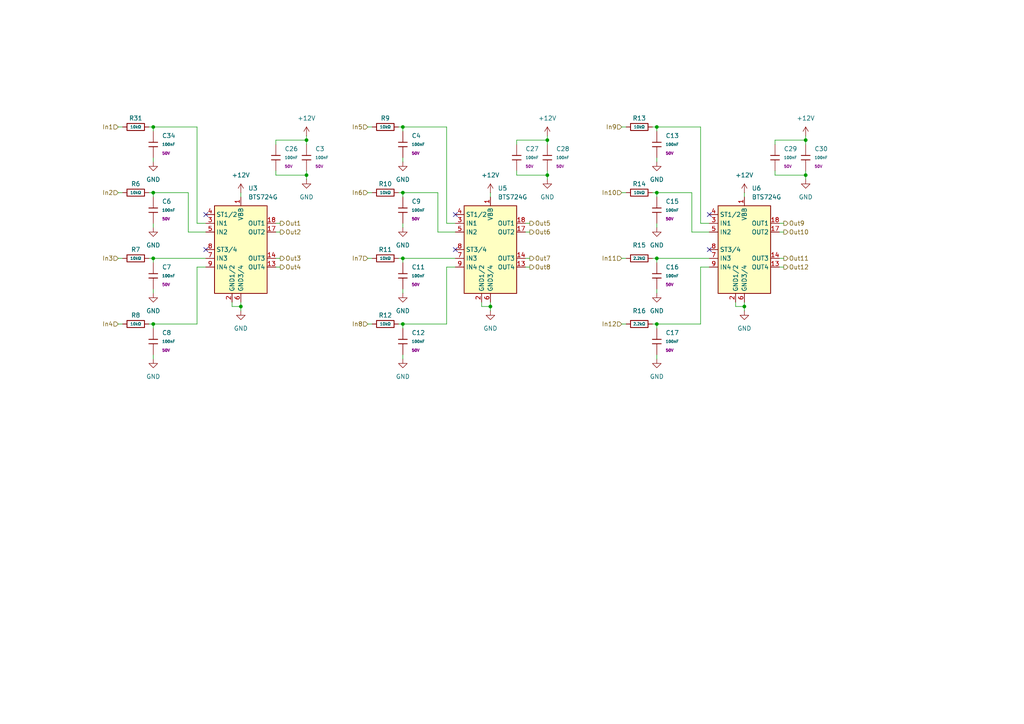
<source format=kicad_sch>
(kicad_sch
	(version 20250114)
	(generator "eeschema")
	(generator_version "9.0")
	(uuid "71d3b25c-0d22-4628-9b31-947b3d7409fb")
	(paper "A4")
	(title_block
		(title "High Side Drivers")
		(date "2025-11-06")
		(rev "0")
		(company "Solar Energy Racers")
	)
	(lib_symbols
		(symbol "PCM_JLCPCB-Capacitors:0603,100nF"
			(pin_numbers
				(hide yes)
			)
			(pin_names
				(offset 0)
			)
			(exclude_from_sim no)
			(in_bom yes)
			(on_board yes)
			(property "Reference" "C"
				(at 2.032 1.668 0)
				(effects
					(font
						(size 1.27 1.27)
					)
					(justify left)
				)
			)
			(property "Value" "100nF"
				(at 2.032 -0.3782 0)
				(effects
					(font
						(size 0.8 0.8)
					)
					(justify left)
				)
			)
			(property "Footprint" "PCM_JLCPCB:C_0603"
				(at -1.778 0 90)
				(effects
					(font
						(size 1.27 1.27)
					)
					(hide yes)
				)
			)
			(property "Datasheet" "https://www.lcsc.com/datasheet/lcsc_datasheet_2211101700_YAGEO-CC0603KRX7R9BB104_C14663.pdf"
				(at 0 0 0)
				(effects
					(font
						(size 1.27 1.27)
					)
					(hide yes)
				)
			)
			(property "Description" "50V 100nF X7R ±10% 0603 Multilayer Ceramic Capacitors MLCC - SMD/SMT ROHS"
				(at 0 0 0)
				(effects
					(font
						(size 1.27 1.27)
					)
					(hide yes)
				)
			)
			(property "LCSC" "C14663"
				(at 0 0 0)
				(effects
					(font
						(size 1.27 1.27)
					)
					(hide yes)
				)
			)
			(property "Stock" "70324515"
				(at 0 0 0)
				(effects
					(font
						(size 1.27 1.27)
					)
					(hide yes)
				)
			)
			(property "Price" "0.006USD"
				(at 0 0 0)
				(effects
					(font
						(size 1.27 1.27)
					)
					(hide yes)
				)
			)
			(property "Process" "SMT"
				(at 0 0 0)
				(effects
					(font
						(size 1.27 1.27)
					)
					(hide yes)
				)
			)
			(property "Minimum Qty" "20"
				(at 0 0 0)
				(effects
					(font
						(size 1.27 1.27)
					)
					(hide yes)
				)
			)
			(property "Attrition Qty" "10"
				(at 0 0 0)
				(effects
					(font
						(size 1.27 1.27)
					)
					(hide yes)
				)
			)
			(property "Class" "Basic Component"
				(at 0 0 0)
				(effects
					(font
						(size 1.27 1.27)
					)
					(hide yes)
				)
			)
			(property "Category" "Capacitors,Multilayer Ceramic Capacitors MLCC - SMD/SMT"
				(at 0 0 0)
				(effects
					(font
						(size 1.27 1.27)
					)
					(hide yes)
				)
			)
			(property "Manufacturer" "YAGEO"
				(at 0 0 0)
				(effects
					(font
						(size 1.27 1.27)
					)
					(hide yes)
				)
			)
			(property "Part" "CC0603KRX7R9BB104"
				(at 0 0 0)
				(effects
					(font
						(size 1.27 1.27)
					)
					(hide yes)
				)
			)
			(property "Voltage Rated" "50V"
				(at 2.032 -2.0462 0)
				(effects
					(font
						(size 0.8 0.8)
					)
					(justify left)
				)
			)
			(property "Tolerance" "±10%"
				(at 0 0 0)
				(effects
					(font
						(size 1.27 1.27)
					)
					(hide yes)
				)
			)
			(property "Capacitance" "100nF"
				(at 0 0 0)
				(effects
					(font
						(size 1.27 1.27)
					)
					(hide yes)
				)
			)
			(property "Temperature Coefficient" "X7R"
				(at 0 0 0)
				(effects
					(font
						(size 1.27 1.27)
					)
					(hide yes)
				)
			)
			(property "ki_fp_filters" "C_*"
				(at 0 0 0)
				(effects
					(font
						(size 1.27 1.27)
					)
					(hide yes)
				)
			)
			(symbol "0603,100nF_0_1"
				(polyline
					(pts
						(xy -1.27 0.635) (xy 1.27 0.635)
					)
					(stroke
						(width 0.254)
						(type default)
					)
					(fill
						(type none)
					)
				)
				(polyline
					(pts
						(xy -1.27 -0.635) (xy 1.27 -0.635)
					)
					(stroke
						(width 0.254)
						(type default)
					)
					(fill
						(type none)
					)
				)
			)
			(symbol "0603,100nF_1_1"
				(pin passive line
					(at 0 3.81 270)
					(length 3.175)
					(name "~"
						(effects
							(font
								(size 1.27 1.27)
							)
						)
					)
					(number "1"
						(effects
							(font
								(size 1.27 1.27)
							)
						)
					)
				)
				(pin passive line
					(at 0 -3.81 90)
					(length 3.175)
					(name "~"
						(effects
							(font
								(size 1.27 1.27)
							)
						)
					)
					(number "2"
						(effects
							(font
								(size 1.27 1.27)
							)
						)
					)
				)
			)
			(embedded_fonts no)
		)
		(symbol "PCM_JLCPCB-Resistors:0603,10kΩ"
			(pin_numbers
				(hide yes)
			)
			(pin_names
				(offset 0)
			)
			(exclude_from_sim no)
			(in_bom yes)
			(on_board yes)
			(property "Reference" "R"
				(at 1.778 0 0)
				(effects
					(font
						(size 1.27 1.27)
					)
					(justify left)
				)
			)
			(property "Value" "10kΩ"
				(at 0 0 90)
				(do_not_autoplace)
				(effects
					(font
						(size 0.8 0.8)
					)
				)
			)
			(property "Footprint" "PCM_JLCPCB:R_0603"
				(at -1.778 0 90)
				(effects
					(font
						(size 1.27 1.27)
					)
					(hide yes)
				)
			)
			(property "Datasheet" "https://www.lcsc.com/datasheet/lcsc_datasheet_2206010045_UNI-ROYAL-Uniroyal-Elec-0603WAF1002T5E_C25804.pdf"
				(at 0 0 0)
				(effects
					(font
						(size 1.27 1.27)
					)
					(hide yes)
				)
			)
			(property "Description" "100mW Thick Film Resistors 75V ±100ppm/°C ±1% 10kΩ 0603 Chip Resistor - Surface Mount ROHS"
				(at 0 0 0)
				(effects
					(font
						(size 1.27 1.27)
					)
					(hide yes)
				)
			)
			(property "LCSC" "C25804"
				(at 0 0 0)
				(effects
					(font
						(size 1.27 1.27)
					)
					(hide yes)
				)
			)
			(property "Stock" "51181774"
				(at 0 0 0)
				(effects
					(font
						(size 1.27 1.27)
					)
					(hide yes)
				)
			)
			(property "Price" "0.004USD"
				(at 0 0 0)
				(effects
					(font
						(size 1.27 1.27)
					)
					(hide yes)
				)
			)
			(property "Process" "SMT"
				(at 0 0 0)
				(effects
					(font
						(size 1.27 1.27)
					)
					(hide yes)
				)
			)
			(property "Minimum Qty" "20"
				(at 0 0 0)
				(effects
					(font
						(size 1.27 1.27)
					)
					(hide yes)
				)
			)
			(property "Attrition Qty" "10"
				(at 0 0 0)
				(effects
					(font
						(size 1.27 1.27)
					)
					(hide yes)
				)
			)
			(property "Class" "Basic Component"
				(at 0 0 0)
				(effects
					(font
						(size 1.27 1.27)
					)
					(hide yes)
				)
			)
			(property "Category" "Resistors,Chip Resistor - Surface Mount"
				(at 0 0 0)
				(effects
					(font
						(size 1.27 1.27)
					)
					(hide yes)
				)
			)
			(property "Manufacturer" "UNI-ROYAL(Uniroyal Elec)"
				(at 0 0 0)
				(effects
					(font
						(size 1.27 1.27)
					)
					(hide yes)
				)
			)
			(property "Part" "0603WAF1002T5E"
				(at 0 0 0)
				(effects
					(font
						(size 1.27 1.27)
					)
					(hide yes)
				)
			)
			(property "Resistance" "10kΩ"
				(at 0 0 0)
				(effects
					(font
						(size 1.27 1.27)
					)
					(hide yes)
				)
			)
			(property "Power(Watts)" "100mW"
				(at 0 0 0)
				(effects
					(font
						(size 1.27 1.27)
					)
					(hide yes)
				)
			)
			(property "Type" "Thick Film Resistors"
				(at 0 0 0)
				(effects
					(font
						(size 1.27 1.27)
					)
					(hide yes)
				)
			)
			(property "Overload Voltage (Max)" "75V"
				(at 0 0 0)
				(effects
					(font
						(size 1.27 1.27)
					)
					(hide yes)
				)
			)
			(property "Operating Temperature Range" "-55°C~+155°C"
				(at 0 0 0)
				(effects
					(font
						(size 1.27 1.27)
					)
					(hide yes)
				)
			)
			(property "Tolerance" "±1%"
				(at 0 0 0)
				(effects
					(font
						(size 1.27 1.27)
					)
					(hide yes)
				)
			)
			(property "Temperature Coefficient" "±100ppm/°C"
				(at 0 0 0)
				(effects
					(font
						(size 1.27 1.27)
					)
					(hide yes)
				)
			)
			(property "ki_fp_filters" "R_*"
				(at 0 0 0)
				(effects
					(font
						(size 1.27 1.27)
					)
					(hide yes)
				)
			)
			(symbol "0603,10kΩ_0_1"
				(rectangle
					(start -1.016 2.54)
					(end 1.016 -2.54)
					(stroke
						(width 0.254)
						(type default)
					)
					(fill
						(type none)
					)
				)
			)
			(symbol "0603,10kΩ_1_1"
				(pin passive line
					(at 0 3.81 270)
					(length 1.27)
					(name "~"
						(effects
							(font
								(size 1.27 1.27)
							)
						)
					)
					(number "1"
						(effects
							(font
								(size 1.27 1.27)
							)
						)
					)
				)
				(pin passive line
					(at 0 -3.81 90)
					(length 1.27)
					(name "~"
						(effects
							(font
								(size 1.27 1.27)
							)
						)
					)
					(number "2"
						(effects
							(font
								(size 1.27 1.27)
							)
						)
					)
				)
			)
			(embedded_fonts no)
		)
		(symbol "PCM_JLCPCB-Resistors:0603,2.2kΩ"
			(pin_numbers
				(hide yes)
			)
			(pin_names
				(offset 0)
			)
			(exclude_from_sim no)
			(in_bom yes)
			(on_board yes)
			(property "Reference" "R"
				(at 1.778 0 0)
				(effects
					(font
						(size 1.27 1.27)
					)
					(justify left)
				)
			)
			(property "Value" "2.2kΩ"
				(at 0 0 90)
				(do_not_autoplace)
				(effects
					(font
						(size 0.8 0.8)
					)
				)
			)
			(property "Footprint" "PCM_JLCPCB:R_0603"
				(at -1.778 0 90)
				(effects
					(font
						(size 1.27 1.27)
					)
					(hide yes)
				)
			)
			(property "Datasheet" "https://www.lcsc.com/datasheet/lcsc_datasheet_2206010230_UNI-ROYAL-Uniroyal-Elec-0603WAF2201T5E_C4190.pdf"
				(at 0 0 0)
				(effects
					(font
						(size 1.27 1.27)
					)
					(hide yes)
				)
			)
			(property "Description" "100mW Thick Film Resistors 75V ±100ppm/°C ±1% 2.2kΩ 0603 Chip Resistor - Surface Mount ROHS"
				(at 0 0 0)
				(effects
					(font
						(size 1.27 1.27)
					)
					(hide yes)
				)
			)
			(property "LCSC" "C4190"
				(at 0 0 0)
				(effects
					(font
						(size 1.27 1.27)
					)
					(hide yes)
				)
			)
			(property "Stock" "3259603"
				(at 0 0 0)
				(effects
					(font
						(size 1.27 1.27)
					)
					(hide yes)
				)
			)
			(property "Price" "0.004USD"
				(at 0 0 0)
				(effects
					(font
						(size 1.27 1.27)
					)
					(hide yes)
				)
			)
			(property "Process" "SMT"
				(at 0 0 0)
				(effects
					(font
						(size 1.27 1.27)
					)
					(hide yes)
				)
			)
			(property "Minimum Qty" "20"
				(at 0 0 0)
				(effects
					(font
						(size 1.27 1.27)
					)
					(hide yes)
				)
			)
			(property "Attrition Qty" "10"
				(at 0 0 0)
				(effects
					(font
						(size 1.27 1.27)
					)
					(hide yes)
				)
			)
			(property "Class" "Basic Component"
				(at 0 0 0)
				(effects
					(font
						(size 1.27 1.27)
					)
					(hide yes)
				)
			)
			(property "Category" "Resistors,Chip Resistor - Surface Mount"
				(at 0 0 0)
				(effects
					(font
						(size 1.27 1.27)
					)
					(hide yes)
				)
			)
			(property "Manufacturer" "UNI-ROYAL(Uniroyal Elec)"
				(at 0 0 0)
				(effects
					(font
						(size 1.27 1.27)
					)
					(hide yes)
				)
			)
			(property "Part" "0603WAF2201T5E"
				(at 0 0 0)
				(effects
					(font
						(size 1.27 1.27)
					)
					(hide yes)
				)
			)
			(property "Resistance" "2.2kΩ"
				(at 0 0 0)
				(effects
					(font
						(size 1.27 1.27)
					)
					(hide yes)
				)
			)
			(property "Power(Watts)" "100mW"
				(at 0 0 0)
				(effects
					(font
						(size 1.27 1.27)
					)
					(hide yes)
				)
			)
			(property "Type" "Thick Film Resistors"
				(at 0 0 0)
				(effects
					(font
						(size 1.27 1.27)
					)
					(hide yes)
				)
			)
			(property "Overload Voltage (Max)" "75V"
				(at 0 0 0)
				(effects
					(font
						(size 1.27 1.27)
					)
					(hide yes)
				)
			)
			(property "Operating Temperature Range" "-55°C~+155°C"
				(at 0 0 0)
				(effects
					(font
						(size 1.27 1.27)
					)
					(hide yes)
				)
			)
			(property "Tolerance" "±1%"
				(at 0 0 0)
				(effects
					(font
						(size 1.27 1.27)
					)
					(hide yes)
				)
			)
			(property "Temperature Coefficient" "±100ppm/°C"
				(at 0 0 0)
				(effects
					(font
						(size 1.27 1.27)
					)
					(hide yes)
				)
			)
			(property "ki_fp_filters" "R_*"
				(at 0 0 0)
				(effects
					(font
						(size 1.27 1.27)
					)
					(hide yes)
				)
			)
			(symbol "0603,2.2kΩ_0_1"
				(rectangle
					(start -1.016 2.54)
					(end 1.016 -2.54)
					(stroke
						(width 0.254)
						(type default)
					)
					(fill
						(type none)
					)
				)
			)
			(symbol "0603,2.2kΩ_1_1"
				(pin passive line
					(at 0 3.81 270)
					(length 1.27)
					(name "~"
						(effects
							(font
								(size 1.27 1.27)
							)
						)
					)
					(number "1"
						(effects
							(font
								(size 1.27 1.27)
							)
						)
					)
				)
				(pin passive line
					(at 0 -3.81 90)
					(length 1.27)
					(name "~"
						(effects
							(font
								(size 1.27 1.27)
							)
						)
					)
					(number "2"
						(effects
							(font
								(size 1.27 1.27)
							)
						)
					)
				)
			)
			(embedded_fonts no)
		)
		(symbol "Power_Management:BTS724G"
			(exclude_from_sim no)
			(in_bom yes)
			(on_board yes)
			(property "Reference" "U"
				(at -6.35 13.97 0)
				(effects
					(font
						(size 1.27 1.27)
					)
				)
			)
			(property "Value" "BTS724G"
				(at 5.08 13.97 0)
				(effects
					(font
						(size 1.27 1.27)
					)
				)
			)
			(property "Footprint" "Package_SO:Infineon_SOIC-20W_7.6x12.8mm_P1.27mm"
				(at 0 -15.24 0)
				(effects
					(font
						(size 1.27 1.27)
					)
					(hide yes)
				)
			)
			(property "Datasheet" "https://www.infineon.com/dgdl/Infineon-BTS724G-DS-v01_00-EN.pdf?fileId=5546d4625a888733015aa3a2f1030ff1"
				(at -1.905 2.54 0)
				(effects
					(font
						(size 1.27 1.27)
					)
					(hide yes)
				)
			)
			(property "Description" "Smart High-Side Power Switch, PROFET, 4 Channel, RON 90mOhm, IL(NOM) 3.3A, Vbb 5.5...40V, standby current 9 µA (Tj = -40...25°C), SOIC-20"
				(at 0 0 0)
				(effects
					(font
						(size 1.27 1.27)
					)
					(hide yes)
				)
			)
			(property "ki_keywords" "High_Side_Switch ESD CMOS"
				(at 0 0 0)
				(effects
					(font
						(size 1.27 1.27)
					)
					(hide yes)
				)
			)
			(property "ki_fp_filters" "*SO*7.6*12.*P1.27mm*"
				(at 0 0 0)
				(effects
					(font
						(size 1.27 1.27)
					)
					(hide yes)
				)
			)
			(symbol "BTS724G_0_1"
				(rectangle
					(start -7.62 12.7)
					(end 7.62 -12.7)
					(stroke
						(width 0.254)
						(type default)
					)
					(fill
						(type background)
					)
				)
			)
			(symbol "BTS724G_1_1"
				(pin open_collector line
					(at -10.16 10.16 0)
					(length 2.54)
					(name "ST1/2"
						(effects
							(font
								(size 1.27 1.27)
							)
						)
					)
					(number "4"
						(effects
							(font
								(size 1.27 1.27)
							)
						)
					)
				)
				(pin input line
					(at -10.16 7.62 0)
					(length 2.54)
					(name "IN1"
						(effects
							(font
								(size 1.27 1.27)
							)
						)
					)
					(number "3"
						(effects
							(font
								(size 1.27 1.27)
							)
						)
					)
				)
				(pin input line
					(at -10.16 5.08 0)
					(length 2.54)
					(name "IN2"
						(effects
							(font
								(size 1.27 1.27)
							)
						)
					)
					(number "5"
						(effects
							(font
								(size 1.27 1.27)
							)
						)
					)
				)
				(pin open_collector line
					(at -10.16 0 0)
					(length 2.54)
					(name "ST3/4"
						(effects
							(font
								(size 1.27 1.27)
							)
						)
					)
					(number "8"
						(effects
							(font
								(size 1.27 1.27)
							)
						)
					)
				)
				(pin input line
					(at -10.16 -2.54 0)
					(length 2.54)
					(name "IN3"
						(effects
							(font
								(size 1.27 1.27)
							)
						)
					)
					(number "7"
						(effects
							(font
								(size 1.27 1.27)
							)
						)
					)
				)
				(pin input line
					(at -10.16 -5.08 0)
					(length 2.54)
					(name "IN4"
						(effects
							(font
								(size 1.27 1.27)
							)
						)
					)
					(number "9"
						(effects
							(font
								(size 1.27 1.27)
							)
						)
					)
				)
				(pin power_in line
					(at -2.54 -15.24 90)
					(length 2.54)
					(name "GND1/2"
						(effects
							(font
								(size 1.27 1.27)
							)
						)
					)
					(number "2"
						(effects
							(font
								(size 1.27 1.27)
							)
						)
					)
				)
				(pin power_in line
					(at 0 15.24 270)
					(length 2.54)
					(name "VBB"
						(effects
							(font
								(size 1.27 1.27)
							)
						)
					)
					(number "1"
						(effects
							(font
								(size 1.27 1.27)
							)
						)
					)
				)
				(pin passive line
					(at 0 15.24 270)
					(length 2.54)
					(hide yes)
					(name "VBB"
						(effects
							(font
								(size 1.27 1.27)
							)
						)
					)
					(number "10"
						(effects
							(font
								(size 1.27 1.27)
							)
						)
					)
				)
				(pin passive line
					(at 0 15.24 270)
					(length 2.54)
					(hide yes)
					(name "VBB"
						(effects
							(font
								(size 1.27 1.27)
							)
						)
					)
					(number "11"
						(effects
							(font
								(size 1.27 1.27)
							)
						)
					)
				)
				(pin passive line
					(at 0 15.24 270)
					(length 2.54)
					(hide yes)
					(name "VBB"
						(effects
							(font
								(size 1.27 1.27)
							)
						)
					)
					(number "12"
						(effects
							(font
								(size 1.27 1.27)
							)
						)
					)
				)
				(pin passive line
					(at 0 15.24 270)
					(length 2.54)
					(hide yes)
					(name "VBB"
						(effects
							(font
								(size 1.27 1.27)
							)
						)
					)
					(number "15"
						(effects
							(font
								(size 1.27 1.27)
							)
						)
					)
				)
				(pin passive line
					(at 0 15.24 270)
					(length 2.54)
					(hide yes)
					(name "VBB"
						(effects
							(font
								(size 1.27 1.27)
							)
						)
					)
					(number "16"
						(effects
							(font
								(size 1.27 1.27)
							)
						)
					)
				)
				(pin passive line
					(at 0 15.24 270)
					(length 2.54)
					(hide yes)
					(name "VBB"
						(effects
							(font
								(size 1.27 1.27)
							)
						)
					)
					(number "19"
						(effects
							(font
								(size 1.27 1.27)
							)
						)
					)
				)
				(pin passive line
					(at 0 15.24 270)
					(length 2.54)
					(hide yes)
					(name "VBB"
						(effects
							(font
								(size 1.27 1.27)
							)
						)
					)
					(number "20"
						(effects
							(font
								(size 1.27 1.27)
							)
						)
					)
				)
				(pin power_in line
					(at 0 -15.24 90)
					(length 2.54)
					(name "GND3/4"
						(effects
							(font
								(size 1.27 1.27)
							)
						)
					)
					(number "6"
						(effects
							(font
								(size 1.27 1.27)
							)
						)
					)
				)
				(pin open_emitter line
					(at 10.16 7.62 180)
					(length 2.54)
					(name "OUT1"
						(effects
							(font
								(size 1.27 1.27)
							)
						)
					)
					(number "18"
						(effects
							(font
								(size 1.27 1.27)
							)
						)
					)
				)
				(pin open_emitter line
					(at 10.16 5.08 180)
					(length 2.54)
					(name "OUT2"
						(effects
							(font
								(size 1.27 1.27)
							)
						)
					)
					(number "17"
						(effects
							(font
								(size 1.27 1.27)
							)
						)
					)
				)
				(pin open_emitter line
					(at 10.16 -2.54 180)
					(length 2.54)
					(name "OUT3"
						(effects
							(font
								(size 1.27 1.27)
							)
						)
					)
					(number "14"
						(effects
							(font
								(size 1.27 1.27)
							)
						)
					)
				)
				(pin open_emitter line
					(at 10.16 -5.08 180)
					(length 2.54)
					(name "OUT4"
						(effects
							(font
								(size 1.27 1.27)
							)
						)
					)
					(number "13"
						(effects
							(font
								(size 1.27 1.27)
							)
						)
					)
				)
			)
			(embedded_fonts no)
		)
		(symbol "power:+12V"
			(power)
			(pin_numbers
				(hide yes)
			)
			(pin_names
				(offset 0)
				(hide yes)
			)
			(exclude_from_sim no)
			(in_bom yes)
			(on_board yes)
			(property "Reference" "#PWR"
				(at 0 -3.81 0)
				(effects
					(font
						(size 1.27 1.27)
					)
					(hide yes)
				)
			)
			(property "Value" "+12V"
				(at 0 3.556 0)
				(effects
					(font
						(size 1.27 1.27)
					)
				)
			)
			(property "Footprint" ""
				(at 0 0 0)
				(effects
					(font
						(size 1.27 1.27)
					)
					(hide yes)
				)
			)
			(property "Datasheet" ""
				(at 0 0 0)
				(effects
					(font
						(size 1.27 1.27)
					)
					(hide yes)
				)
			)
			(property "Description" "Power symbol creates a global label with name \"+12V\""
				(at 0 0 0)
				(effects
					(font
						(size 1.27 1.27)
					)
					(hide yes)
				)
			)
			(property "ki_keywords" "global power"
				(at 0 0 0)
				(effects
					(font
						(size 1.27 1.27)
					)
					(hide yes)
				)
			)
			(symbol "+12V_0_1"
				(polyline
					(pts
						(xy -0.762 1.27) (xy 0 2.54)
					)
					(stroke
						(width 0)
						(type default)
					)
					(fill
						(type none)
					)
				)
				(polyline
					(pts
						(xy 0 2.54) (xy 0.762 1.27)
					)
					(stroke
						(width 0)
						(type default)
					)
					(fill
						(type none)
					)
				)
				(polyline
					(pts
						(xy 0 0) (xy 0 2.54)
					)
					(stroke
						(width 0)
						(type default)
					)
					(fill
						(type none)
					)
				)
			)
			(symbol "+12V_1_1"
				(pin power_in line
					(at 0 0 90)
					(length 0)
					(name "~"
						(effects
							(font
								(size 1.27 1.27)
							)
						)
					)
					(number "1"
						(effects
							(font
								(size 1.27 1.27)
							)
						)
					)
				)
			)
			(embedded_fonts no)
		)
		(symbol "power:GND"
			(power)
			(pin_numbers
				(hide yes)
			)
			(pin_names
				(offset 0)
				(hide yes)
			)
			(exclude_from_sim no)
			(in_bom yes)
			(on_board yes)
			(property "Reference" "#PWR"
				(at 0 -6.35 0)
				(effects
					(font
						(size 1.27 1.27)
					)
					(hide yes)
				)
			)
			(property "Value" "GND"
				(at 0 -3.81 0)
				(effects
					(font
						(size 1.27 1.27)
					)
				)
			)
			(property "Footprint" ""
				(at 0 0 0)
				(effects
					(font
						(size 1.27 1.27)
					)
					(hide yes)
				)
			)
			(property "Datasheet" ""
				(at 0 0 0)
				(effects
					(font
						(size 1.27 1.27)
					)
					(hide yes)
				)
			)
			(property "Description" "Power symbol creates a global label with name \"GND\" , ground"
				(at 0 0 0)
				(effects
					(font
						(size 1.27 1.27)
					)
					(hide yes)
				)
			)
			(property "ki_keywords" "global power"
				(at 0 0 0)
				(effects
					(font
						(size 1.27 1.27)
					)
					(hide yes)
				)
			)
			(symbol "GND_0_1"
				(polyline
					(pts
						(xy 0 0) (xy 0 -1.27) (xy 1.27 -1.27) (xy 0 -2.54) (xy -1.27 -1.27) (xy 0 -1.27)
					)
					(stroke
						(width 0)
						(type default)
					)
					(fill
						(type none)
					)
				)
			)
			(symbol "GND_1_1"
				(pin power_in line
					(at 0 0 270)
					(length 0)
					(name "~"
						(effects
							(font
								(size 1.27 1.27)
							)
						)
					)
					(number "1"
						(effects
							(font
								(size 1.27 1.27)
							)
						)
					)
				)
			)
			(embedded_fonts no)
		)
	)
	(junction
		(at 88.9 50.8)
		(diameter 0)
		(color 0 0 0 0)
		(uuid "0fc73f28-21d5-4ddf-a9e6-00b628458f07")
	)
	(junction
		(at 233.68 50.8)
		(diameter 0)
		(color 0 0 0 0)
		(uuid "10cd05b4-57b5-4b8f-b18c-47a374ed20a9")
	)
	(junction
		(at 44.45 36.83)
		(diameter 0)
		(color 0 0 0 0)
		(uuid "12fec367-8a51-4d7f-821c-284a851624d0")
	)
	(junction
		(at 190.5 55.88)
		(diameter 0)
		(color 0 0 0 0)
		(uuid "14934630-9d36-47d4-84b1-299847ec52b8")
	)
	(junction
		(at 190.5 36.83)
		(diameter 0)
		(color 0 0 0 0)
		(uuid "179df4e0-9a4d-4f84-aa9a-a2787c22c593")
	)
	(junction
		(at 190.5 74.93)
		(diameter 0)
		(color 0 0 0 0)
		(uuid "351ea3cb-f4fd-4fe8-8863-55d7807abea8")
	)
	(junction
		(at 69.85 88.9)
		(diameter 0)
		(color 0 0 0 0)
		(uuid "50dceb0e-ca70-48c4-9a3d-5bd8757f3c53")
	)
	(junction
		(at 44.45 93.98)
		(diameter 0)
		(color 0 0 0 0)
		(uuid "5b1e7e62-f821-4943-8702-a880d5bb38d5")
	)
	(junction
		(at 142.24 88.9)
		(diameter 0)
		(color 0 0 0 0)
		(uuid "5e84f649-e35a-44ed-9b96-654d0481cde7")
	)
	(junction
		(at 44.45 55.88)
		(diameter 0)
		(color 0 0 0 0)
		(uuid "6eae01e0-c617-43d9-a58b-1bb7c201c36e")
	)
	(junction
		(at 215.9 88.9)
		(diameter 0)
		(color 0 0 0 0)
		(uuid "78f62b0a-6d25-4748-bb29-7e3c36423247")
	)
	(junction
		(at 190.5 93.98)
		(diameter 0)
		(color 0 0 0 0)
		(uuid "92c1f89e-b07e-45ed-be08-2fff603d5fd3")
	)
	(junction
		(at 88.9 40.64)
		(diameter 0)
		(color 0 0 0 0)
		(uuid "92d42762-f6fc-46aa-a802-7df25d3b5ad4")
	)
	(junction
		(at 116.84 93.98)
		(diameter 0)
		(color 0 0 0 0)
		(uuid "97eb5dc9-1191-43be-9fed-781c0f490a1e")
	)
	(junction
		(at 116.84 74.93)
		(diameter 0)
		(color 0 0 0 0)
		(uuid "9d59cd3d-4290-4496-8a3c-9711f51ecfd4")
	)
	(junction
		(at 116.84 55.88)
		(diameter 0)
		(color 0 0 0 0)
		(uuid "d6c824db-9a1a-40af-b09a-aeecf0ac4e05")
	)
	(junction
		(at 158.75 50.8)
		(diameter 0)
		(color 0 0 0 0)
		(uuid "e71d344c-d437-4fa3-abc2-3085be380a69")
	)
	(junction
		(at 44.45 74.93)
		(diameter 0)
		(color 0 0 0 0)
		(uuid "ec75f8ba-2b00-4073-83bf-8d1fb4616756")
	)
	(junction
		(at 233.68 40.64)
		(diameter 0)
		(color 0 0 0 0)
		(uuid "f80852c9-799a-4467-a920-883bc9bad05b")
	)
	(junction
		(at 116.84 36.83)
		(diameter 0)
		(color 0 0 0 0)
		(uuid "fd7b6fee-69cd-491c-bd5e-2fae715af4a4")
	)
	(junction
		(at 158.75 40.64)
		(diameter 0)
		(color 0 0 0 0)
		(uuid "ff81d128-263c-4a07-960b-bcac22279e0c")
	)
	(no_connect
		(at 132.08 62.23)
		(uuid "074801b3-1f66-4d5f-960a-11f727c9f093")
	)
	(no_connect
		(at 59.69 72.39)
		(uuid "12459297-3bd9-4668-b749-6249cf3c4b21")
	)
	(no_connect
		(at 205.74 72.39)
		(uuid "387201f0-d97f-4713-851b-f3b55831fcf3")
	)
	(no_connect
		(at 132.08 72.39)
		(uuid "8b9981ba-c0ad-4b87-9bf1-7c7da79cf0cf")
	)
	(no_connect
		(at 205.74 62.23)
		(uuid "96181e2a-8cf8-49c7-bc85-3acd9869fda8")
	)
	(no_connect
		(at 59.69 62.23)
		(uuid "be96c42d-a84f-4bb7-b174-2b46cfdfc7b2")
	)
	(wire
		(pts
			(xy 205.74 77.47) (xy 203.2 77.47)
		)
		(stroke
			(width 0)
			(type default)
		)
		(uuid "009c5b03-0766-4352-b09b-f5980df6927c")
	)
	(wire
		(pts
			(xy 149.86 41.91) (xy 149.86 40.64)
		)
		(stroke
			(width 0)
			(type default)
		)
		(uuid "0178dfbd-06b7-4143-82cc-d48765afcf69")
	)
	(wire
		(pts
			(xy 44.45 74.93) (xy 59.69 74.93)
		)
		(stroke
			(width 0)
			(type default)
		)
		(uuid "050b6213-8d51-4444-9d7f-9fe701ce01c7")
	)
	(wire
		(pts
			(xy 149.86 50.8) (xy 158.75 50.8)
		)
		(stroke
			(width 0)
			(type default)
		)
		(uuid "076f4008-a68c-4fc7-a760-39cd0d8ea3b3")
	)
	(wire
		(pts
			(xy 88.9 39.37) (xy 88.9 40.64)
		)
		(stroke
			(width 0)
			(type default)
		)
		(uuid "09ba40df-9c66-4103-a660-a854f5a1926f")
	)
	(wire
		(pts
			(xy 189.23 74.93) (xy 190.5 74.93)
		)
		(stroke
			(width 0)
			(type default)
		)
		(uuid "0a4458f3-f7db-4562-8a0d-69606e40ba8d")
	)
	(wire
		(pts
			(xy 189.23 36.83) (xy 190.5 36.83)
		)
		(stroke
			(width 0)
			(type default)
		)
		(uuid "0aa571e4-3982-4a05-a542-c86c1a5841d1")
	)
	(wire
		(pts
			(xy 189.23 55.88) (xy 190.5 55.88)
		)
		(stroke
			(width 0)
			(type default)
		)
		(uuid "0bdc88fc-646d-446f-9cbf-e87aac16dc6c")
	)
	(wire
		(pts
			(xy 180.34 74.93) (xy 181.61 74.93)
		)
		(stroke
			(width 0)
			(type default)
		)
		(uuid "0ca4cd09-07b3-4142-9d39-270ec1404480")
	)
	(wire
		(pts
			(xy 190.5 46.99) (xy 190.5 45.72)
		)
		(stroke
			(width 0)
			(type default)
		)
		(uuid "0e079d9a-2d1c-4ed4-94ab-8ca35459ad8b")
	)
	(wire
		(pts
			(xy 69.85 55.88) (xy 69.85 57.15)
		)
		(stroke
			(width 0)
			(type default)
		)
		(uuid "10fcf0d5-3e38-4ce2-9b15-ff964c70f310")
	)
	(wire
		(pts
			(xy 129.54 36.83) (xy 116.84 36.83)
		)
		(stroke
			(width 0)
			(type default)
		)
		(uuid "12d073ae-19bb-4ef6-9712-c8fa72ca3add")
	)
	(wire
		(pts
			(xy 57.15 64.77) (xy 57.15 36.83)
		)
		(stroke
			(width 0)
			(type default)
		)
		(uuid "195c6675-1436-4dec-a012-e35f0330c544")
	)
	(wire
		(pts
			(xy 106.68 74.93) (xy 107.95 74.93)
		)
		(stroke
			(width 0)
			(type default)
		)
		(uuid "1a33aafc-6880-4e6c-944b-334fa96b5eef")
	)
	(wire
		(pts
			(xy 205.74 64.77) (xy 203.2 64.77)
		)
		(stroke
			(width 0)
			(type default)
		)
		(uuid "1aec4a3e-483d-4dd8-957b-3f6802d5fdc3")
	)
	(wire
		(pts
			(xy 59.69 77.47) (xy 57.15 77.47)
		)
		(stroke
			(width 0)
			(type default)
		)
		(uuid "1cfb876a-2500-47ea-b89f-3d1f93fbf902")
	)
	(wire
		(pts
			(xy 227.33 77.47) (xy 226.06 77.47)
		)
		(stroke
			(width 0)
			(type default)
		)
		(uuid "22a53857-4d80-4f5c-8178-b678483c820d")
	)
	(wire
		(pts
			(xy 54.61 67.31) (xy 54.61 55.88)
		)
		(stroke
			(width 0)
			(type default)
		)
		(uuid "257fe375-979a-417f-817d-cbe02e7d313b")
	)
	(wire
		(pts
			(xy 227.33 74.93) (xy 226.06 74.93)
		)
		(stroke
			(width 0)
			(type default)
		)
		(uuid "29677814-eafe-43d8-accc-26ca081a90dd")
	)
	(wire
		(pts
			(xy 43.18 93.98) (xy 44.45 93.98)
		)
		(stroke
			(width 0)
			(type default)
		)
		(uuid "2e00ec1b-09ee-459d-a508-e8b58bd9f429")
	)
	(wire
		(pts
			(xy 149.86 40.64) (xy 158.75 40.64)
		)
		(stroke
			(width 0)
			(type default)
		)
		(uuid "3284f962-0ffc-435f-ac36-7bd4eaeeb897")
	)
	(wire
		(pts
			(xy 190.5 55.88) (xy 190.5 57.15)
		)
		(stroke
			(width 0)
			(type default)
		)
		(uuid "32f47b76-310e-4ee8-a25a-17c3a8444aa0")
	)
	(wire
		(pts
			(xy 203.2 36.83) (xy 190.5 36.83)
		)
		(stroke
			(width 0)
			(type default)
		)
		(uuid "336955af-464e-42b7-b41d-63608094c508")
	)
	(wire
		(pts
			(xy 81.28 64.77) (xy 80.01 64.77)
		)
		(stroke
			(width 0)
			(type default)
		)
		(uuid "33e76778-ccce-4a29-8df9-caedd4eb7fbd")
	)
	(wire
		(pts
			(xy 132.08 77.47) (xy 129.54 77.47)
		)
		(stroke
			(width 0)
			(type default)
		)
		(uuid "34f1fb0c-2505-4619-9d33-9ecb80baacba")
	)
	(wire
		(pts
			(xy 227.33 64.77) (xy 226.06 64.77)
		)
		(stroke
			(width 0)
			(type default)
		)
		(uuid "378f5c01-cc4e-46d5-ad92-62db47db6eb9")
	)
	(wire
		(pts
			(xy 149.86 49.53) (xy 149.86 50.8)
		)
		(stroke
			(width 0)
			(type default)
		)
		(uuid "39c45014-6d1b-4522-9154-4a0a821928b8")
	)
	(wire
		(pts
			(xy 115.57 55.88) (xy 116.84 55.88)
		)
		(stroke
			(width 0)
			(type default)
		)
		(uuid "3b843109-cfd0-4d9a-b614-1331186dfafb")
	)
	(wire
		(pts
			(xy 115.57 93.98) (xy 116.84 93.98)
		)
		(stroke
			(width 0)
			(type default)
		)
		(uuid "4536af32-be5a-466d-9964-575f5560232d")
	)
	(wire
		(pts
			(xy 57.15 77.47) (xy 57.15 93.98)
		)
		(stroke
			(width 0)
			(type default)
		)
		(uuid "45ff1317-ac99-42a4-85da-c14bbb3b4c1b")
	)
	(wire
		(pts
			(xy 44.45 55.88) (xy 44.45 57.15)
		)
		(stroke
			(width 0)
			(type default)
		)
		(uuid "46bdbf59-53b3-44f2-aea7-a34e6b44461d")
	)
	(wire
		(pts
			(xy 129.54 77.47) (xy 129.54 93.98)
		)
		(stroke
			(width 0)
			(type default)
		)
		(uuid "4a946ff3-1a8c-4c6a-95f0-a1c0463a4916")
	)
	(wire
		(pts
			(xy 190.5 66.04) (xy 190.5 64.77)
		)
		(stroke
			(width 0)
			(type default)
		)
		(uuid "4d7d33e9-c324-49c1-9f4e-67586730b1e3")
	)
	(wire
		(pts
			(xy 34.29 36.83) (xy 35.56 36.83)
		)
		(stroke
			(width 0)
			(type default)
		)
		(uuid "4eb7581c-823f-40ad-8c29-4d931f964e7f")
	)
	(wire
		(pts
			(xy 224.79 40.64) (xy 233.68 40.64)
		)
		(stroke
			(width 0)
			(type default)
		)
		(uuid "4fe47ce1-db3f-4257-bad0-bc33008b0589")
	)
	(wire
		(pts
			(xy 190.5 36.83) (xy 190.5 38.1)
		)
		(stroke
			(width 0)
			(type default)
		)
		(uuid "52f42070-08fc-42b0-b51c-c0388c514961")
	)
	(wire
		(pts
			(xy 215.9 88.9) (xy 215.9 90.17)
		)
		(stroke
			(width 0)
			(type default)
		)
		(uuid "54daffe9-3eb3-43e7-86a3-33d4fde8d61e")
	)
	(wire
		(pts
			(xy 233.68 50.8) (xy 233.68 52.07)
		)
		(stroke
			(width 0)
			(type default)
		)
		(uuid "577e9fa9-67b9-443f-bd87-199569ce6d9a")
	)
	(wire
		(pts
			(xy 116.84 55.88) (xy 116.84 57.15)
		)
		(stroke
			(width 0)
			(type default)
		)
		(uuid "59535245-b08d-4444-a0ee-c16b98c453cd")
	)
	(wire
		(pts
			(xy 129.54 93.98) (xy 116.84 93.98)
		)
		(stroke
			(width 0)
			(type default)
		)
		(uuid "5a4c18e3-9202-4e81-9e01-69c664430f39")
	)
	(wire
		(pts
			(xy 106.68 93.98) (xy 107.95 93.98)
		)
		(stroke
			(width 0)
			(type default)
		)
		(uuid "5c6a0da4-bd0c-41e2-8f44-d01f069d7485")
	)
	(wire
		(pts
			(xy 200.66 55.88) (xy 190.5 55.88)
		)
		(stroke
			(width 0)
			(type default)
		)
		(uuid "5d57859a-a1e1-4cea-bed8-af420efa2c6f")
	)
	(wire
		(pts
			(xy 34.29 93.98) (xy 35.56 93.98)
		)
		(stroke
			(width 0)
			(type default)
		)
		(uuid "5fdf0bc2-a4c8-48c1-b207-6a9458e7f754")
	)
	(wire
		(pts
			(xy 44.45 85.09) (xy 44.45 83.82)
		)
		(stroke
			(width 0)
			(type default)
		)
		(uuid "60a74e09-239c-4b5c-acc1-7fe552370df4")
	)
	(wire
		(pts
			(xy 180.34 55.88) (xy 181.61 55.88)
		)
		(stroke
			(width 0)
			(type default)
		)
		(uuid "624c744c-ff58-4817-8a1c-4524e843d02a")
	)
	(wire
		(pts
			(xy 227.33 67.31) (xy 226.06 67.31)
		)
		(stroke
			(width 0)
			(type default)
		)
		(uuid "62865c29-7dac-4510-808c-b3c4307385b2")
	)
	(wire
		(pts
			(xy 213.36 88.9) (xy 215.9 88.9)
		)
		(stroke
			(width 0)
			(type default)
		)
		(uuid "62d1cc31-d86b-4520-8b5e-0194fca11b03")
	)
	(wire
		(pts
			(xy 44.45 93.98) (xy 44.45 95.25)
		)
		(stroke
			(width 0)
			(type default)
		)
		(uuid "64065bf3-8a21-4687-8f29-b493248ca841")
	)
	(wire
		(pts
			(xy 153.67 64.77) (xy 152.4 64.77)
		)
		(stroke
			(width 0)
			(type default)
		)
		(uuid "6599d925-2099-4ecb-89d6-b196bd6f7292")
	)
	(wire
		(pts
			(xy 116.84 85.09) (xy 116.84 83.82)
		)
		(stroke
			(width 0)
			(type default)
		)
		(uuid "66b9a1ae-cb39-43ca-ac5e-55d9729c998f")
	)
	(wire
		(pts
			(xy 153.67 74.93) (xy 152.4 74.93)
		)
		(stroke
			(width 0)
			(type default)
		)
		(uuid "68296665-46f0-4600-b560-9e59314802fb")
	)
	(wire
		(pts
			(xy 69.85 88.9) (xy 69.85 90.17)
		)
		(stroke
			(width 0)
			(type default)
		)
		(uuid "683b9d2e-28cb-4461-964c-6843ea703595")
	)
	(wire
		(pts
			(xy 132.08 67.31) (xy 127 67.31)
		)
		(stroke
			(width 0)
			(type default)
		)
		(uuid "68a0d81c-a62b-4119-a1c8-0c94db043dd7")
	)
	(wire
		(pts
			(xy 57.15 93.98) (xy 44.45 93.98)
		)
		(stroke
			(width 0)
			(type default)
		)
		(uuid "6a0bf785-ef49-48f4-ae0f-55d35b9d4136")
	)
	(wire
		(pts
			(xy 215.9 55.88) (xy 215.9 57.15)
		)
		(stroke
			(width 0)
			(type default)
		)
		(uuid "6af2bc1a-eb7e-4832-99d6-1904c0854e6d")
	)
	(wire
		(pts
			(xy 180.34 93.98) (xy 181.61 93.98)
		)
		(stroke
			(width 0)
			(type default)
		)
		(uuid "6c212575-d0ea-4dd4-9808-8a63042b8194")
	)
	(wire
		(pts
			(xy 81.28 74.93) (xy 80.01 74.93)
		)
		(stroke
			(width 0)
			(type default)
		)
		(uuid "6e8231b2-62bc-4602-9a50-960c11b43e98")
	)
	(wire
		(pts
			(xy 190.5 74.93) (xy 205.74 74.93)
		)
		(stroke
			(width 0)
			(type default)
		)
		(uuid "6ed56388-b04c-4154-bb4e-9044b512fabf")
	)
	(wire
		(pts
			(xy 69.85 87.63) (xy 69.85 88.9)
		)
		(stroke
			(width 0)
			(type default)
		)
		(uuid "741a9f6c-a0ba-46d4-af76-379d628aa803")
	)
	(wire
		(pts
			(xy 57.15 36.83) (xy 44.45 36.83)
		)
		(stroke
			(width 0)
			(type default)
		)
		(uuid "79af1b19-c890-4856-8c35-782f833260cc")
	)
	(wire
		(pts
			(xy 44.45 66.04) (xy 44.45 64.77)
		)
		(stroke
			(width 0)
			(type default)
		)
		(uuid "7fae17a8-0442-4401-976a-1c5cea47ff86")
	)
	(wire
		(pts
			(xy 116.84 74.93) (xy 116.84 76.2)
		)
		(stroke
			(width 0)
			(type default)
		)
		(uuid "8034a205-59ed-492e-8140-9b0348a14777")
	)
	(wire
		(pts
			(xy 129.54 64.77) (xy 129.54 36.83)
		)
		(stroke
			(width 0)
			(type default)
		)
		(uuid "81a4d79c-1d89-4b7a-8058-f5c741180f4b")
	)
	(wire
		(pts
			(xy 142.24 87.63) (xy 142.24 88.9)
		)
		(stroke
			(width 0)
			(type default)
		)
		(uuid "82665e45-d449-4bcc-adfd-4bc2078e6e43")
	)
	(wire
		(pts
			(xy 80.01 49.53) (xy 80.01 50.8)
		)
		(stroke
			(width 0)
			(type default)
		)
		(uuid "84847ea5-9345-4cf9-af03-24fb46512bc1")
	)
	(wire
		(pts
			(xy 115.57 36.83) (xy 116.84 36.83)
		)
		(stroke
			(width 0)
			(type default)
		)
		(uuid "86b69044-6edc-482e-98be-cefe7b2e5c80")
	)
	(wire
		(pts
			(xy 80.01 41.91) (xy 80.01 40.64)
		)
		(stroke
			(width 0)
			(type default)
		)
		(uuid "89a1b815-e795-4086-a9f3-7c2bdc38dcf0")
	)
	(wire
		(pts
			(xy 44.45 74.93) (xy 44.45 76.2)
		)
		(stroke
			(width 0)
			(type default)
		)
		(uuid "89c6223b-4c36-478c-abdf-0a0601244202")
	)
	(wire
		(pts
			(xy 127 55.88) (xy 116.84 55.88)
		)
		(stroke
			(width 0)
			(type default)
		)
		(uuid "8c88b6ff-ab04-410e-8e0a-9ef45f8da501")
	)
	(wire
		(pts
			(xy 44.45 36.83) (xy 44.45 38.1)
		)
		(stroke
			(width 0)
			(type default)
		)
		(uuid "8f734707-946f-4aad-94ab-36c02e7fb03b")
	)
	(wire
		(pts
			(xy 106.68 55.88) (xy 107.95 55.88)
		)
		(stroke
			(width 0)
			(type default)
		)
		(uuid "926ef45f-5ae5-49f9-8b96-1f0724ad74ae")
	)
	(wire
		(pts
			(xy 44.45 46.99) (xy 44.45 45.72)
		)
		(stroke
			(width 0)
			(type default)
		)
		(uuid "96e04274-e72c-44d0-bfda-ee72e0ae0fad")
	)
	(wire
		(pts
			(xy 153.67 67.31) (xy 152.4 67.31)
		)
		(stroke
			(width 0)
			(type default)
		)
		(uuid "97b7056f-da26-4ad4-859f-c66c5bd7da23")
	)
	(wire
		(pts
			(xy 116.84 74.93) (xy 132.08 74.93)
		)
		(stroke
			(width 0)
			(type default)
		)
		(uuid "99467d4c-caeb-47e7-803c-40f119f148c8")
	)
	(wire
		(pts
			(xy 233.68 40.64) (xy 233.68 41.91)
		)
		(stroke
			(width 0)
			(type default)
		)
		(uuid "9a46ab9b-7946-4f7b-a0a0-917184673721")
	)
	(wire
		(pts
			(xy 158.75 49.53) (xy 158.75 50.8)
		)
		(stroke
			(width 0)
			(type default)
		)
		(uuid "9d5d1868-328b-4a98-ba1f-3d7151da7902")
	)
	(wire
		(pts
			(xy 116.84 36.83) (xy 116.84 38.1)
		)
		(stroke
			(width 0)
			(type default)
		)
		(uuid "9d7fa7cb-cdd0-493d-a2b9-e042db0f03bf")
	)
	(wire
		(pts
			(xy 224.79 41.91) (xy 224.79 40.64)
		)
		(stroke
			(width 0)
			(type default)
		)
		(uuid "9dcd8186-8fe6-46c1-bc67-4cb406caebd0")
	)
	(wire
		(pts
			(xy 116.84 93.98) (xy 116.84 95.25)
		)
		(stroke
			(width 0)
			(type default)
		)
		(uuid "9f7dcce6-790c-4abb-983b-5ef3b7ade76d")
	)
	(wire
		(pts
			(xy 224.79 50.8) (xy 233.68 50.8)
		)
		(stroke
			(width 0)
			(type default)
		)
		(uuid "a05a034c-658d-4f30-9642-31169c30677b")
	)
	(wire
		(pts
			(xy 203.2 64.77) (xy 203.2 36.83)
		)
		(stroke
			(width 0)
			(type default)
		)
		(uuid "a42eccbc-d687-4f7d-a933-b2a3c39bb7ca")
	)
	(wire
		(pts
			(xy 203.2 77.47) (xy 203.2 93.98)
		)
		(stroke
			(width 0)
			(type default)
		)
		(uuid "a5f714a1-7d4c-4516-b6ad-69d896531b09")
	)
	(wire
		(pts
			(xy 139.7 88.9) (xy 142.24 88.9)
		)
		(stroke
			(width 0)
			(type default)
		)
		(uuid "a6ddf121-d8d8-48aa-aa5c-a8a59c227e41")
	)
	(wire
		(pts
			(xy 205.74 67.31) (xy 200.66 67.31)
		)
		(stroke
			(width 0)
			(type default)
		)
		(uuid "a7988879-0755-4f1d-b16b-861da59a5509")
	)
	(wire
		(pts
			(xy 190.5 93.98) (xy 190.5 95.25)
		)
		(stroke
			(width 0)
			(type default)
		)
		(uuid "a7ec3050-1cb3-4fd3-856f-0d6bf0813116")
	)
	(wire
		(pts
			(xy 43.18 36.83) (xy 44.45 36.83)
		)
		(stroke
			(width 0)
			(type default)
		)
		(uuid "a85cc85f-7c10-46c6-a1a2-f86b392ba4ed")
	)
	(wire
		(pts
			(xy 59.69 64.77) (xy 57.15 64.77)
		)
		(stroke
			(width 0)
			(type default)
		)
		(uuid "aa3169ad-3cfc-4dca-a586-19d91d2de794")
	)
	(wire
		(pts
			(xy 81.28 67.31) (xy 80.01 67.31)
		)
		(stroke
			(width 0)
			(type default)
		)
		(uuid "ab8d3f1e-2fe3-41c8-9b7f-2514fb0d6b87")
	)
	(wire
		(pts
			(xy 116.84 104.14) (xy 116.84 102.87)
		)
		(stroke
			(width 0)
			(type default)
		)
		(uuid "acc977cf-8fa1-43ff-a81f-d2c650d915ff")
	)
	(wire
		(pts
			(xy 43.18 55.88) (xy 44.45 55.88)
		)
		(stroke
			(width 0)
			(type default)
		)
		(uuid "ae6bdcdb-9663-457b-bab9-e58d8cb72eaf")
	)
	(wire
		(pts
			(xy 200.66 67.31) (xy 200.66 55.88)
		)
		(stroke
			(width 0)
			(type default)
		)
		(uuid "ae6f01b0-c033-4ac5-aa8d-3b54a2e0f6a6")
	)
	(wire
		(pts
			(xy 59.69 67.31) (xy 54.61 67.31)
		)
		(stroke
			(width 0)
			(type default)
		)
		(uuid "aed86f79-4e68-4f68-8f1b-aab9d0c3c31a")
	)
	(wire
		(pts
			(xy 88.9 40.64) (xy 88.9 41.91)
		)
		(stroke
			(width 0)
			(type default)
		)
		(uuid "afa94d39-2346-413d-a29f-8f27dc286974")
	)
	(wire
		(pts
			(xy 127 67.31) (xy 127 55.88)
		)
		(stroke
			(width 0)
			(type default)
		)
		(uuid "b0956ae1-6b4c-492c-ba37-85be389aa1cc")
	)
	(wire
		(pts
			(xy 54.61 55.88) (xy 44.45 55.88)
		)
		(stroke
			(width 0)
			(type default)
		)
		(uuid "b35199dc-6700-484e-8776-d56a785eb57d")
	)
	(wire
		(pts
			(xy 34.29 55.88) (xy 35.56 55.88)
		)
		(stroke
			(width 0)
			(type default)
		)
		(uuid "b47ac8d2-7d14-47ae-9650-e15beebdbea7")
	)
	(wire
		(pts
			(xy 43.18 74.93) (xy 44.45 74.93)
		)
		(stroke
			(width 0)
			(type default)
		)
		(uuid "b59b59f3-6280-4ebb-b99c-ff18d5cbfab4")
	)
	(wire
		(pts
			(xy 80.01 40.64) (xy 88.9 40.64)
		)
		(stroke
			(width 0)
			(type default)
		)
		(uuid "b6773202-7f3d-4945-a6c5-1ab4b45af21a")
	)
	(wire
		(pts
			(xy 213.36 87.63) (xy 213.36 88.9)
		)
		(stroke
			(width 0)
			(type default)
		)
		(uuid "b79a3a9d-5b9d-4a68-a613-2054e37ee422")
	)
	(wire
		(pts
			(xy 81.28 77.47) (xy 80.01 77.47)
		)
		(stroke
			(width 0)
			(type default)
		)
		(uuid "b8155601-358d-4436-8b94-665d4362e0c8")
	)
	(wire
		(pts
			(xy 190.5 74.93) (xy 190.5 76.2)
		)
		(stroke
			(width 0)
			(type default)
		)
		(uuid "b833592a-dc78-4e83-86b1-96898ab99ecb")
	)
	(wire
		(pts
			(xy 153.67 77.47) (xy 152.4 77.47)
		)
		(stroke
			(width 0)
			(type default)
		)
		(uuid "b9173763-d63b-4b76-bc95-bd18facfc9d0")
	)
	(wire
		(pts
			(xy 142.24 88.9) (xy 142.24 90.17)
		)
		(stroke
			(width 0)
			(type default)
		)
		(uuid "bd7671c7-18ca-420a-b5f4-6337fb48feab")
	)
	(wire
		(pts
			(xy 34.29 74.93) (xy 35.56 74.93)
		)
		(stroke
			(width 0)
			(type default)
		)
		(uuid "c1efcbe4-2813-426b-a6a9-378a929a8519")
	)
	(wire
		(pts
			(xy 215.9 87.63) (xy 215.9 88.9)
		)
		(stroke
			(width 0)
			(type default)
		)
		(uuid "c3e66977-9361-4505-b6fb-ff2f3630b2f0")
	)
	(wire
		(pts
			(xy 180.34 36.83) (xy 181.61 36.83)
		)
		(stroke
			(width 0)
			(type default)
		)
		(uuid "c54c8d54-7dbe-4753-83f3-8d6937005a40")
	)
	(wire
		(pts
			(xy 44.45 104.14) (xy 44.45 102.87)
		)
		(stroke
			(width 0)
			(type default)
		)
		(uuid "c684520b-a61a-4b2d-9b0b-6cac27751744")
	)
	(wire
		(pts
			(xy 139.7 87.63) (xy 139.7 88.9)
		)
		(stroke
			(width 0)
			(type default)
		)
		(uuid "c7d422b3-12bf-4a1a-a8d0-5d33e71c690c")
	)
	(wire
		(pts
			(xy 189.23 93.98) (xy 190.5 93.98)
		)
		(stroke
			(width 0)
			(type default)
		)
		(uuid "cb158b9d-204a-4e4a-9910-75e844058676")
	)
	(wire
		(pts
			(xy 67.31 87.63) (xy 67.31 88.9)
		)
		(stroke
			(width 0)
			(type default)
		)
		(uuid "cd59269d-af18-4d56-96c2-c1d13e0314fc")
	)
	(wire
		(pts
			(xy 142.24 55.88) (xy 142.24 57.15)
		)
		(stroke
			(width 0)
			(type default)
		)
		(uuid "cf810160-3964-42bc-8918-333a986a0e99")
	)
	(wire
		(pts
			(xy 233.68 39.37) (xy 233.68 40.64)
		)
		(stroke
			(width 0)
			(type default)
		)
		(uuid "cfa7600a-a886-4fac-973a-f6b4e7a6480f")
	)
	(wire
		(pts
			(xy 67.31 88.9) (xy 69.85 88.9)
		)
		(stroke
			(width 0)
			(type default)
		)
		(uuid "d342c5ac-15f9-46d0-8379-84dd4dba541f")
	)
	(wire
		(pts
			(xy 190.5 85.09) (xy 190.5 83.82)
		)
		(stroke
			(width 0)
			(type default)
		)
		(uuid "d54dead4-b6ec-478b-9e55-a3c16498bb5d")
	)
	(wire
		(pts
			(xy 203.2 93.98) (xy 190.5 93.98)
		)
		(stroke
			(width 0)
			(type default)
		)
		(uuid "d8242cf1-8467-4053-a379-255ba2448879")
	)
	(wire
		(pts
			(xy 80.01 50.8) (xy 88.9 50.8)
		)
		(stroke
			(width 0)
			(type default)
		)
		(uuid "e2a34113-53e1-4786-853d-75fab4fdd7c7")
	)
	(wire
		(pts
			(xy 88.9 49.53) (xy 88.9 50.8)
		)
		(stroke
			(width 0)
			(type default)
		)
		(uuid "e4ab906e-e012-441a-94df-3b5bf70fa31b")
	)
	(wire
		(pts
			(xy 158.75 40.64) (xy 158.75 41.91)
		)
		(stroke
			(width 0)
			(type default)
		)
		(uuid "e6d36174-56a9-4eb6-895f-d9d057a9cfb9")
	)
	(wire
		(pts
			(xy 158.75 39.37) (xy 158.75 40.64)
		)
		(stroke
			(width 0)
			(type default)
		)
		(uuid "e904d9e1-9ba0-48cd-8f12-dfa6121718a1")
	)
	(wire
		(pts
			(xy 116.84 66.04) (xy 116.84 64.77)
		)
		(stroke
			(width 0)
			(type default)
		)
		(uuid "ec498455-22a0-4373-bfa2-2f645793ea4a")
	)
	(wire
		(pts
			(xy 158.75 50.8) (xy 158.75 52.07)
		)
		(stroke
			(width 0)
			(type default)
		)
		(uuid "ecc32a90-63b7-4c07-87fc-c70eaa50079b")
	)
	(wire
		(pts
			(xy 132.08 64.77) (xy 129.54 64.77)
		)
		(stroke
			(width 0)
			(type default)
		)
		(uuid "ed91f0ee-42f6-448f-9c45-4e4a02e516a7")
	)
	(wire
		(pts
			(xy 116.84 46.99) (xy 116.84 45.72)
		)
		(stroke
			(width 0)
			(type default)
		)
		(uuid "ee51b9fe-d915-4cad-a878-a17e36b302f3")
	)
	(wire
		(pts
			(xy 233.68 49.53) (xy 233.68 50.8)
		)
		(stroke
			(width 0)
			(type default)
		)
		(uuid "f315883b-093a-4ed3-b98b-3ebec9100c71")
	)
	(wire
		(pts
			(xy 88.9 50.8) (xy 88.9 52.07)
		)
		(stroke
			(width 0)
			(type default)
		)
		(uuid "f5a384d8-8645-4b59-bbd4-e82d34c749ea")
	)
	(wire
		(pts
			(xy 106.68 36.83) (xy 107.95 36.83)
		)
		(stroke
			(width 0)
			(type default)
		)
		(uuid "f63f9a57-e6f5-440b-8a69-a68181f52340")
	)
	(wire
		(pts
			(xy 115.57 74.93) (xy 116.84 74.93)
		)
		(stroke
			(width 0)
			(type default)
		)
		(uuid "f840957b-bd81-4514-bddc-da5b7328a406")
	)
	(wire
		(pts
			(xy 224.79 49.53) (xy 224.79 50.8)
		)
		(stroke
			(width 0)
			(type default)
		)
		(uuid "fef3cab5-08e8-43ee-8492-e5cc42051604")
	)
	(wire
		(pts
			(xy 190.5 104.14) (xy 190.5 102.87)
		)
		(stroke
			(width 0)
			(type default)
		)
		(uuid "ffb007f0-6489-4c2e-9aeb-456e0e95533c")
	)
	(hierarchical_label "Out1"
		(shape output)
		(at 81.28 64.77 0)
		(effects
			(font
				(size 1.27 1.27)
			)
			(justify left)
		)
		(uuid "086c8cdc-d18b-41fd-acbe-b99b6f4e548f")
	)
	(hierarchical_label "In5"
		(shape input)
		(at 106.68 36.83 180)
		(effects
			(font
				(size 1.27 1.27)
			)
			(justify right)
		)
		(uuid "18fb9bc7-5b64-4586-8071-e3dae5bed686")
	)
	(hierarchical_label "In7"
		(shape input)
		(at 106.68 74.93 180)
		(effects
			(font
				(size 1.27 1.27)
			)
			(justify right)
		)
		(uuid "311c2daf-da5b-4dc7-a377-3ef3c1fa3260")
	)
	(hierarchical_label "Out6"
		(shape output)
		(at 153.67 67.31 0)
		(effects
			(font
				(size 1.27 1.27)
			)
			(justify left)
		)
		(uuid "3df27176-0d19-4a8c-87a9-7366c330a991")
	)
	(hierarchical_label "Out8"
		(shape output)
		(at 153.67 77.47 0)
		(effects
			(font
				(size 1.27 1.27)
			)
			(justify left)
		)
		(uuid "62b5aa6d-b374-4be8-b601-ff34e7db795a")
	)
	(hierarchical_label "Out5"
		(shape output)
		(at 153.67 64.77 0)
		(effects
			(font
				(size 1.27 1.27)
			)
			(justify left)
		)
		(uuid "658a30cb-e3e2-4fb1-8cb0-558e1017a247")
	)
	(hierarchical_label "Out12"
		(shape output)
		(at 227.33 77.47 0)
		(effects
			(font
				(size 1.27 1.27)
			)
			(justify left)
		)
		(uuid "6c326e66-e091-4846-8312-c60304b207e1")
	)
	(hierarchical_label "Out9"
		(shape output)
		(at 227.33 64.77 0)
		(effects
			(font
				(size 1.27 1.27)
			)
			(justify left)
		)
		(uuid "7e75dd96-8932-47e4-9824-618f1c9dedda")
	)
	(hierarchical_label "In12"
		(shape input)
		(at 180.34 93.98 180)
		(effects
			(font
				(size 1.27 1.27)
			)
			(justify right)
		)
		(uuid "84ee424e-e7d7-43cf-b8ba-62ad246c64c4")
	)
	(hierarchical_label "In10"
		(shape input)
		(at 180.34 55.88 180)
		(effects
			(font
				(size 1.27 1.27)
			)
			(justify right)
		)
		(uuid "8e5347e5-7c29-4fc5-8424-3be6d60ae205")
	)
	(hierarchical_label "In6"
		(shape input)
		(at 106.68 55.88 180)
		(effects
			(font
				(size 1.27 1.27)
			)
			(justify right)
		)
		(uuid "9db1e0a8-6508-4229-9e7c-93811499cd4d")
	)
	(hierarchical_label "Out3"
		(shape output)
		(at 81.28 74.93 0)
		(effects
			(font
				(size 1.27 1.27)
			)
			(justify left)
		)
		(uuid "9e72f3c2-9c26-44ea-8d23-64f6a87d3a6f")
	)
	(hierarchical_label "Out2"
		(shape output)
		(at 81.28 67.31 0)
		(effects
			(font
				(size 1.27 1.27)
			)
			(justify left)
		)
		(uuid "9f5b00f1-9d21-48d8-9882-417066632570")
	)
	(hierarchical_label "Out10"
		(shape output)
		(at 227.33 67.31 0)
		(effects
			(font
				(size 1.27 1.27)
			)
			(justify left)
		)
		(uuid "a1bb3e9d-638f-4228-8253-f69a14103b3e")
	)
	(hierarchical_label "In11"
		(shape input)
		(at 180.34 74.93 180)
		(effects
			(font
				(size 1.27 1.27)
			)
			(justify right)
		)
		(uuid "a6849da2-6c6f-49af-acbc-e53c3d2d0f31")
	)
	(hierarchical_label "Out4"
		(shape output)
		(at 81.28 77.47 0)
		(effects
			(font
				(size 1.27 1.27)
			)
			(justify left)
		)
		(uuid "a76e8819-0594-46b3-a1c0-19d57c0d47c9")
	)
	(hierarchical_label "In8"
		(shape input)
		(at 106.68 93.98 180)
		(effects
			(font
				(size 1.27 1.27)
			)
			(justify right)
		)
		(uuid "af0a42bc-3613-4787-b2a1-b4470b2d48fb")
	)
	(hierarchical_label "In9"
		(shape input)
		(at 180.34 36.83 180)
		(effects
			(font
				(size 1.27 1.27)
			)
			(justify right)
		)
		(uuid "bed3dfda-c2fe-43fc-9e0e-1b14efea3f98")
	)
	(hierarchical_label "In3"
		(shape input)
		(at 34.29 74.93 180)
		(effects
			(font
				(size 1.27 1.27)
			)
			(justify right)
		)
		(uuid "bfc3178d-6a0b-4b0d-846c-f0c2624d50c1")
	)
	(hierarchical_label "Out11"
		(shape output)
		(at 227.33 74.93 0)
		(effects
			(font
				(size 1.27 1.27)
			)
			(justify left)
		)
		(uuid "c0e47e49-0e1d-4a29-9b34-c491fad6729c")
	)
	(hierarchical_label "In1"
		(shape input)
		(at 34.29 36.83 180)
		(effects
			(font
				(size 1.27 1.27)
			)
			(justify right)
		)
		(uuid "caedaffb-bcee-4cdf-962f-e75c3ebd9111")
	)
	(hierarchical_label "In2"
		(shape input)
		(at 34.29 55.88 180)
		(effects
			(font
				(size 1.27 1.27)
			)
			(justify right)
		)
		(uuid "d13b72aa-2662-4c7b-8639-362ca3908718")
	)
	(hierarchical_label "In4"
		(shape input)
		(at 34.29 93.98 180)
		(effects
			(font
				(size 1.27 1.27)
			)
			(justify right)
		)
		(uuid "f62525c6-bfe2-4b4b-a23e-6b9aabe51de0")
	)
	(hierarchical_label "Out7"
		(shape output)
		(at 153.67 74.93 0)
		(effects
			(font
				(size 1.27 1.27)
			)
			(justify left)
		)
		(uuid "fa3aa2f1-eb87-4e25-86ea-ae07d0f462eb")
	)
	(symbol
		(lib_id "PCM_JLCPCB-Capacitors:0603,100nF")
		(at 233.68 45.72 0)
		(unit 1)
		(exclude_from_sim no)
		(in_bom yes)
		(on_board yes)
		(dnp no)
		(fields_autoplaced yes)
		(uuid "0abcef2c-4426-479f-9d77-01be13702c2f")
		(property "Reference" "C30"
			(at 236.22 43.1799 0)
			(effects
				(font
					(size 1.27 1.27)
				)
				(justify left)
			)
		)
		(property "Value" "100nF"
			(at 236.22 45.72 0)
			(effects
				(font
					(size 0.8 0.8)
				)
				(justify left)
			)
		)
		(property "Footprint" "PCM_JLCPCB:C_0603"
			(at 231.902 45.72 90)
			(effects
				(font
					(size 1.27 1.27)
				)
				(hide yes)
			)
		)
		(property "Datasheet" "https://www.lcsc.com/datasheet/lcsc_datasheet_2211101700_YAGEO-CC0603KRX7R9BB104_C14663.pdf"
			(at 233.68 45.72 0)
			(effects
				(font
					(size 1.27 1.27)
				)
				(hide yes)
			)
		)
		(property "Description" "50V 100nF X7R ±10% 0603 Multilayer Ceramic Capacitors MLCC - SMD/SMT ROHS"
			(at 233.68 45.72 0)
			(effects
				(font
					(size 1.27 1.27)
				)
				(hide yes)
			)
		)
		(property "LCSC" "C14663"
			(at 233.68 45.72 0)
			(effects
				(font
					(size 1.27 1.27)
				)
				(hide yes)
			)
		)
		(property "Stock" "70324515"
			(at 233.68 45.72 0)
			(effects
				(font
					(size 1.27 1.27)
				)
				(hide yes)
			)
		)
		(property "Price" "0.006USD"
			(at 233.68 45.72 0)
			(effects
				(font
					(size 1.27 1.27)
				)
				(hide yes)
			)
		)
		(property "Process" "SMT"
			(at 233.68 45.72 0)
			(effects
				(font
					(size 1.27 1.27)
				)
				(hide yes)
			)
		)
		(property "Minimum Qty" "20"
			(at 233.68 45.72 0)
			(effects
				(font
					(size 1.27 1.27)
				)
				(hide yes)
			)
		)
		(property "Attrition Qty" "10"
			(at 233.68 45.72 0)
			(effects
				(font
					(size 1.27 1.27)
				)
				(hide yes)
			)
		)
		(property "Class" "Basic Component"
			(at 233.68 45.72 0)
			(effects
				(font
					(size 1.27 1.27)
				)
				(hide yes)
			)
		)
		(property "Category" "Capacitors,Multilayer Ceramic Capacitors MLCC - SMD/SMT"
			(at 233.68 45.72 0)
			(effects
				(font
					(size 1.27 1.27)
				)
				(hide yes)
			)
		)
		(property "Manufacturer" "YAGEO"
			(at 233.68 45.72 0)
			(effects
				(font
					(size 1.27 1.27)
				)
				(hide yes)
			)
		)
		(property "Part" "CC0603KRX7R9BB104"
			(at 233.68 45.72 0)
			(effects
				(font
					(size 1.27 1.27)
				)
				(hide yes)
			)
		)
		(property "Voltage Rated" "50V"
			(at 236.22 48.26 0)
			(effects
				(font
					(size 0.8 0.8)
				)
				(justify left)
			)
		)
		(property "Tolerance" "±10%"
			(at 233.68 45.72 0)
			(effects
				(font
					(size 1.27 1.27)
				)
				(hide yes)
			)
		)
		(property "Capacitance" "100nF"
			(at 233.68 45.72 0)
			(effects
				(font
					(size 1.27 1.27)
				)
				(hide yes)
			)
		)
		(property "Temperature Coefficient" "X7R"
			(at 233.68 45.72 0)
			(effects
				(font
					(size 1.27 1.27)
				)
				(hide yes)
			)
		)
		(pin "1"
			(uuid "69d09271-29de-49ab-9fba-d5303f76bb59")
		)
		(pin "2"
			(uuid "0603b3e5-e5f7-4fe6-a019-0050c02d007a")
		)
		(instances
			(project "ChassisBoard"
				(path "/51b3c342-1c8f-498a-a363-405f5ee5d63b/b19fd303-4b52-484b-a6da-1d4dabcf0be7"
					(reference "C30")
					(unit 1)
				)
			)
		)
	)
	(symbol
		(lib_id "power:+12V")
		(at 88.9 39.37 0)
		(unit 1)
		(exclude_from_sim no)
		(in_bom yes)
		(on_board yes)
		(dnp no)
		(fields_autoplaced yes)
		(uuid "22994085-bc9f-4a01-b33c-c98d56b71574")
		(property "Reference" "#PWR013"
			(at 88.9 43.18 0)
			(effects
				(font
					(size 1.27 1.27)
				)
				(hide yes)
			)
		)
		(property "Value" "+12V"
			(at 88.9 34.29 0)
			(effects
				(font
					(size 1.27 1.27)
				)
			)
		)
		(property "Footprint" ""
			(at 88.9 39.37 0)
			(effects
				(font
					(size 1.27 1.27)
				)
				(hide yes)
			)
		)
		(property "Datasheet" ""
			(at 88.9 39.37 0)
			(effects
				(font
					(size 1.27 1.27)
				)
				(hide yes)
			)
		)
		(property "Description" "Power symbol creates a global label with name \"+12V\""
			(at 88.9 39.37 0)
			(effects
				(font
					(size 1.27 1.27)
				)
				(hide yes)
			)
		)
		(pin "1"
			(uuid "0e027e08-223b-465c-84e8-a7420eb0c248")
		)
		(instances
			(project "ChassisBoard"
				(path "/51b3c342-1c8f-498a-a363-405f5ee5d63b/b19fd303-4b52-484b-a6da-1d4dabcf0be7"
					(reference "#PWR013")
					(unit 1)
				)
			)
		)
	)
	(symbol
		(lib_id "PCM_JLCPCB-Capacitors:0603,100nF")
		(at 116.84 41.91 0)
		(unit 1)
		(exclude_from_sim no)
		(in_bom yes)
		(on_board yes)
		(dnp no)
		(fields_autoplaced yes)
		(uuid "22a7b78b-6e0c-47b2-95fa-f2119b86ff89")
		(property "Reference" "C4"
			(at 119.38 39.3699 0)
			(effects
				(font
					(size 1.27 1.27)
				)
				(justify left)
			)
		)
		(property "Value" "100nF"
			(at 119.38 41.91 0)
			(effects
				(font
					(size 0.8 0.8)
				)
				(justify left)
			)
		)
		(property "Footprint" "PCM_JLCPCB:C_0603"
			(at 115.062 41.91 90)
			(effects
				(font
					(size 1.27 1.27)
				)
				(hide yes)
			)
		)
		(property "Datasheet" "https://www.lcsc.com/datasheet/lcsc_datasheet_2211101700_YAGEO-CC0603KRX7R9BB104_C14663.pdf"
			(at 116.84 41.91 0)
			(effects
				(font
					(size 1.27 1.27)
				)
				(hide yes)
			)
		)
		(property "Description" "50V 100nF X7R ±10% 0603 Multilayer Ceramic Capacitors MLCC - SMD/SMT ROHS"
			(at 116.84 41.91 0)
			(effects
				(font
					(size 1.27 1.27)
				)
				(hide yes)
			)
		)
		(property "LCSC" "C14663"
			(at 116.84 41.91 0)
			(effects
				(font
					(size 1.27 1.27)
				)
				(hide yes)
			)
		)
		(property "Stock" "70324515"
			(at 116.84 41.91 0)
			(effects
				(font
					(size 1.27 1.27)
				)
				(hide yes)
			)
		)
		(property "Price" "0.006USD"
			(at 116.84 41.91 0)
			(effects
				(font
					(size 1.27 1.27)
				)
				(hide yes)
			)
		)
		(property "Process" "SMT"
			(at 116.84 41.91 0)
			(effects
				(font
					(size 1.27 1.27)
				)
				(hide yes)
			)
		)
		(property "Minimum Qty" "20"
			(at 116.84 41.91 0)
			(effects
				(font
					(size 1.27 1.27)
				)
				(hide yes)
			)
		)
		(property "Attrition Qty" "10"
			(at 116.84 41.91 0)
			(effects
				(font
					(size 1.27 1.27)
				)
				(hide yes)
			)
		)
		(property "Class" "Basic Component"
			(at 116.84 41.91 0)
			(effects
				(font
					(size 1.27 1.27)
				)
				(hide yes)
			)
		)
		(property "Category" "Capacitors,Multilayer Ceramic Capacitors MLCC - SMD/SMT"
			(at 116.84 41.91 0)
			(effects
				(font
					(size 1.27 1.27)
				)
				(hide yes)
			)
		)
		(property "Manufacturer" "YAGEO"
			(at 116.84 41.91 0)
			(effects
				(font
					(size 1.27 1.27)
				)
				(hide yes)
			)
		)
		(property "Part" "CC0603KRX7R9BB104"
			(at 116.84 41.91 0)
			(effects
				(font
					(size 1.27 1.27)
				)
				(hide yes)
			)
		)
		(property "Voltage Rated" "50V"
			(at 119.38 44.45 0)
			(effects
				(font
					(size 0.8 0.8)
				)
				(justify left)
			)
		)
		(property "Tolerance" "±10%"
			(at 116.84 41.91 0)
			(effects
				(font
					(size 1.27 1.27)
				)
				(hide yes)
			)
		)
		(property "Capacitance" "100nF"
			(at 116.84 41.91 0)
			(effects
				(font
					(size 1.27 1.27)
				)
				(hide yes)
			)
		)
		(property "Temperature Coefficient" "X7R"
			(at 116.84 41.91 0)
			(effects
				(font
					(size 1.27 1.27)
				)
				(hide yes)
			)
		)
		(pin "1"
			(uuid "877ffec4-bd7c-4201-82c7-e95b3c1be6a6")
		)
		(pin "2"
			(uuid "0524d844-87c7-48a7-9c5f-24265070cefd")
		)
		(instances
			(project "ChassisBoard"
				(path "/51b3c342-1c8f-498a-a363-405f5ee5d63b/b19fd303-4b52-484b-a6da-1d4dabcf0be7"
					(reference "C4")
					(unit 1)
				)
			)
		)
	)
	(symbol
		(lib_id "power:GND")
		(at 190.5 104.14 0)
		(unit 1)
		(exclude_from_sim no)
		(in_bom yes)
		(on_board yes)
		(dnp no)
		(fields_autoplaced yes)
		(uuid "22c12815-9da8-43b7-98ed-d8fc0db3b077")
		(property "Reference" "#PWR035"
			(at 190.5 110.49 0)
			(effects
				(font
					(size 1.27 1.27)
				)
				(hide yes)
			)
		)
		(property "Value" "GND"
			(at 190.5 109.22 0)
			(effects
				(font
					(size 1.27 1.27)
				)
			)
		)
		(property "Footprint" ""
			(at 190.5 104.14 0)
			(effects
				(font
					(size 1.27 1.27)
				)
				(hide yes)
			)
		)
		(property "Datasheet" ""
			(at 190.5 104.14 0)
			(effects
				(font
					(size 1.27 1.27)
				)
				(hide yes)
			)
		)
		(property "Description" "Power symbol creates a global label with name \"GND\" , ground"
			(at 190.5 104.14 0)
			(effects
				(font
					(size 1.27 1.27)
				)
				(hide yes)
			)
		)
		(pin "1"
			(uuid "f39d880f-7b82-400e-9b60-42722dc43f70")
		)
		(instances
			(project "ChassisBoard"
				(path "/51b3c342-1c8f-498a-a363-405f5ee5d63b/b19fd303-4b52-484b-a6da-1d4dabcf0be7"
					(reference "#PWR035")
					(unit 1)
				)
			)
		)
	)
	(symbol
		(lib_id "power:+12V")
		(at 215.9 55.88 0)
		(unit 1)
		(exclude_from_sim no)
		(in_bom yes)
		(on_board yes)
		(dnp no)
		(fields_autoplaced yes)
		(uuid "22f0831c-8b62-4356-8c70-710bdbce287b")
		(property "Reference" "#PWR031"
			(at 215.9 59.69 0)
			(effects
				(font
					(size 1.27 1.27)
				)
				(hide yes)
			)
		)
		(property "Value" "+12V"
			(at 215.9 50.8 0)
			(effects
				(font
					(size 1.27 1.27)
				)
			)
		)
		(property "Footprint" ""
			(at 215.9 55.88 0)
			(effects
				(font
					(size 1.27 1.27)
				)
				(hide yes)
			)
		)
		(property "Datasheet" ""
			(at 215.9 55.88 0)
			(effects
				(font
					(size 1.27 1.27)
				)
				(hide yes)
			)
		)
		(property "Description" "Power symbol creates a global label with name \"+12V\""
			(at 215.9 55.88 0)
			(effects
				(font
					(size 1.27 1.27)
				)
				(hide yes)
			)
		)
		(pin "1"
			(uuid "813deb36-3e8d-4e11-acfe-bc84ba1690f9")
		)
		(instances
			(project "ChassisBoard"
				(path "/51b3c342-1c8f-498a-a363-405f5ee5d63b/b19fd303-4b52-484b-a6da-1d4dabcf0be7"
					(reference "#PWR031")
					(unit 1)
				)
			)
		)
	)
	(symbol
		(lib_id "PCM_JLCPCB-Resistors:0603,10kΩ")
		(at 39.37 55.88 90)
		(unit 1)
		(exclude_from_sim no)
		(in_bom yes)
		(on_board yes)
		(dnp no)
		(uuid "259f148a-3118-4fdf-a9b7-3c9801e07555")
		(property "Reference" "R6"
			(at 39.37 53.34 90)
			(effects
				(font
					(size 1.27 1.27)
				)
			)
		)
		(property "Value" "10kΩ"
			(at 39.37 55.88 90)
			(do_not_autoplace yes)
			(effects
				(font
					(size 0.8 0.8)
				)
			)
		)
		(property "Footprint" "PCM_JLCPCB:R_0603"
			(at 39.37 57.658 90)
			(effects
				(font
					(size 1.27 1.27)
				)
				(hide yes)
			)
		)
		(property "Datasheet" "https://www.lcsc.com/datasheet/lcsc_datasheet_2206010045_UNI-ROYAL-Uniroyal-Elec-0603WAF1002T5E_C25804.pdf"
			(at 39.37 55.88 0)
			(effects
				(font
					(size 1.27 1.27)
				)
				(hide yes)
			)
		)
		(property "Description" "100mW Thick Film Resistors 75V ±100ppm/°C ±1% 10kΩ 0603 Chip Resistor - Surface Mount ROHS"
			(at 39.37 55.88 0)
			(effects
				(font
					(size 1.27 1.27)
				)
				(hide yes)
			)
		)
		(property "LCSC" "C25804"
			(at 39.37 55.88 0)
			(effects
				(font
					(size 1.27 1.27)
				)
				(hide yes)
			)
		)
		(property "Stock" "51181774"
			(at 39.37 55.88 0)
			(effects
				(font
					(size 1.27 1.27)
				)
				(hide yes)
			)
		)
		(property "Price" "0.004USD"
			(at 39.37 55.88 0)
			(effects
				(font
					(size 1.27 1.27)
				)
				(hide yes)
			)
		)
		(property "Process" "SMT"
			(at 39.37 55.88 0)
			(effects
				(font
					(size 1.27 1.27)
				)
				(hide yes)
			)
		)
		(property "Minimum Qty" "20"
			(at 39.37 55.88 0)
			(effects
				(font
					(size 1.27 1.27)
				)
				(hide yes)
			)
		)
		(property "Attrition Qty" "10"
			(at 39.37 55.88 0)
			(effects
				(font
					(size 1.27 1.27)
				)
				(hide yes)
			)
		)
		(property "Class" "Basic Component"
			(at 39.37 55.88 0)
			(effects
				(font
					(size 1.27 1.27)
				)
				(hide yes)
			)
		)
		(property "Category" "Resistors,Chip Resistor - Surface Mount"
			(at 39.37 55.88 0)
			(effects
				(font
					(size 1.27 1.27)
				)
				(hide yes)
			)
		)
		(property "Manufacturer" "UNI-ROYAL(Uniroyal Elec)"
			(at 39.37 55.88 0)
			(effects
				(font
					(size 1.27 1.27)
				)
				(hide yes)
			)
		)
		(property "Part" "0603WAF1002T5E"
			(at 39.37 55.88 0)
			(effects
				(font
					(size 1.27 1.27)
				)
				(hide yes)
			)
		)
		(property "Resistance" "10kΩ"
			(at 39.37 55.88 0)
			(effects
				(font
					(size 1.27 1.27)
				)
				(hide yes)
			)
		)
		(property "Power(Watts)" "100mW"
			(at 39.37 55.88 0)
			(effects
				(font
					(size 1.27 1.27)
				)
				(hide yes)
			)
		)
		(property "Type" "Thick Film Resistors"
			(at 39.37 55.88 0)
			(effects
				(font
					(size 1.27 1.27)
				)
				(hide yes)
			)
		)
		(property "Overload Voltage (Max)" "75V"
			(at 39.37 55.88 0)
			(effects
				(font
					(size 1.27 1.27)
				)
				(hide yes)
			)
		)
		(property "Operating Temperature Range" "-55°C~+155°C"
			(at 39.37 55.88 0)
			(effects
				(font
					(size 1.27 1.27)
				)
				(hide yes)
			)
		)
		(property "Tolerance" "±1%"
			(at 39.37 55.88 0)
			(effects
				(font
					(size 1.27 1.27)
				)
				(hide yes)
			)
		)
		(property "Temperature Coefficient" "±100ppm/°C"
			(at 39.37 55.88 0)
			(effects
				(font
					(size 1.27 1.27)
				)
				(hide yes)
			)
		)
		(pin "2"
			(uuid "1a87dde4-ae97-4be0-8d41-dea865433a4f")
		)
		(pin "1"
			(uuid "349de44c-f9ca-4cfc-8560-fe453c8f0815")
		)
		(instances
			(project "ChassisBoard"
				(path "/51b3c342-1c8f-498a-a363-405f5ee5d63b/b19fd303-4b52-484b-a6da-1d4dabcf0be7"
					(reference "R6")
					(unit 1)
				)
			)
		)
	)
	(symbol
		(lib_id "PCM_JLCPCB-Capacitors:0603,100nF")
		(at 116.84 80.01 0)
		(unit 1)
		(exclude_from_sim no)
		(in_bom yes)
		(on_board yes)
		(dnp no)
		(fields_autoplaced yes)
		(uuid "2f77abf5-5761-4aa6-ad36-4ae00004fe5f")
		(property "Reference" "C11"
			(at 119.38 77.4699 0)
			(effects
				(font
					(size 1.27 1.27)
				)
				(justify left)
			)
		)
		(property "Value" "100nF"
			(at 119.38 80.01 0)
			(effects
				(font
					(size 0.8 0.8)
				)
				(justify left)
			)
		)
		(property "Footprint" "PCM_JLCPCB:C_0603"
			(at 115.062 80.01 90)
			(effects
				(font
					(size 1.27 1.27)
				)
				(hide yes)
			)
		)
		(property "Datasheet" "https://www.lcsc.com/datasheet/lcsc_datasheet_2211101700_YAGEO-CC0603KRX7R9BB104_C14663.pdf"
			(at 116.84 80.01 0)
			(effects
				(font
					(size 1.27 1.27)
				)
				(hide yes)
			)
		)
		(property "Description" "50V 100nF X7R ±10% 0603 Multilayer Ceramic Capacitors MLCC - SMD/SMT ROHS"
			(at 116.84 80.01 0)
			(effects
				(font
					(size 1.27 1.27)
				)
				(hide yes)
			)
		)
		(property "LCSC" "C14663"
			(at 116.84 80.01 0)
			(effects
				(font
					(size 1.27 1.27)
				)
				(hide yes)
			)
		)
		(property "Stock" "70324515"
			(at 116.84 80.01 0)
			(effects
				(font
					(size 1.27 1.27)
				)
				(hide yes)
			)
		)
		(property "Price" "0.006USD"
			(at 116.84 80.01 0)
			(effects
				(font
					(size 1.27 1.27)
				)
				(hide yes)
			)
		)
		(property "Process" "SMT"
			(at 116.84 80.01 0)
			(effects
				(font
					(size 1.27 1.27)
				)
				(hide yes)
			)
		)
		(property "Minimum Qty" "20"
			(at 116.84 80.01 0)
			(effects
				(font
					(size 1.27 1.27)
				)
				(hide yes)
			)
		)
		(property "Attrition Qty" "10"
			(at 116.84 80.01 0)
			(effects
				(font
					(size 1.27 1.27)
				)
				(hide yes)
			)
		)
		(property "Class" "Basic Component"
			(at 116.84 80.01 0)
			(effects
				(font
					(size 1.27 1.27)
				)
				(hide yes)
			)
		)
		(property "Category" "Capacitors,Multilayer Ceramic Capacitors MLCC - SMD/SMT"
			(at 116.84 80.01 0)
			(effects
				(font
					(size 1.27 1.27)
				)
				(hide yes)
			)
		)
		(property "Manufacturer" "YAGEO"
			(at 116.84 80.01 0)
			(effects
				(font
					(size 1.27 1.27)
				)
				(hide yes)
			)
		)
		(property "Part" "CC0603KRX7R9BB104"
			(at 116.84 80.01 0)
			(effects
				(font
					(size 1.27 1.27)
				)
				(hide yes)
			)
		)
		(property "Voltage Rated" "50V"
			(at 119.38 82.55 0)
			(effects
				(font
					(size 0.8 0.8)
				)
				(justify left)
			)
		)
		(property "Tolerance" "±10%"
			(at 116.84 80.01 0)
			(effects
				(font
					(size 1.27 1.27)
				)
				(hide yes)
			)
		)
		(property "Capacitance" "100nF"
			(at 116.84 80.01 0)
			(effects
				(font
					(size 1.27 1.27)
				)
				(hide yes)
			)
		)
		(property "Temperature Coefficient" "X7R"
			(at 116.84 80.01 0)
			(effects
				(font
					(size 1.27 1.27)
				)
				(hide yes)
			)
		)
		(pin "1"
			(uuid "4dbac5a2-6abd-458f-ae6a-a7511e91029f")
		)
		(pin "2"
			(uuid "5cf2f1b9-703b-4bca-9a67-0a14e67fecd9")
		)
		(instances
			(project "ChassisBoard"
				(path "/51b3c342-1c8f-498a-a363-405f5ee5d63b/b19fd303-4b52-484b-a6da-1d4dabcf0be7"
					(reference "C11")
					(unit 1)
				)
			)
		)
	)
	(symbol
		(lib_id "Power_Management:BTS724G")
		(at 69.85 72.39 0)
		(unit 1)
		(exclude_from_sim no)
		(in_bom yes)
		(on_board yes)
		(dnp no)
		(fields_autoplaced yes)
		(uuid "35632906-6206-4ef7-88e3-6a1f1ff0b502")
		(property "Reference" "U3"
			(at 71.9933 54.61 0)
			(effects
				(font
					(size 1.27 1.27)
				)
				(justify left)
			)
		)
		(property "Value" "BTS724G"
			(at 71.9933 57.15 0)
			(effects
				(font
					(size 1.27 1.27)
				)
				(justify left)
			)
		)
		(property "Footprint" "Package_SO:Infineon_SOIC-20W_7.6x12.8mm_P1.27mm"
			(at 69.85 87.63 0)
			(effects
				(font
					(size 1.27 1.27)
				)
				(hide yes)
			)
		)
		(property "Datasheet" "https://www.infineon.com/dgdl/Infineon-BTS724G-DS-v01_00-EN.pdf?fileId=5546d4625a888733015aa3a2f1030ff1"
			(at 67.945 69.85 0)
			(effects
				(font
					(size 1.27 1.27)
				)
				(hide yes)
			)
		)
		(property "Description" "Smart High-Side Power Switch, PROFET, 4 Channel, RON 90mOhm, IL(NOM) 3.3A, Vbb 5.5...40V, standby current 9 µA (Tj = -40...25°C), SOIC-20"
			(at 69.85 72.39 0)
			(effects
				(font
					(size 1.27 1.27)
				)
				(hide yes)
			)
		)
		(pin "13"
			(uuid "6433b570-2f28-449c-a33e-2a6ce9c0cc24")
		)
		(pin "5"
			(uuid "2e460a4f-db62-493a-a2df-f17d44839484")
		)
		(pin "1"
			(uuid "fe09ab7c-82c7-4179-bef1-a670be9f0b5d")
		)
		(pin "10"
			(uuid "f208df8e-398d-4cbd-aae3-b5dbe6a8e9eb")
		)
		(pin "11"
			(uuid "dd26be82-e03f-4934-8b26-5813f043bf33")
		)
		(pin "12"
			(uuid "a5a03e29-10aa-4f53-9802-77bf0a2ec9ec")
		)
		(pin "16"
			(uuid "240ca6c7-ab5c-4e7b-82b7-adc76f283581")
		)
		(pin "6"
			(uuid "16d6d1a0-db25-4e30-ba12-d83834b5fbb9")
		)
		(pin "17"
			(uuid "0c32b6d9-4967-4d5e-894d-95584ec77b37")
		)
		(pin "15"
			(uuid "e7630c7d-ac0b-4b77-8ae5-3dbdbd9abab4")
		)
		(pin "2"
			(uuid "4f1533f2-df6b-4344-87ce-fcc5a16926d6")
		)
		(pin "20"
			(uuid "eae68e12-0754-4dfd-97f2-9763eadfaec1")
		)
		(pin "4"
			(uuid "b95d07fa-5a8d-471a-9508-c0b7ff467ba9")
		)
		(pin "19"
			(uuid "ce1807e0-65f8-4427-b5a1-5ee2c63b8553")
		)
		(pin "9"
			(uuid "210f9abc-ad31-4a06-9915-daf38e243e21")
		)
		(pin "3"
			(uuid "fc4aed45-30d1-46eb-be43-d469c1606bc5")
		)
		(pin "7"
			(uuid "cdc9b8d9-c859-4609-9e1e-60fccbbb9b69")
		)
		(pin "18"
			(uuid "1501c2b7-06f5-4bcf-87d9-8aca8d803cdc")
		)
		(pin "14"
			(uuid "9b49b621-fbd8-4666-b136-9eeaf7481a4e")
		)
		(pin "8"
			(uuid "add4baee-38d2-452a-bd2a-c237d4995bdc")
		)
		(instances
			(project ""
				(path "/51b3c342-1c8f-498a-a363-405f5ee5d63b/b19fd303-4b52-484b-a6da-1d4dabcf0be7"
					(reference "U3")
					(unit 1)
				)
			)
		)
	)
	(symbol
		(lib_id "PCM_JLCPCB-Resistors:0603,10kΩ")
		(at 185.42 36.83 90)
		(unit 1)
		(exclude_from_sim no)
		(in_bom yes)
		(on_board yes)
		(dnp no)
		(uuid "38ac696a-3f2d-4a0a-8c95-6770aecfb605")
		(property "Reference" "R13"
			(at 185.42 34.29 90)
			(effects
				(font
					(size 1.27 1.27)
				)
			)
		)
		(property "Value" "10kΩ"
			(at 185.42 36.83 90)
			(do_not_autoplace yes)
			(effects
				(font
					(size 0.8 0.8)
				)
			)
		)
		(property "Footprint" "PCM_JLCPCB:R_0603"
			(at 185.42 38.608 90)
			(effects
				(font
					(size 1.27 1.27)
				)
				(hide yes)
			)
		)
		(property "Datasheet" "https://www.lcsc.com/datasheet/lcsc_datasheet_2206010045_UNI-ROYAL-Uniroyal-Elec-0603WAF1002T5E_C25804.pdf"
			(at 185.42 36.83 0)
			(effects
				(font
					(size 1.27 1.27)
				)
				(hide yes)
			)
		)
		(property "Description" "100mW Thick Film Resistors 75V ±100ppm/°C ±1% 10kΩ 0603 Chip Resistor - Surface Mount ROHS"
			(at 185.42 36.83 0)
			(effects
				(font
					(size 1.27 1.27)
				)
				(hide yes)
			)
		)
		(property "LCSC" "C25804"
			(at 185.42 36.83 0)
			(effects
				(font
					(size 1.27 1.27)
				)
				(hide yes)
			)
		)
		(property "Stock" "51181774"
			(at 185.42 36.83 0)
			(effects
				(font
					(size 1.27 1.27)
				)
				(hide yes)
			)
		)
		(property "Price" "0.004USD"
			(at 185.42 36.83 0)
			(effects
				(font
					(size 1.27 1.27)
				)
				(hide yes)
			)
		)
		(property "Process" "SMT"
			(at 185.42 36.83 0)
			(effects
				(font
					(size 1.27 1.27)
				)
				(hide yes)
			)
		)
		(property "Minimum Qty" "20"
			(at 185.42 36.83 0)
			(effects
				(font
					(size 1.27 1.27)
				)
				(hide yes)
			)
		)
		(property "Attrition Qty" "10"
			(at 185.42 36.83 0)
			(effects
				(font
					(size 1.27 1.27)
				)
				(hide yes)
			)
		)
		(property "Class" "Basic Component"
			(at 185.42 36.83 0)
			(effects
				(font
					(size 1.27 1.27)
				)
				(hide yes)
			)
		)
		(property "Category" "Resistors,Chip Resistor - Surface Mount"
			(at 185.42 36.83 0)
			(effects
				(font
					(size 1.27 1.27)
				)
				(hide yes)
			)
		)
		(property "Manufacturer" "UNI-ROYAL(Uniroyal Elec)"
			(at 185.42 36.83 0)
			(effects
				(font
					(size 1.27 1.27)
				)
				(hide yes)
			)
		)
		(property "Part" "0603WAF1002T5E"
			(at 185.42 36.83 0)
			(effects
				(font
					(size 1.27 1.27)
				)
				(hide yes)
			)
		)
		(property "Resistance" "10kΩ"
			(at 185.42 36.83 0)
			(effects
				(font
					(size 1.27 1.27)
				)
				(hide yes)
			)
		)
		(property "Power(Watts)" "100mW"
			(at 185.42 36.83 0)
			(effects
				(font
					(size 1.27 1.27)
				)
				(hide yes)
			)
		)
		(property "Type" "Thick Film Resistors"
			(at 185.42 36.83 0)
			(effects
				(font
					(size 1.27 1.27)
				)
				(hide yes)
			)
		)
		(property "Overload Voltage (Max)" "75V"
			(at 185.42 36.83 0)
			(effects
				(font
					(size 1.27 1.27)
				)
				(hide yes)
			)
		)
		(property "Operating Temperature Range" "-55°C~+155°C"
			(at 185.42 36.83 0)
			(effects
				(font
					(size 1.27 1.27)
				)
				(hide yes)
			)
		)
		(property "Tolerance" "±1%"
			(at 185.42 36.83 0)
			(effects
				(font
					(size 1.27 1.27)
				)
				(hide yes)
			)
		)
		(property "Temperature Coefficient" "±100ppm/°C"
			(at 185.42 36.83 0)
			(effects
				(font
					(size 1.27 1.27)
				)
				(hide yes)
			)
		)
		(pin "2"
			(uuid "b8b0a62a-7d78-46cf-84af-6a4b1465c0b1")
		)
		(pin "1"
			(uuid "07f6fdd2-4b49-4a38-a090-5064027b64d8")
		)
		(instances
			(project "ChassisBoard"
				(path "/51b3c342-1c8f-498a-a363-405f5ee5d63b/b19fd303-4b52-484b-a6da-1d4dabcf0be7"
					(reference "R13")
					(unit 1)
				)
			)
		)
	)
	(symbol
		(lib_id "power:+12V")
		(at 158.75 39.37 0)
		(unit 1)
		(exclude_from_sim no)
		(in_bom yes)
		(on_board yes)
		(dnp no)
		(fields_autoplaced yes)
		(uuid "3c2cbfc4-bfb2-4a10-8a58-217b2c13b61e")
		(property "Reference" "#PWR054"
			(at 158.75 43.18 0)
			(effects
				(font
					(size 1.27 1.27)
				)
				(hide yes)
			)
		)
		(property "Value" "+12V"
			(at 158.75 34.29 0)
			(effects
				(font
					(size 1.27 1.27)
				)
			)
		)
		(property "Footprint" ""
			(at 158.75 39.37 0)
			(effects
				(font
					(size 1.27 1.27)
				)
				(hide yes)
			)
		)
		(property "Datasheet" ""
			(at 158.75 39.37 0)
			(effects
				(font
					(size 1.27 1.27)
				)
				(hide yes)
			)
		)
		(property "Description" "Power symbol creates a global label with name \"+12V\""
			(at 158.75 39.37 0)
			(effects
				(font
					(size 1.27 1.27)
				)
				(hide yes)
			)
		)
		(pin "1"
			(uuid "70824127-8b87-4a5d-97d6-59efd7e811ad")
		)
		(instances
			(project "ChassisBoard"
				(path "/51b3c342-1c8f-498a-a363-405f5ee5d63b/b19fd303-4b52-484b-a6da-1d4dabcf0be7"
					(reference "#PWR054")
					(unit 1)
				)
			)
		)
	)
	(symbol
		(lib_id "power:GND")
		(at 116.84 66.04 0)
		(unit 1)
		(exclude_from_sim no)
		(in_bom yes)
		(on_board yes)
		(dnp no)
		(fields_autoplaced yes)
		(uuid "40cf8111-d121-420b-a792-c17a44927e7f")
		(property "Reference" "#PWR019"
			(at 116.84 72.39 0)
			(effects
				(font
					(size 1.27 1.27)
				)
				(hide yes)
			)
		)
		(property "Value" "GND"
			(at 116.84 71.12 0)
			(effects
				(font
					(size 1.27 1.27)
				)
			)
		)
		(property "Footprint" ""
			(at 116.84 66.04 0)
			(effects
				(font
					(size 1.27 1.27)
				)
				(hide yes)
			)
		)
		(property "Datasheet" ""
			(at 116.84 66.04 0)
			(effects
				(font
					(size 1.27 1.27)
				)
				(hide yes)
			)
		)
		(property "Description" "Power symbol creates a global label with name \"GND\" , ground"
			(at 116.84 66.04 0)
			(effects
				(font
					(size 1.27 1.27)
				)
				(hide yes)
			)
		)
		(pin "1"
			(uuid "bf4e1d3f-fbed-4ab8-86d5-7b858d48b9bb")
		)
		(instances
			(project "ChassisBoard"
				(path "/51b3c342-1c8f-498a-a363-405f5ee5d63b/b19fd303-4b52-484b-a6da-1d4dabcf0be7"
					(reference "#PWR019")
					(unit 1)
				)
			)
		)
	)
	(symbol
		(lib_id "PCM_JLCPCB-Resistors:0603,2.2kΩ")
		(at 185.42 93.98 90)
		(unit 1)
		(exclude_from_sim no)
		(in_bom yes)
		(on_board yes)
		(dnp no)
		(fields_autoplaced yes)
		(uuid "4a18af66-5471-44ba-9c34-37d3c2210cf2")
		(property "Reference" "R16"
			(at 185.42 90.17 90)
			(effects
				(font
					(size 1.27 1.27)
				)
			)
		)
		(property "Value" "2.2kΩ"
			(at 185.42 93.98 90)
			(do_not_autoplace yes)
			(effects
				(font
					(size 0.8 0.8)
				)
			)
		)
		(property "Footprint" "PCM_JLCPCB:R_0603"
			(at 185.42 95.758 90)
			(effects
				(font
					(size 1.27 1.27)
				)
				(hide yes)
			)
		)
		(property "Datasheet" "https://www.lcsc.com/datasheet/lcsc_datasheet_2206010230_UNI-ROYAL-Uniroyal-Elec-0603WAF2201T5E_C4190.pdf"
			(at 185.42 93.98 0)
			(effects
				(font
					(size 1.27 1.27)
				)
				(hide yes)
			)
		)
		(property "Description" "100mW Thick Film Resistors 75V ±100ppm/°C ±1% 2.2kΩ 0603 Chip Resistor - Surface Mount ROHS"
			(at 185.42 93.98 0)
			(effects
				(font
					(size 1.27 1.27)
				)
				(hide yes)
			)
		)
		(property "LCSC" "C4190"
			(at 185.42 93.98 0)
			(effects
				(font
					(size 1.27 1.27)
				)
				(hide yes)
			)
		)
		(property "Stock" "3259603"
			(at 185.42 93.98 0)
			(effects
				(font
					(size 1.27 1.27)
				)
				(hide yes)
			)
		)
		(property "Price" "0.004USD"
			(at 185.42 93.98 0)
			(effects
				(font
					(size 1.27 1.27)
				)
				(hide yes)
			)
		)
		(property "Process" "SMT"
			(at 185.42 93.98 0)
			(effects
				(font
					(size 1.27 1.27)
				)
				(hide yes)
			)
		)
		(property "Minimum Qty" "20"
			(at 185.42 93.98 0)
			(effects
				(font
					(size 1.27 1.27)
				)
				(hide yes)
			)
		)
		(property "Attrition Qty" "10"
			(at 185.42 93.98 0)
			(effects
				(font
					(size 1.27 1.27)
				)
				(hide yes)
			)
		)
		(property "Class" "Basic Component"
			(at 185.42 93.98 0)
			(effects
				(font
					(size 1.27 1.27)
				)
				(hide yes)
			)
		)
		(property "Category" "Resistors,Chip Resistor - Surface Mount"
			(at 185.42 93.98 0)
			(effects
				(font
					(size 1.27 1.27)
				)
				(hide yes)
			)
		)
		(property "Manufacturer" "UNI-ROYAL(Uniroyal Elec)"
			(at 185.42 93.98 0)
			(effects
				(font
					(size 1.27 1.27)
				)
				(hide yes)
			)
		)
		(property "Part" "0603WAF2201T5E"
			(at 185.42 93.98 0)
			(effects
				(font
					(size 1.27 1.27)
				)
				(hide yes)
			)
		)
		(property "Resistance" "2.2kΩ"
			(at 185.42 93.98 0)
			(effects
				(font
					(size 1.27 1.27)
				)
				(hide yes)
			)
		)
		(property "Power(Watts)" "100mW"
			(at 185.42 93.98 0)
			(effects
				(font
					(size 1.27 1.27)
				)
				(hide yes)
			)
		)
		(property "Type" "Thick Film Resistors"
			(at 185.42 93.98 0)
			(effects
				(font
					(size 1.27 1.27)
				)
				(hide yes)
			)
		)
		(property "Overload Voltage (Max)" "75V"
			(at 185.42 93.98 0)
			(effects
				(font
					(size 1.27 1.27)
				)
				(hide yes)
			)
		)
		(property "Operating Temperature Range" "-55°C~+155°C"
			(at 185.42 93.98 0)
			(effects
				(font
					(size 1.27 1.27)
				)
				(hide yes)
			)
		)
		(property "Tolerance" "±1%"
			(at 185.42 93.98 0)
			(effects
				(font
					(size 1.27 1.27)
				)
				(hide yes)
			)
		)
		(property "Temperature Coefficient" "±100ppm/°C"
			(at 185.42 93.98 0)
			(effects
				(font
					(size 1.27 1.27)
				)
				(hide yes)
			)
		)
		(pin "1"
			(uuid "6d2fdd49-a30e-4290-991a-d169827408e9")
		)
		(pin "2"
			(uuid "442668bd-7a31-42fd-b0da-e594d4ea68d3")
		)
		(instances
			(project ""
				(path "/51b3c342-1c8f-498a-a363-405f5ee5d63b/b19fd303-4b52-484b-a6da-1d4dabcf0be7"
					(reference "R16")
					(unit 1)
				)
			)
		)
	)
	(symbol
		(lib_id "PCM_JLCPCB-Capacitors:0603,100nF")
		(at 224.79 45.72 0)
		(unit 1)
		(exclude_from_sim no)
		(in_bom yes)
		(on_board yes)
		(dnp no)
		(fields_autoplaced yes)
		(uuid "4d8dbbb6-5ec6-404e-925f-99879cc4de3b")
		(property "Reference" "C29"
			(at 227.33 43.1799 0)
			(effects
				(font
					(size 1.27 1.27)
				)
				(justify left)
			)
		)
		(property "Value" "100nF"
			(at 227.33 45.72 0)
			(effects
				(font
					(size 0.8 0.8)
				)
				(justify left)
			)
		)
		(property "Footprint" "PCM_JLCPCB:C_0603"
			(at 223.012 45.72 90)
			(effects
				(font
					(size 1.27 1.27)
				)
				(hide yes)
			)
		)
		(property "Datasheet" "https://www.lcsc.com/datasheet/lcsc_datasheet_2211101700_YAGEO-CC0603KRX7R9BB104_C14663.pdf"
			(at 224.79 45.72 0)
			(effects
				(font
					(size 1.27 1.27)
				)
				(hide yes)
			)
		)
		(property "Description" "50V 100nF X7R ±10% 0603 Multilayer Ceramic Capacitors MLCC - SMD/SMT ROHS"
			(at 224.79 45.72 0)
			(effects
				(font
					(size 1.27 1.27)
				)
				(hide yes)
			)
		)
		(property "LCSC" "C14663"
			(at 224.79 45.72 0)
			(effects
				(font
					(size 1.27 1.27)
				)
				(hide yes)
			)
		)
		(property "Stock" "70324515"
			(at 224.79 45.72 0)
			(effects
				(font
					(size 1.27 1.27)
				)
				(hide yes)
			)
		)
		(property "Price" "0.006USD"
			(at 224.79 45.72 0)
			(effects
				(font
					(size 1.27 1.27)
				)
				(hide yes)
			)
		)
		(property "Process" "SMT"
			(at 224.79 45.72 0)
			(effects
				(font
					(size 1.27 1.27)
				)
				(hide yes)
			)
		)
		(property "Minimum Qty" "20"
			(at 224.79 45.72 0)
			(effects
				(font
					(size 1.27 1.27)
				)
				(hide yes)
			)
		)
		(property "Attrition Qty" "10"
			(at 224.79 45.72 0)
			(effects
				(font
					(size 1.27 1.27)
				)
				(hide yes)
			)
		)
		(property "Class" "Basic Component"
			(at 224.79 45.72 0)
			(effects
				(font
					(size 1.27 1.27)
				)
				(hide yes)
			)
		)
		(property "Category" "Capacitors,Multilayer Ceramic Capacitors MLCC - SMD/SMT"
			(at 224.79 45.72 0)
			(effects
				(font
					(size 1.27 1.27)
				)
				(hide yes)
			)
		)
		(property "Manufacturer" "YAGEO"
			(at 224.79 45.72 0)
			(effects
				(font
					(size 1.27 1.27)
				)
				(hide yes)
			)
		)
		(property "Part" "CC0603KRX7R9BB104"
			(at 224.79 45.72 0)
			(effects
				(font
					(size 1.27 1.27)
				)
				(hide yes)
			)
		)
		(property "Voltage Rated" "50V"
			(at 227.33 48.26 0)
			(effects
				(font
					(size 0.8 0.8)
				)
				(justify left)
			)
		)
		(property "Tolerance" "±10%"
			(at 224.79 45.72 0)
			(effects
				(font
					(size 1.27 1.27)
				)
				(hide yes)
			)
		)
		(property "Capacitance" "100nF"
			(at 224.79 45.72 0)
			(effects
				(font
					(size 1.27 1.27)
				)
				(hide yes)
			)
		)
		(property "Temperature Coefficient" "X7R"
			(at 224.79 45.72 0)
			(effects
				(font
					(size 1.27 1.27)
				)
				(hide yes)
			)
		)
		(pin "1"
			(uuid "cb4b49b4-0822-4312-9d1a-8e94adf9a22c")
		)
		(pin "2"
			(uuid "169f64c5-2fbb-46fe-a1b5-f60b217cf2bb")
		)
		(instances
			(project "ChassisBoard"
				(path "/51b3c342-1c8f-498a-a363-405f5ee5d63b/b19fd303-4b52-484b-a6da-1d4dabcf0be7"
					(reference "C29")
					(unit 1)
				)
			)
		)
	)
	(symbol
		(lib_id "PCM_JLCPCB-Resistors:0603,10kΩ")
		(at 111.76 55.88 90)
		(unit 1)
		(exclude_from_sim no)
		(in_bom yes)
		(on_board yes)
		(dnp no)
		(uuid "5224bf17-5b4f-4113-85aa-0d281329c84f")
		(property "Reference" "R10"
			(at 111.76 53.34 90)
			(effects
				(font
					(size 1.27 1.27)
				)
			)
		)
		(property "Value" "10kΩ"
			(at 111.76 55.88 90)
			(do_not_autoplace yes)
			(effects
				(font
					(size 0.8 0.8)
				)
			)
		)
		(property "Footprint" "PCM_JLCPCB:R_0603"
			(at 111.76 57.658 90)
			(effects
				(font
					(size 1.27 1.27)
				)
				(hide yes)
			)
		)
		(property "Datasheet" "https://www.lcsc.com/datasheet/lcsc_datasheet_2206010045_UNI-ROYAL-Uniroyal-Elec-0603WAF1002T5E_C25804.pdf"
			(at 111.76 55.88 0)
			(effects
				(font
					(size 1.27 1.27)
				)
				(hide yes)
			)
		)
		(property "Description" "100mW Thick Film Resistors 75V ±100ppm/°C ±1% 10kΩ 0603 Chip Resistor - Surface Mount ROHS"
			(at 111.76 55.88 0)
			(effects
				(font
					(size 1.27 1.27)
				)
				(hide yes)
			)
		)
		(property "LCSC" "C25804"
			(at 111.76 55.88 0)
			(effects
				(font
					(size 1.27 1.27)
				)
				(hide yes)
			)
		)
		(property "Stock" "51181774"
			(at 111.76 55.88 0)
			(effects
				(font
					(size 1.27 1.27)
				)
				(hide yes)
			)
		)
		(property "Price" "0.004USD"
			(at 111.76 55.88 0)
			(effects
				(font
					(size 1.27 1.27)
				)
				(hide yes)
			)
		)
		(property "Process" "SMT"
			(at 111.76 55.88 0)
			(effects
				(font
					(size 1.27 1.27)
				)
				(hide yes)
			)
		)
		(property "Minimum Qty" "20"
			(at 111.76 55.88 0)
			(effects
				(font
					(size 1.27 1.27)
				)
				(hide yes)
			)
		)
		(property "Attrition Qty" "10"
			(at 111.76 55.88 0)
			(effects
				(font
					(size 1.27 1.27)
				)
				(hide yes)
			)
		)
		(property "Class" "Basic Component"
			(at 111.76 55.88 0)
			(effects
				(font
					(size 1.27 1.27)
				)
				(hide yes)
			)
		)
		(property "Category" "Resistors,Chip Resistor - Surface Mount"
			(at 111.76 55.88 0)
			(effects
				(font
					(size 1.27 1.27)
				)
				(hide yes)
			)
		)
		(property "Manufacturer" "UNI-ROYAL(Uniroyal Elec)"
			(at 111.76 55.88 0)
			(effects
				(font
					(size 1.27 1.27)
				)
				(hide yes)
			)
		)
		(property "Part" "0603WAF1002T5E"
			(at 111.76 55.88 0)
			(effects
				(font
					(size 1.27 1.27)
				)
				(hide yes)
			)
		)
		(property "Resistance" "10kΩ"
			(at 111.76 55.88 0)
			(effects
				(font
					(size 1.27 1.27)
				)
				(hide yes)
			)
		)
		(property "Power(Watts)" "100mW"
			(at 111.76 55.88 0)
			(effects
				(font
					(size 1.27 1.27)
				)
				(hide yes)
			)
		)
		(property "Type" "Thick Film Resistors"
			(at 111.76 55.88 0)
			(effects
				(font
					(size 1.27 1.27)
				)
				(hide yes)
			)
		)
		(property "Overload Voltage (Max)" "75V"
			(at 111.76 55.88 0)
			(effects
				(font
					(size 1.27 1.27)
				)
				(hide yes)
			)
		)
		(property "Operating Temperature Range" "-55°C~+155°C"
			(at 111.76 55.88 0)
			(effects
				(font
					(size 1.27 1.27)
				)
				(hide yes)
			)
		)
		(property "Tolerance" "±1%"
			(at 111.76 55.88 0)
			(effects
				(font
					(size 1.27 1.27)
				)
				(hide yes)
			)
		)
		(property "Temperature Coefficient" "±100ppm/°C"
			(at 111.76 55.88 0)
			(effects
				(font
					(size 1.27 1.27)
				)
				(hide yes)
			)
		)
		(pin "2"
			(uuid "4a1c51df-19a8-4cdf-b6fa-b788588dfa90")
		)
		(pin "1"
			(uuid "f6511b9d-33d0-4673-941f-2b285a15edb5")
		)
		(instances
			(project "ChassisBoard"
				(path "/51b3c342-1c8f-498a-a363-405f5ee5d63b/b19fd303-4b52-484b-a6da-1d4dabcf0be7"
					(reference "R10")
					(unit 1)
				)
			)
		)
	)
	(symbol
		(lib_id "PCM_JLCPCB-Resistors:0603,10kΩ")
		(at 185.42 55.88 90)
		(unit 1)
		(exclude_from_sim no)
		(in_bom yes)
		(on_board yes)
		(dnp no)
		(uuid "525accce-cfc0-4dba-bca3-d6554f2a5287")
		(property "Reference" "R14"
			(at 185.42 53.34 90)
			(effects
				(font
					(size 1.27 1.27)
				)
			)
		)
		(property "Value" "10kΩ"
			(at 185.42 55.88 90)
			(do_not_autoplace yes)
			(effects
				(font
					(size 0.8 0.8)
				)
			)
		)
		(property "Footprint" "PCM_JLCPCB:R_0603"
			(at 185.42 57.658 90)
			(effects
				(font
					(size 1.27 1.27)
				)
				(hide yes)
			)
		)
		(property "Datasheet" "https://www.lcsc.com/datasheet/lcsc_datasheet_2206010045_UNI-ROYAL-Uniroyal-Elec-0603WAF1002T5E_C25804.pdf"
			(at 185.42 55.88 0)
			(effects
				(font
					(size 1.27 1.27)
				)
				(hide yes)
			)
		)
		(property "Description" "100mW Thick Film Resistors 75V ±100ppm/°C ±1% 10kΩ 0603 Chip Resistor - Surface Mount ROHS"
			(at 185.42 55.88 0)
			(effects
				(font
					(size 1.27 1.27)
				)
				(hide yes)
			)
		)
		(property "LCSC" "C25804"
			(at 185.42 55.88 0)
			(effects
				(font
					(size 1.27 1.27)
				)
				(hide yes)
			)
		)
		(property "Stock" "51181774"
			(at 185.42 55.88 0)
			(effects
				(font
					(size 1.27 1.27)
				)
				(hide yes)
			)
		)
		(property "Price" "0.004USD"
			(at 185.42 55.88 0)
			(effects
				(font
					(size 1.27 1.27)
				)
				(hide yes)
			)
		)
		(property "Process" "SMT"
			(at 185.42 55.88 0)
			(effects
				(font
					(size 1.27 1.27)
				)
				(hide yes)
			)
		)
		(property "Minimum Qty" "20"
			(at 185.42 55.88 0)
			(effects
				(font
					(size 1.27 1.27)
				)
				(hide yes)
			)
		)
		(property "Attrition Qty" "10"
			(at 185.42 55.88 0)
			(effects
				(font
					(size 1.27 1.27)
				)
				(hide yes)
			)
		)
		(property "Class" "Basic Component"
			(at 185.42 55.88 0)
			(effects
				(font
					(size 1.27 1.27)
				)
				(hide yes)
			)
		)
		(property "Category" "Resistors,Chip Resistor - Surface Mount"
			(at 185.42 55.88 0)
			(effects
				(font
					(size 1.27 1.27)
				)
				(hide yes)
			)
		)
		(property "Manufacturer" "UNI-ROYAL(Uniroyal Elec)"
			(at 185.42 55.88 0)
			(effects
				(font
					(size 1.27 1.27)
				)
				(hide yes)
			)
		)
		(property "Part" "0603WAF1002T5E"
			(at 185.42 55.88 0)
			(effects
				(font
					(size 1.27 1.27)
				)
				(hide yes)
			)
		)
		(property "Resistance" "10kΩ"
			(at 185.42 55.88 0)
			(effects
				(font
					(size 1.27 1.27)
				)
				(hide yes)
			)
		)
		(property "Power(Watts)" "100mW"
			(at 185.42 55.88 0)
			(effects
				(font
					(size 1.27 1.27)
				)
				(hide yes)
			)
		)
		(property "Type" "Thick Film Resistors"
			(at 185.42 55.88 0)
			(effects
				(font
					(size 1.27 1.27)
				)
				(hide yes)
			)
		)
		(property "Overload Voltage (Max)" "75V"
			(at 185.42 55.88 0)
			(effects
				(font
					(size 1.27 1.27)
				)
				(hide yes)
			)
		)
		(property "Operating Temperature Range" "-55°C~+155°C"
			(at 185.42 55.88 0)
			(effects
				(font
					(size 1.27 1.27)
				)
				(hide yes)
			)
		)
		(property "Tolerance" "±1%"
			(at 185.42 55.88 0)
			(effects
				(font
					(size 1.27 1.27)
				)
				(hide yes)
			)
		)
		(property "Temperature Coefficient" "±100ppm/°C"
			(at 185.42 55.88 0)
			(effects
				(font
					(size 1.27 1.27)
				)
				(hide yes)
			)
		)
		(pin "2"
			(uuid "68688fec-7da9-4485-b3d0-682210d90930")
		)
		(pin "1"
			(uuid "89a3a3ad-3ea7-42bb-a68f-aa26e00f74d2")
		)
		(instances
			(project "ChassisBoard"
				(path "/51b3c342-1c8f-498a-a363-405f5ee5d63b/b19fd303-4b52-484b-a6da-1d4dabcf0be7"
					(reference "R14")
					(unit 1)
				)
			)
		)
	)
	(symbol
		(lib_id "PCM_JLCPCB-Resistors:0603,10kΩ")
		(at 39.37 93.98 90)
		(unit 1)
		(exclude_from_sim no)
		(in_bom yes)
		(on_board yes)
		(dnp no)
		(uuid "55670cfc-d0f0-41bb-bbc2-e5d621dc3480")
		(property "Reference" "R8"
			(at 39.37 91.44 90)
			(effects
				(font
					(size 1.27 1.27)
				)
			)
		)
		(property "Value" "10kΩ"
			(at 39.37 93.98 90)
			(do_not_autoplace yes)
			(effects
				(font
					(size 0.8 0.8)
				)
			)
		)
		(property "Footprint" "PCM_JLCPCB:R_0603"
			(at 39.37 95.758 90)
			(effects
				(font
					(size 1.27 1.27)
				)
				(hide yes)
			)
		)
		(property "Datasheet" "https://www.lcsc.com/datasheet/lcsc_datasheet_2206010045_UNI-ROYAL-Uniroyal-Elec-0603WAF1002T5E_C25804.pdf"
			(at 39.37 93.98 0)
			(effects
				(font
					(size 1.27 1.27)
				)
				(hide yes)
			)
		)
		(property "Description" "100mW Thick Film Resistors 75V ±100ppm/°C ±1% 10kΩ 0603 Chip Resistor - Surface Mount ROHS"
			(at 39.37 93.98 0)
			(effects
				(font
					(size 1.27 1.27)
				)
				(hide yes)
			)
		)
		(property "LCSC" "C25804"
			(at 39.37 93.98 0)
			(effects
				(font
					(size 1.27 1.27)
				)
				(hide yes)
			)
		)
		(property "Stock" "51181774"
			(at 39.37 93.98 0)
			(effects
				(font
					(size 1.27 1.27)
				)
				(hide yes)
			)
		)
		(property "Price" "0.004USD"
			(at 39.37 93.98 0)
			(effects
				(font
					(size 1.27 1.27)
				)
				(hide yes)
			)
		)
		(property "Process" "SMT"
			(at 39.37 93.98 0)
			(effects
				(font
					(size 1.27 1.27)
				)
				(hide yes)
			)
		)
		(property "Minimum Qty" "20"
			(at 39.37 93.98 0)
			(effects
				(font
					(size 1.27 1.27)
				)
				(hide yes)
			)
		)
		(property "Attrition Qty" "10"
			(at 39.37 93.98 0)
			(effects
				(font
					(size 1.27 1.27)
				)
				(hide yes)
			)
		)
		(property "Class" "Basic Component"
			(at 39.37 93.98 0)
			(effects
				(font
					(size 1.27 1.27)
				)
				(hide yes)
			)
		)
		(property "Category" "Resistors,Chip Resistor - Surface Mount"
			(at 39.37 93.98 0)
			(effects
				(font
					(size 1.27 1.27)
				)
				(hide yes)
			)
		)
		(property "Manufacturer" "UNI-ROYAL(Uniroyal Elec)"
			(at 39.37 93.98 0)
			(effects
				(font
					(size 1.27 1.27)
				)
				(hide yes)
			)
		)
		(property "Part" "0603WAF1002T5E"
			(at 39.37 93.98 0)
			(effects
				(font
					(size 1.27 1.27)
				)
				(hide yes)
			)
		)
		(property "Resistance" "10kΩ"
			(at 39.37 93.98 0)
			(effects
				(font
					(size 1.27 1.27)
				)
				(hide yes)
			)
		)
		(property "Power(Watts)" "100mW"
			(at 39.37 93.98 0)
			(effects
				(font
					(size 1.27 1.27)
				)
				(hide yes)
			)
		)
		(property "Type" "Thick Film Resistors"
			(at 39.37 93.98 0)
			(effects
				(font
					(size 1.27 1.27)
				)
				(hide yes)
			)
		)
		(property "Overload Voltage (Max)" "75V"
			(at 39.37 93.98 0)
			(effects
				(font
					(size 1.27 1.27)
				)
				(hide yes)
			)
		)
		(property "Operating Temperature Range" "-55°C~+155°C"
			(at 39.37 93.98 0)
			(effects
				(font
					(size 1.27 1.27)
				)
				(hide yes)
			)
		)
		(property "Tolerance" "±1%"
			(at 39.37 93.98 0)
			(effects
				(font
					(size 1.27 1.27)
				)
				(hide yes)
			)
		)
		(property "Temperature Coefficient" "±100ppm/°C"
			(at 39.37 93.98 0)
			(effects
				(font
					(size 1.27 1.27)
				)
				(hide yes)
			)
		)
		(pin "2"
			(uuid "e586eb03-68d5-43b9-94bc-184c058434c4")
		)
		(pin "1"
			(uuid "271fddfc-5844-4f02-91ef-83f5300a4dc5")
		)
		(instances
			(project "ChassisBoard"
				(path "/51b3c342-1c8f-498a-a363-405f5ee5d63b/b19fd303-4b52-484b-a6da-1d4dabcf0be7"
					(reference "R8")
					(unit 1)
				)
			)
		)
	)
	(symbol
		(lib_id "PCM_JLCPCB-Capacitors:0603,100nF")
		(at 190.5 99.06 0)
		(unit 1)
		(exclude_from_sim no)
		(in_bom yes)
		(on_board yes)
		(dnp no)
		(fields_autoplaced yes)
		(uuid "563dddfa-927c-4d1d-9151-b17bc897ff82")
		(property "Reference" "C17"
			(at 193.04 96.5199 0)
			(effects
				(font
					(size 1.27 1.27)
				)
				(justify left)
			)
		)
		(property "Value" "100nF"
			(at 193.04 99.06 0)
			(effects
				(font
					(size 0.8 0.8)
				)
				(justify left)
			)
		)
		(property "Footprint" "PCM_JLCPCB:C_0603"
			(at 188.722 99.06 90)
			(effects
				(font
					(size 1.27 1.27)
				)
				(hide yes)
			)
		)
		(property "Datasheet" "https://www.lcsc.com/datasheet/lcsc_datasheet_2211101700_YAGEO-CC0603KRX7R9BB104_C14663.pdf"
			(at 190.5 99.06 0)
			(effects
				(font
					(size 1.27 1.27)
				)
				(hide yes)
			)
		)
		(property "Description" "50V 100nF X7R ±10% 0603 Multilayer Ceramic Capacitors MLCC - SMD/SMT ROHS"
			(at 190.5 99.06 0)
			(effects
				(font
					(size 1.27 1.27)
				)
				(hide yes)
			)
		)
		(property "LCSC" "C14663"
			(at 190.5 99.06 0)
			(effects
				(font
					(size 1.27 1.27)
				)
				(hide yes)
			)
		)
		(property "Stock" "70324515"
			(at 190.5 99.06 0)
			(effects
				(font
					(size 1.27 1.27)
				)
				(hide yes)
			)
		)
		(property "Price" "0.006USD"
			(at 190.5 99.06 0)
			(effects
				(font
					(size 1.27 1.27)
				)
				(hide yes)
			)
		)
		(property "Process" "SMT"
			(at 190.5 99.06 0)
			(effects
				(font
					(size 1.27 1.27)
				)
				(hide yes)
			)
		)
		(property "Minimum Qty" "20"
			(at 190.5 99.06 0)
			(effects
				(font
					(size 1.27 1.27)
				)
				(hide yes)
			)
		)
		(property "Attrition Qty" "10"
			(at 190.5 99.06 0)
			(effects
				(font
					(size 1.27 1.27)
				)
				(hide yes)
			)
		)
		(property "Class" "Basic Component"
			(at 190.5 99.06 0)
			(effects
				(font
					(size 1.27 1.27)
				)
				(hide yes)
			)
		)
		(property "Category" "Capacitors,Multilayer Ceramic Capacitors MLCC - SMD/SMT"
			(at 190.5 99.06 0)
			(effects
				(font
					(size 1.27 1.27)
				)
				(hide yes)
			)
		)
		(property "Manufacturer" "YAGEO"
			(at 190.5 99.06 0)
			(effects
				(font
					(size 1.27 1.27)
				)
				(hide yes)
			)
		)
		(property "Part" "CC0603KRX7R9BB104"
			(at 190.5 99.06 0)
			(effects
				(font
					(size 1.27 1.27)
				)
				(hide yes)
			)
		)
		(property "Voltage Rated" "50V"
			(at 193.04 101.6 0)
			(effects
				(font
					(size 0.8 0.8)
				)
				(justify left)
			)
		)
		(property "Tolerance" "±10%"
			(at 190.5 99.06 0)
			(effects
				(font
					(size 1.27 1.27)
				)
				(hide yes)
			)
		)
		(property "Capacitance" "100nF"
			(at 190.5 99.06 0)
			(effects
				(font
					(size 1.27 1.27)
				)
				(hide yes)
			)
		)
		(property "Temperature Coefficient" "X7R"
			(at 190.5 99.06 0)
			(effects
				(font
					(size 1.27 1.27)
				)
				(hide yes)
			)
		)
		(pin "1"
			(uuid "5dec5986-d8eb-46d1-92a4-f5454192c675")
		)
		(pin "2"
			(uuid "a6ad96a1-a5b6-414f-a60b-330a6c78eb30")
		)
		(instances
			(project "ChassisBoard"
				(path "/51b3c342-1c8f-498a-a363-405f5ee5d63b/b19fd303-4b52-484b-a6da-1d4dabcf0be7"
					(reference "C17")
					(unit 1)
				)
			)
		)
	)
	(symbol
		(lib_id "Power_Management:BTS724G")
		(at 215.9 72.39 0)
		(unit 1)
		(exclude_from_sim no)
		(in_bom yes)
		(on_board yes)
		(dnp no)
		(fields_autoplaced yes)
		(uuid "589c3c85-ad75-4461-818e-a78c1d9b8bc0")
		(property "Reference" "U6"
			(at 218.0433 54.61 0)
			(effects
				(font
					(size 1.27 1.27)
				)
				(justify left)
			)
		)
		(property "Value" "BTS724G"
			(at 218.0433 57.15 0)
			(effects
				(font
					(size 1.27 1.27)
				)
				(justify left)
			)
		)
		(property "Footprint" "Package_SO:Infineon_SOIC-20W_7.6x12.8mm_P1.27mm"
			(at 215.9 87.63 0)
			(effects
				(font
					(size 1.27 1.27)
				)
				(hide yes)
			)
		)
		(property "Datasheet" "https://www.infineon.com/dgdl/Infineon-BTS724G-DS-v01_00-EN.pdf?fileId=5546d4625a888733015aa3a2f1030ff1"
			(at 213.995 69.85 0)
			(effects
				(font
					(size 1.27 1.27)
				)
				(hide yes)
			)
		)
		(property "Description" "Smart High-Side Power Switch, PROFET, 4 Channel, RON 90mOhm, IL(NOM) 3.3A, Vbb 5.5...40V, standby current 9 µA (Tj = -40...25°C), SOIC-20"
			(at 215.9 72.39 0)
			(effects
				(font
					(size 1.27 1.27)
				)
				(hide yes)
			)
		)
		(pin "13"
			(uuid "b0a87eff-3dfa-4a25-8902-864344b2200f")
		)
		(pin "5"
			(uuid "453ed59e-f696-4ed0-8bb0-3b5430355bc5")
		)
		(pin "1"
			(uuid "2c85bd97-43ec-409d-97a6-bb238f015626")
		)
		(pin "10"
			(uuid "34c926fb-797c-442c-ac8b-6b863b5820ab")
		)
		(pin "11"
			(uuid "b1938735-9077-42ce-83e6-fd5d6b5a165a")
		)
		(pin "12"
			(uuid "8e5b3576-614a-419a-8078-8cbdf3f6767e")
		)
		(pin "16"
			(uuid "f1850058-3d1f-4057-84c1-9594f19cf50a")
		)
		(pin "6"
			(uuid "1ab4dc1b-d53a-472a-be0f-0e5bfd11202c")
		)
		(pin "17"
			(uuid "db4b3a56-b1d5-47fc-a35a-85bbfbc1aeb5")
		)
		(pin "15"
			(uuid "12f0a472-1503-4bcb-a5a8-653f4193368f")
		)
		(pin "2"
			(uuid "ad350538-1335-44a5-bff6-e1baaed4ad7a")
		)
		(pin "20"
			(uuid "b7f67482-77a5-47c9-b059-99f3238a63b0")
		)
		(pin "4"
			(uuid "7d989978-ec31-4b44-a9d6-41e4c729db3c")
		)
		(pin "19"
			(uuid "f60de444-a1d1-4a0f-807c-9a59dccb10c2")
		)
		(pin "9"
			(uuid "bb58c06f-d02e-4244-bdf3-ea356e937167")
		)
		(pin "3"
			(uuid "0518a047-c8d2-42e2-af33-ba9cba3ed13f")
		)
		(pin "7"
			(uuid "fd538406-7be3-4713-9562-69e5fe17c34f")
		)
		(pin "18"
			(uuid "8e170b16-ffa2-43e4-9d7c-a7e4c2ef64a8")
		)
		(pin "14"
			(uuid "92da8f74-1159-4d8f-a402-e75f2698a3a2")
		)
		(pin "8"
			(uuid "f1d32966-8f88-40ba-8bd9-d6b177bd849a")
		)
		(instances
			(project "ChassisBoard"
				(path "/51b3c342-1c8f-498a-a363-405f5ee5d63b/b19fd303-4b52-484b-a6da-1d4dabcf0be7"
					(reference "U6")
					(unit 1)
				)
			)
		)
	)
	(symbol
		(lib_id "PCM_JLCPCB-Resistors:0603,10kΩ")
		(at 39.37 36.83 90)
		(unit 1)
		(exclude_from_sim no)
		(in_bom yes)
		(on_board yes)
		(dnp no)
		(uuid "595d8921-2361-4882-8a84-74493f77c491")
		(property "Reference" "R31"
			(at 39.37 34.29 90)
			(effects
				(font
					(size 1.27 1.27)
				)
			)
		)
		(property "Value" "10kΩ"
			(at 39.37 36.83 90)
			(do_not_autoplace yes)
			(effects
				(font
					(size 0.8 0.8)
				)
			)
		)
		(property "Footprint" "PCM_JLCPCB:R_0603"
			(at 39.37 38.608 90)
			(effects
				(font
					(size 1.27 1.27)
				)
				(hide yes)
			)
		)
		(property "Datasheet" "https://www.lcsc.com/datasheet/lcsc_datasheet_2206010045_UNI-ROYAL-Uniroyal-Elec-0603WAF1002T5E_C25804.pdf"
			(at 39.37 36.83 0)
			(effects
				(font
					(size 1.27 1.27)
				)
				(hide yes)
			)
		)
		(property "Description" "100mW Thick Film Resistors 75V ±100ppm/°C ±1% 10kΩ 0603 Chip Resistor - Surface Mount ROHS"
			(at 39.37 36.83 0)
			(effects
				(font
					(size 1.27 1.27)
				)
				(hide yes)
			)
		)
		(property "LCSC" "C25804"
			(at 39.37 36.83 0)
			(effects
				(font
					(size 1.27 1.27)
				)
				(hide yes)
			)
		)
		(property "Stock" "51181774"
			(at 39.37 36.83 0)
			(effects
				(font
					(size 1.27 1.27)
				)
				(hide yes)
			)
		)
		(property "Price" "0.004USD"
			(at 39.37 36.83 0)
			(effects
				(font
					(size 1.27 1.27)
				)
				(hide yes)
			)
		)
		(property "Process" "SMT"
			(at 39.37 36.83 0)
			(effects
				(font
					(size 1.27 1.27)
				)
				(hide yes)
			)
		)
		(property "Minimum Qty" "20"
			(at 39.37 36.83 0)
			(effects
				(font
					(size 1.27 1.27)
				)
				(hide yes)
			)
		)
		(property "Attrition Qty" "10"
			(at 39.37 36.83 0)
			(effects
				(font
					(size 1.27 1.27)
				)
				(hide yes)
			)
		)
		(property "Class" "Basic Component"
			(at 39.37 36.83 0)
			(effects
				(font
					(size 1.27 1.27)
				)
				(hide yes)
			)
		)
		(property "Category" "Resistors,Chip Resistor - Surface Mount"
			(at 39.37 36.83 0)
			(effects
				(font
					(size 1.27 1.27)
				)
				(hide yes)
			)
		)
		(property "Manufacturer" "UNI-ROYAL(Uniroyal Elec)"
			(at 39.37 36.83 0)
			(effects
				(font
					(size 1.27 1.27)
				)
				(hide yes)
			)
		)
		(property "Part" "0603WAF1002T5E"
			(at 39.37 36.83 0)
			(effects
				(font
					(size 1.27 1.27)
				)
				(hide yes)
			)
		)
		(property "Resistance" "10kΩ"
			(at 39.37 36.83 0)
			(effects
				(font
					(size 1.27 1.27)
				)
				(hide yes)
			)
		)
		(property "Power(Watts)" "100mW"
			(at 39.37 36.83 0)
			(effects
				(font
					(size 1.27 1.27)
				)
				(hide yes)
			)
		)
		(property "Type" "Thick Film Resistors"
			(at 39.37 36.83 0)
			(effects
				(font
					(size 1.27 1.27)
				)
				(hide yes)
			)
		)
		(property "Overload Voltage (Max)" "75V"
			(at 39.37 36.83 0)
			(effects
				(font
					(size 1.27 1.27)
				)
				(hide yes)
			)
		)
		(property "Operating Temperature Range" "-55°C~+155°C"
			(at 39.37 36.83 0)
			(effects
				(font
					(size 1.27 1.27)
				)
				(hide yes)
			)
		)
		(property "Tolerance" "±1%"
			(at 39.37 36.83 0)
			(effects
				(font
					(size 1.27 1.27)
				)
				(hide yes)
			)
		)
		(property "Temperature Coefficient" "±100ppm/°C"
			(at 39.37 36.83 0)
			(effects
				(font
					(size 1.27 1.27)
				)
				(hide yes)
			)
		)
		(pin "2"
			(uuid "fdfc0162-bdb5-41a7-a5e7-f02ee8c74cb8")
		)
		(pin "1"
			(uuid "b29c8292-58a9-407b-9c9a-ffa7669aaf26")
		)
		(instances
			(project "ChassisBoard"
				(path "/51b3c342-1c8f-498a-a363-405f5ee5d63b/b19fd303-4b52-484b-a6da-1d4dabcf0be7"
					(reference "R31")
					(unit 1)
				)
			)
		)
	)
	(symbol
		(lib_id "PCM_JLCPCB-Capacitors:0603,100nF")
		(at 190.5 60.96 0)
		(unit 1)
		(exclude_from_sim no)
		(in_bom yes)
		(on_board yes)
		(dnp no)
		(fields_autoplaced yes)
		(uuid "59b7eda0-7d68-456a-ac9e-c9e6bb303436")
		(property "Reference" "C15"
			(at 193.04 58.4199 0)
			(effects
				(font
					(size 1.27 1.27)
				)
				(justify left)
			)
		)
		(property "Value" "100nF"
			(at 193.04 60.96 0)
			(effects
				(font
					(size 0.8 0.8)
				)
				(justify left)
			)
		)
		(property "Footprint" "PCM_JLCPCB:C_0603"
			(at 188.722 60.96 90)
			(effects
				(font
					(size 1.27 1.27)
				)
				(hide yes)
			)
		)
		(property "Datasheet" "https://www.lcsc.com/datasheet/lcsc_datasheet_2211101700_YAGEO-CC0603KRX7R9BB104_C14663.pdf"
			(at 190.5 60.96 0)
			(effects
				(font
					(size 1.27 1.27)
				)
				(hide yes)
			)
		)
		(property "Description" "50V 100nF X7R ±10% 0603 Multilayer Ceramic Capacitors MLCC - SMD/SMT ROHS"
			(at 190.5 60.96 0)
			(effects
				(font
					(size 1.27 1.27)
				)
				(hide yes)
			)
		)
		(property "LCSC" "C14663"
			(at 190.5 60.96 0)
			(effects
				(font
					(size 1.27 1.27)
				)
				(hide yes)
			)
		)
		(property "Stock" "70324515"
			(at 190.5 60.96 0)
			(effects
				(font
					(size 1.27 1.27)
				)
				(hide yes)
			)
		)
		(property "Price" "0.006USD"
			(at 190.5 60.96 0)
			(effects
				(font
					(size 1.27 1.27)
				)
				(hide yes)
			)
		)
		(property "Process" "SMT"
			(at 190.5 60.96 0)
			(effects
				(font
					(size 1.27 1.27)
				)
				(hide yes)
			)
		)
		(property "Minimum Qty" "20"
			(at 190.5 60.96 0)
			(effects
				(font
					(size 1.27 1.27)
				)
				(hide yes)
			)
		)
		(property "Attrition Qty" "10"
			(at 190.5 60.96 0)
			(effects
				(font
					(size 1.27 1.27)
				)
				(hide yes)
			)
		)
		(property "Class" "Basic Component"
			(at 190.5 60.96 0)
			(effects
				(font
					(size 1.27 1.27)
				)
				(hide yes)
			)
		)
		(property "Category" "Capacitors,Multilayer Ceramic Capacitors MLCC - SMD/SMT"
			(at 190.5 60.96 0)
			(effects
				(font
					(size 1.27 1.27)
				)
				(hide yes)
			)
		)
		(property "Manufacturer" "YAGEO"
			(at 190.5 60.96 0)
			(effects
				(font
					(size 1.27 1.27)
				)
				(hide yes)
			)
		)
		(property "Part" "CC0603KRX7R9BB104"
			(at 190.5 60.96 0)
			(effects
				(font
					(size 1.27 1.27)
				)
				(hide yes)
			)
		)
		(property "Voltage Rated" "50V"
			(at 193.04 63.5 0)
			(effects
				(font
					(size 0.8 0.8)
				)
				(justify left)
			)
		)
		(property "Tolerance" "±10%"
			(at 190.5 60.96 0)
			(effects
				(font
					(size 1.27 1.27)
				)
				(hide yes)
			)
		)
		(property "Capacitance" "100nF"
			(at 190.5 60.96 0)
			(effects
				(font
					(size 1.27 1.27)
				)
				(hide yes)
			)
		)
		(property "Temperature Coefficient" "X7R"
			(at 190.5 60.96 0)
			(effects
				(font
					(size 1.27 1.27)
				)
				(hide yes)
			)
		)
		(pin "1"
			(uuid "ca59bc57-d70e-4648-867f-314efebfac8c")
		)
		(pin "2"
			(uuid "8b97860f-874e-4fb6-b3ab-49b28211eb98")
		)
		(instances
			(project "ChassisBoard"
				(path "/51b3c342-1c8f-498a-a363-405f5ee5d63b/b19fd303-4b52-484b-a6da-1d4dabcf0be7"
					(reference "C15")
					(unit 1)
				)
			)
		)
	)
	(symbol
		(lib_id "power:GND")
		(at 116.84 46.99 0)
		(unit 1)
		(exclude_from_sim no)
		(in_bom yes)
		(on_board yes)
		(dnp no)
		(fields_autoplaced yes)
		(uuid "5b38f613-e941-4f76-afbc-fa7916f629a7")
		(property "Reference" "#PWR016"
			(at 116.84 53.34 0)
			(effects
				(font
					(size 1.27 1.27)
				)
				(hide yes)
			)
		)
		(property "Value" "GND"
			(at 116.84 52.07 0)
			(effects
				(font
					(size 1.27 1.27)
				)
			)
		)
		(property "Footprint" ""
			(at 116.84 46.99 0)
			(effects
				(font
					(size 1.27 1.27)
				)
				(hide yes)
			)
		)
		(property "Datasheet" ""
			(at 116.84 46.99 0)
			(effects
				(font
					(size 1.27 1.27)
				)
				(hide yes)
			)
		)
		(property "Description" "Power symbol creates a global label with name \"GND\" , ground"
			(at 116.84 46.99 0)
			(effects
				(font
					(size 1.27 1.27)
				)
				(hide yes)
			)
		)
		(pin "1"
			(uuid "f9f17580-b779-417b-993a-2f094c157fa9")
		)
		(instances
			(project "ChassisBoard"
				(path "/51b3c342-1c8f-498a-a363-405f5ee5d63b/b19fd303-4b52-484b-a6da-1d4dabcf0be7"
					(reference "#PWR016")
					(unit 1)
				)
			)
		)
	)
	(symbol
		(lib_id "power:+12V")
		(at 69.85 55.88 0)
		(unit 1)
		(exclude_from_sim no)
		(in_bom yes)
		(on_board yes)
		(dnp no)
		(fields_autoplaced yes)
		(uuid "5f29bc89-8792-44bd-85b5-2360c837e950")
		(property "Reference" "#PWR011"
			(at 69.85 59.69 0)
			(effects
				(font
					(size 1.27 1.27)
				)
				(hide yes)
			)
		)
		(property "Value" "+12V"
			(at 69.85 50.8 0)
			(effects
				(font
					(size 1.27 1.27)
				)
			)
		)
		(property "Footprint" ""
			(at 69.85 55.88 0)
			(effects
				(font
					(size 1.27 1.27)
				)
				(hide yes)
			)
		)
		(property "Datasheet" ""
			(at 69.85 55.88 0)
			(effects
				(font
					(size 1.27 1.27)
				)
				(hide yes)
			)
		)
		(property "Description" "Power symbol creates a global label with name \"+12V\""
			(at 69.85 55.88 0)
			(effects
				(font
					(size 1.27 1.27)
				)
				(hide yes)
			)
		)
		(pin "1"
			(uuid "53ae18a5-230e-4dd6-9e9d-19b9c661ce34")
		)
		(instances
			(project ""
				(path "/51b3c342-1c8f-498a-a363-405f5ee5d63b/b19fd303-4b52-484b-a6da-1d4dabcf0be7"
					(reference "#PWR011")
					(unit 1)
				)
			)
		)
	)
	(symbol
		(lib_id "PCM_JLCPCB-Capacitors:0603,100nF")
		(at 190.5 41.91 0)
		(unit 1)
		(exclude_from_sim no)
		(in_bom yes)
		(on_board yes)
		(dnp no)
		(fields_autoplaced yes)
		(uuid "61346734-60bb-4b9b-ae3d-47faeaf11d87")
		(property "Reference" "C13"
			(at 193.04 39.3699 0)
			(effects
				(font
					(size 1.27 1.27)
				)
				(justify left)
			)
		)
		(property "Value" "100nF"
			(at 193.04 41.91 0)
			(effects
				(font
					(size 0.8 0.8)
				)
				(justify left)
			)
		)
		(property "Footprint" "PCM_JLCPCB:C_0603"
			(at 188.722 41.91 90)
			(effects
				(font
					(size 1.27 1.27)
				)
				(hide yes)
			)
		)
		(property "Datasheet" "https://www.lcsc.com/datasheet/lcsc_datasheet_2211101700_YAGEO-CC0603KRX7R9BB104_C14663.pdf"
			(at 190.5 41.91 0)
			(effects
				(font
					(size 1.27 1.27)
				)
				(hide yes)
			)
		)
		(property "Description" "50V 100nF X7R ±10% 0603 Multilayer Ceramic Capacitors MLCC - SMD/SMT ROHS"
			(at 190.5 41.91 0)
			(effects
				(font
					(size 1.27 1.27)
				)
				(hide yes)
			)
		)
		(property "LCSC" "C14663"
			(at 190.5 41.91 0)
			(effects
				(font
					(size 1.27 1.27)
				)
				(hide yes)
			)
		)
		(property "Stock" "70324515"
			(at 190.5 41.91 0)
			(effects
				(font
					(size 1.27 1.27)
				)
				(hide yes)
			)
		)
		(property "Price" "0.006USD"
			(at 190.5 41.91 0)
			(effects
				(font
					(size 1.27 1.27)
				)
				(hide yes)
			)
		)
		(property "Process" "SMT"
			(at 190.5 41.91 0)
			(effects
				(font
					(size 1.27 1.27)
				)
				(hide yes)
			)
		)
		(property "Minimum Qty" "20"
			(at 190.5 41.91 0)
			(effects
				(font
					(size 1.27 1.27)
				)
				(hide yes)
			)
		)
		(property "Attrition Qty" "10"
			(at 190.5 41.91 0)
			(effects
				(font
					(size 1.27 1.27)
				)
				(hide yes)
			)
		)
		(property "Class" "Basic Component"
			(at 190.5 41.91 0)
			(effects
				(font
					(size 1.27 1.27)
				)
				(hide yes)
			)
		)
		(property "Category" "Capacitors,Multilayer Ceramic Capacitors MLCC - SMD/SMT"
			(at 190.5 41.91 0)
			(effects
				(font
					(size 1.27 1.27)
				)
				(hide yes)
			)
		)
		(property "Manufacturer" "YAGEO"
			(at 190.5 41.91 0)
			(effects
				(font
					(size 1.27 1.27)
				)
				(hide yes)
			)
		)
		(property "Part" "CC0603KRX7R9BB104"
			(at 190.5 41.91 0)
			(effects
				(font
					(size 1.27 1.27)
				)
				(hide yes)
			)
		)
		(property "Voltage Rated" "50V"
			(at 193.04 44.45 0)
			(effects
				(font
					(size 0.8 0.8)
				)
				(justify left)
			)
		)
		(property "Tolerance" "±10%"
			(at 190.5 41.91 0)
			(effects
				(font
					(size 1.27 1.27)
				)
				(hide yes)
			)
		)
		(property "Capacitance" "100nF"
			(at 190.5 41.91 0)
			(effects
				(font
					(size 1.27 1.27)
				)
				(hide yes)
			)
		)
		(property "Temperature Coefficient" "X7R"
			(at 190.5 41.91 0)
			(effects
				(font
					(size 1.27 1.27)
				)
				(hide yes)
			)
		)
		(pin "1"
			(uuid "4b686ddb-0017-4c8c-aca4-bfd0dc78992b")
		)
		(pin "2"
			(uuid "f0a27e79-30cd-4ef9-bf2f-186e4a84f8bd")
		)
		(instances
			(project "ChassisBoard"
				(path "/51b3c342-1c8f-498a-a363-405f5ee5d63b/b19fd303-4b52-484b-a6da-1d4dabcf0be7"
					(reference "C13")
					(unit 1)
				)
			)
		)
	)
	(symbol
		(lib_id "PCM_JLCPCB-Resistors:0603,2.2kΩ")
		(at 185.42 74.93 90)
		(unit 1)
		(exclude_from_sim no)
		(in_bom yes)
		(on_board yes)
		(dnp no)
		(fields_autoplaced yes)
		(uuid "6348d433-afd0-434c-a726-8ed4d448c4cd")
		(property "Reference" "R15"
			(at 185.42 71.12 90)
			(effects
				(font
					(size 1.27 1.27)
				)
			)
		)
		(property "Value" "2.2kΩ"
			(at 185.42 74.93 90)
			(do_not_autoplace yes)
			(effects
				(font
					(size 0.8 0.8)
				)
			)
		)
		(property "Footprint" "PCM_JLCPCB:R_0603"
			(at 185.42 76.708 90)
			(effects
				(font
					(size 1.27 1.27)
				)
				(hide yes)
			)
		)
		(property "Datasheet" "https://www.lcsc.com/datasheet/lcsc_datasheet_2206010230_UNI-ROYAL-Uniroyal-Elec-0603WAF2201T5E_C4190.pdf"
			(at 185.42 74.93 0)
			(effects
				(font
					(size 1.27 1.27)
				)
				(hide yes)
			)
		)
		(property "Description" "100mW Thick Film Resistors 75V ±100ppm/°C ±1% 2.2kΩ 0603 Chip Resistor - Surface Mount ROHS"
			(at 185.42 74.93 0)
			(effects
				(font
					(size 1.27 1.27)
				)
				(hide yes)
			)
		)
		(property "LCSC" "C4190"
			(at 185.42 74.93 0)
			(effects
				(font
					(size 1.27 1.27)
				)
				(hide yes)
			)
		)
		(property "Stock" "3259603"
			(at 185.42 74.93 0)
			(effects
				(font
					(size 1.27 1.27)
				)
				(hide yes)
			)
		)
		(property "Price" "0.004USD"
			(at 185.42 74.93 0)
			(effects
				(font
					(size 1.27 1.27)
				)
				(hide yes)
			)
		)
		(property "Process" "SMT"
			(at 185.42 74.93 0)
			(effects
				(font
					(size 1.27 1.27)
				)
				(hide yes)
			)
		)
		(property "Minimum Qty" "20"
			(at 185.42 74.93 0)
			(effects
				(font
					(size 1.27 1.27)
				)
				(hide yes)
			)
		)
		(property "Attrition Qty" "10"
			(at 185.42 74.93 0)
			(effects
				(font
					(size 1.27 1.27)
				)
				(hide yes)
			)
		)
		(property "Class" "Basic Component"
			(at 185.42 74.93 0)
			(effects
				(font
					(size 1.27 1.27)
				)
				(hide yes)
			)
		)
		(property "Category" "Resistors,Chip Resistor - Surface Mount"
			(at 185.42 74.93 0)
			(effects
				(font
					(size 1.27 1.27)
				)
				(hide yes)
			)
		)
		(property "Manufacturer" "UNI-ROYAL(Uniroyal Elec)"
			(at 185.42 74.93 0)
			(effects
				(font
					(size 1.27 1.27)
				)
				(hide yes)
			)
		)
		(property "Part" "0603WAF2201T5E"
			(at 185.42 74.93 0)
			(effects
				(font
					(size 1.27 1.27)
				)
				(hide yes)
			)
		)
		(property "Resistance" "2.2kΩ"
			(at 185.42 74.93 0)
			(effects
				(font
					(size 1.27 1.27)
				)
				(hide yes)
			)
		)
		(property "Power(Watts)" "100mW"
			(at 185.42 74.93 0)
			(effects
				(font
					(size 1.27 1.27)
				)
				(hide yes)
			)
		)
		(property "Type" "Thick Film Resistors"
			(at 185.42 74.93 0)
			(effects
				(font
					(size 1.27 1.27)
				)
				(hide yes)
			)
		)
		(property "Overload Voltage (Max)" "75V"
			(at 185.42 74.93 0)
			(effects
				(font
					(size 1.27 1.27)
				)
				(hide yes)
			)
		)
		(property "Operating Temperature Range" "-55°C~+155°C"
			(at 185.42 74.93 0)
			(effects
				(font
					(size 1.27 1.27)
				)
				(hide yes)
			)
		)
		(property "Tolerance" "±1%"
			(at 185.42 74.93 0)
			(effects
				(font
					(size 1.27 1.27)
				)
				(hide yes)
			)
		)
		(property "Temperature Coefficient" "±100ppm/°C"
			(at 185.42 74.93 0)
			(effects
				(font
					(size 1.27 1.27)
				)
				(hide yes)
			)
		)
		(pin "1"
			(uuid "6d2fdd49-a30e-4290-991a-d169827408ea")
		)
		(pin "2"
			(uuid "442668bd-7a31-42fd-b0da-e594d4ea68d4")
		)
		(instances
			(project ""
				(path "/51b3c342-1c8f-498a-a363-405f5ee5d63b/b19fd303-4b52-484b-a6da-1d4dabcf0be7"
					(reference "R15")
					(unit 1)
				)
			)
		)
	)
	(symbol
		(lib_id "PCM_JLCPCB-Capacitors:0603,100nF")
		(at 190.5 80.01 0)
		(unit 1)
		(exclude_from_sim no)
		(in_bom yes)
		(on_board yes)
		(dnp no)
		(fields_autoplaced yes)
		(uuid "6462e3ad-241d-4959-a11f-851aa0ea257e")
		(property "Reference" "C16"
			(at 193.04 77.4699 0)
			(effects
				(font
					(size 1.27 1.27)
				)
				(justify left)
			)
		)
		(property "Value" "100nF"
			(at 193.04 80.01 0)
			(effects
				(font
					(size 0.8 0.8)
				)
				(justify left)
			)
		)
		(property "Footprint" "PCM_JLCPCB:C_0603"
			(at 188.722 80.01 90)
			(effects
				(font
					(size 1.27 1.27)
				)
				(hide yes)
			)
		)
		(property "Datasheet" "https://www.lcsc.com/datasheet/lcsc_datasheet_2211101700_YAGEO-CC0603KRX7R9BB104_C14663.pdf"
			(at 190.5 80.01 0)
			(effects
				(font
					(size 1.27 1.27)
				)
				(hide yes)
			)
		)
		(property "Description" "50V 100nF X7R ±10% 0603 Multilayer Ceramic Capacitors MLCC - SMD/SMT ROHS"
			(at 190.5 80.01 0)
			(effects
				(font
					(size 1.27 1.27)
				)
				(hide yes)
			)
		)
		(property "LCSC" "C14663"
			(at 190.5 80.01 0)
			(effects
				(font
					(size 1.27 1.27)
				)
				(hide yes)
			)
		)
		(property "Stock" "70324515"
			(at 190.5 80.01 0)
			(effects
				(font
					(size 1.27 1.27)
				)
				(hide yes)
			)
		)
		(property "Price" "0.006USD"
			(at 190.5 80.01 0)
			(effects
				(font
					(size 1.27 1.27)
				)
				(hide yes)
			)
		)
		(property "Process" "SMT"
			(at 190.5 80.01 0)
			(effects
				(font
					(size 1.27 1.27)
				)
				(hide yes)
			)
		)
		(property "Minimum Qty" "20"
			(at 190.5 80.01 0)
			(effects
				(font
					(size 1.27 1.27)
				)
				(hide yes)
			)
		)
		(property "Attrition Qty" "10"
			(at 190.5 80.01 0)
			(effects
				(font
					(size 1.27 1.27)
				)
				(hide yes)
			)
		)
		(property "Class" "Basic Component"
			(at 190.5 80.01 0)
			(effects
				(font
					(size 1.27 1.27)
				)
				(hide yes)
			)
		)
		(property "Category" "Capacitors,Multilayer Ceramic Capacitors MLCC - SMD/SMT"
			(at 190.5 80.01 0)
			(effects
				(font
					(size 1.27 1.27)
				)
				(hide yes)
			)
		)
		(property "Manufacturer" "YAGEO"
			(at 190.5 80.01 0)
			(effects
				(font
					(size 1.27 1.27)
				)
				(hide yes)
			)
		)
		(property "Part" "CC0603KRX7R9BB104"
			(at 190.5 80.01 0)
			(effects
				(font
					(size 1.27 1.27)
				)
				(hide yes)
			)
		)
		(property "Voltage Rated" "50V"
			(at 193.04 82.55 0)
			(effects
				(font
					(size 0.8 0.8)
				)
				(justify left)
			)
		)
		(property "Tolerance" "±10%"
			(at 190.5 80.01 0)
			(effects
				(font
					(size 1.27 1.27)
				)
				(hide yes)
			)
		)
		(property "Capacitance" "100nF"
			(at 190.5 80.01 0)
			(effects
				(font
					(size 1.27 1.27)
				)
				(hide yes)
			)
		)
		(property "Temperature Coefficient" "X7R"
			(at 190.5 80.01 0)
			(effects
				(font
					(size 1.27 1.27)
				)
				(hide yes)
			)
		)
		(pin "1"
			(uuid "0ca347a4-234b-480d-bccb-fea91762181e")
		)
		(pin "2"
			(uuid "0094148f-ec6e-4349-b600-dd3a7cf699f1")
		)
		(instances
			(project "ChassisBoard"
				(path "/51b3c342-1c8f-498a-a363-405f5ee5d63b/b19fd303-4b52-484b-a6da-1d4dabcf0be7"
					(reference "C16")
					(unit 1)
				)
			)
		)
	)
	(symbol
		(lib_id "PCM_JLCPCB-Capacitors:0603,100nF")
		(at 116.84 99.06 0)
		(unit 1)
		(exclude_from_sim no)
		(in_bom yes)
		(on_board yes)
		(dnp no)
		(fields_autoplaced yes)
		(uuid "64a880e4-43b6-4740-96b4-1b81c77e5700")
		(property "Reference" "C12"
			(at 119.38 96.5199 0)
			(effects
				(font
					(size 1.27 1.27)
				)
				(justify left)
			)
		)
		(property "Value" "100nF"
			(at 119.38 99.06 0)
			(effects
				(font
					(size 0.8 0.8)
				)
				(justify left)
			)
		)
		(property "Footprint" "PCM_JLCPCB:C_0603"
			(at 115.062 99.06 90)
			(effects
				(font
					(size 1.27 1.27)
				)
				(hide yes)
			)
		)
		(property "Datasheet" "https://www.lcsc.com/datasheet/lcsc_datasheet_2211101700_YAGEO-CC0603KRX7R9BB104_C14663.pdf"
			(at 116.84 99.06 0)
			(effects
				(font
					(size 1.27 1.27)
				)
				(hide yes)
			)
		)
		(property "Description" "50V 100nF X7R ±10% 0603 Multilayer Ceramic Capacitors MLCC - SMD/SMT ROHS"
			(at 116.84 99.06 0)
			(effects
				(font
					(size 1.27 1.27)
				)
				(hide yes)
			)
		)
		(property "LCSC" "C14663"
			(at 116.84 99.06 0)
			(effects
				(font
					(size 1.27 1.27)
				)
				(hide yes)
			)
		)
		(property "Stock" "70324515"
			(at 116.84 99.06 0)
			(effects
				(font
					(size 1.27 1.27)
				)
				(hide yes)
			)
		)
		(property "Price" "0.006USD"
			(at 116.84 99.06 0)
			(effects
				(font
					(size 1.27 1.27)
				)
				(hide yes)
			)
		)
		(property "Process" "SMT"
			(at 116.84 99.06 0)
			(effects
				(font
					(size 1.27 1.27)
				)
				(hide yes)
			)
		)
		(property "Minimum Qty" "20"
			(at 116.84 99.06 0)
			(effects
				(font
					(size 1.27 1.27)
				)
				(hide yes)
			)
		)
		(property "Attrition Qty" "10"
			(at 116.84 99.06 0)
			(effects
				(font
					(size 1.27 1.27)
				)
				(hide yes)
			)
		)
		(property "Class" "Basic Component"
			(at 116.84 99.06 0)
			(effects
				(font
					(size 1.27 1.27)
				)
				(hide yes)
			)
		)
		(property "Category" "Capacitors,Multilayer Ceramic Capacitors MLCC - SMD/SMT"
			(at 116.84 99.06 0)
			(effects
				(font
					(size 1.27 1.27)
				)
				(hide yes)
			)
		)
		(property "Manufacturer" "YAGEO"
			(at 116.84 99.06 0)
			(effects
				(font
					(size 1.27 1.27)
				)
				(hide yes)
			)
		)
		(property "Part" "CC0603KRX7R9BB104"
			(at 116.84 99.06 0)
			(effects
				(font
					(size 1.27 1.27)
				)
				(hide yes)
			)
		)
		(property "Voltage Rated" "50V"
			(at 119.38 101.6 0)
			(effects
				(font
					(size 0.8 0.8)
				)
				(justify left)
			)
		)
		(property "Tolerance" "±10%"
			(at 116.84 99.06 0)
			(effects
				(font
					(size 1.27 1.27)
				)
				(hide yes)
			)
		)
		(property "Capacitance" "100nF"
			(at 116.84 99.06 0)
			(effects
				(font
					(size 1.27 1.27)
				)
				(hide yes)
			)
		)
		(property "Temperature Coefficient" "X7R"
			(at 116.84 99.06 0)
			(effects
				(font
					(size 1.27 1.27)
				)
				(hide yes)
			)
		)
		(pin "1"
			(uuid "ced3133d-91a9-468a-bbc2-21e952cc6c8b")
		)
		(pin "2"
			(uuid "4ceb9e66-fb8f-4f17-8b5b-cd7aec9e315a")
		)
		(instances
			(project "ChassisBoard"
				(path "/51b3c342-1c8f-498a-a363-405f5ee5d63b/b19fd303-4b52-484b-a6da-1d4dabcf0be7"
					(reference "C12")
					(unit 1)
				)
			)
		)
	)
	(symbol
		(lib_id "PCM_JLCPCB-Capacitors:0603,100nF")
		(at 44.45 99.06 0)
		(unit 1)
		(exclude_from_sim no)
		(in_bom yes)
		(on_board yes)
		(dnp no)
		(fields_autoplaced yes)
		(uuid "727b0ccc-28e2-49a4-95e1-0340fa1f2120")
		(property "Reference" "C8"
			(at 46.99 96.5199 0)
			(effects
				(font
					(size 1.27 1.27)
				)
				(justify left)
			)
		)
		(property "Value" "100nF"
			(at 46.99 99.06 0)
			(effects
				(font
					(size 0.8 0.8)
				)
				(justify left)
			)
		)
		(property "Footprint" "PCM_JLCPCB:C_0603"
			(at 42.672 99.06 90)
			(effects
				(font
					(size 1.27 1.27)
				)
				(hide yes)
			)
		)
		(property "Datasheet" "https://www.lcsc.com/datasheet/lcsc_datasheet_2211101700_YAGEO-CC0603KRX7R9BB104_C14663.pdf"
			(at 44.45 99.06 0)
			(effects
				(font
					(size 1.27 1.27)
				)
				(hide yes)
			)
		)
		(property "Description" "50V 100nF X7R ±10% 0603 Multilayer Ceramic Capacitors MLCC - SMD/SMT ROHS"
			(at 44.45 99.06 0)
			(effects
				(font
					(size 1.27 1.27)
				)
				(hide yes)
			)
		)
		(property "LCSC" "C14663"
			(at 44.45 99.06 0)
			(effects
				(font
					(size 1.27 1.27)
				)
				(hide yes)
			)
		)
		(property "Stock" "70324515"
			(at 44.45 99.06 0)
			(effects
				(font
					(size 1.27 1.27)
				)
				(hide yes)
			)
		)
		(property "Price" "0.006USD"
			(at 44.45 99.06 0)
			(effects
				(font
					(size 1.27 1.27)
				)
				(hide yes)
			)
		)
		(property "Process" "SMT"
			(at 44.45 99.06 0)
			(effects
				(font
					(size 1.27 1.27)
				)
				(hide yes)
			)
		)
		(property "Minimum Qty" "20"
			(at 44.45 99.06 0)
			(effects
				(font
					(size 1.27 1.27)
				)
				(hide yes)
			)
		)
		(property "Attrition Qty" "10"
			(at 44.45 99.06 0)
			(effects
				(font
					(size 1.27 1.27)
				)
				(hide yes)
			)
		)
		(property "Class" "Basic Component"
			(at 44.45 99.06 0)
			(effects
				(font
					(size 1.27 1.27)
				)
				(hide yes)
			)
		)
		(property "Category" "Capacitors,Multilayer Ceramic Capacitors MLCC - SMD/SMT"
			(at 44.45 99.06 0)
			(effects
				(font
					(size 1.27 1.27)
				)
				(hide yes)
			)
		)
		(property "Manufacturer" "YAGEO"
			(at 44.45 99.06 0)
			(effects
				(font
					(size 1.27 1.27)
				)
				(hide yes)
			)
		)
		(property "Part" "CC0603KRX7R9BB104"
			(at 44.45 99.06 0)
			(effects
				(font
					(size 1.27 1.27)
				)
				(hide yes)
			)
		)
		(property "Voltage Rated" "50V"
			(at 46.99 101.6 0)
			(effects
				(font
					(size 0.8 0.8)
				)
				(justify left)
			)
		)
		(property "Tolerance" "±10%"
			(at 44.45 99.06 0)
			(effects
				(font
					(size 1.27 1.27)
				)
				(hide yes)
			)
		)
		(property "Capacitance" "100nF"
			(at 44.45 99.06 0)
			(effects
				(font
					(size 1.27 1.27)
				)
				(hide yes)
			)
		)
		(property "Temperature Coefficient" "X7R"
			(at 44.45 99.06 0)
			(effects
				(font
					(size 1.27 1.27)
				)
				(hide yes)
			)
		)
		(pin "1"
			(uuid "2c325164-034a-4ab8-b2fe-bcf42f5cfee7")
		)
		(pin "2"
			(uuid "07606695-67ac-44a5-821c-a222cac6ceb0")
		)
		(instances
			(project "ChassisBoard"
				(path "/51b3c342-1c8f-498a-a363-405f5ee5d63b/b19fd303-4b52-484b-a6da-1d4dabcf0be7"
					(reference "C8")
					(unit 1)
				)
			)
		)
	)
	(symbol
		(lib_id "PCM_JLCPCB-Resistors:0603,10kΩ")
		(at 111.76 93.98 90)
		(unit 1)
		(exclude_from_sim no)
		(in_bom yes)
		(on_board yes)
		(dnp no)
		(uuid "7db8ab54-8e69-40b0-96b3-100c8466f3eb")
		(property "Reference" "R12"
			(at 111.76 91.44 90)
			(effects
				(font
					(size 1.27 1.27)
				)
			)
		)
		(property "Value" "10kΩ"
			(at 111.76 93.98 90)
			(do_not_autoplace yes)
			(effects
				(font
					(size 0.8 0.8)
				)
			)
		)
		(property "Footprint" "PCM_JLCPCB:R_0603"
			(at 111.76 95.758 90)
			(effects
				(font
					(size 1.27 1.27)
				)
				(hide yes)
			)
		)
		(property "Datasheet" "https://www.lcsc.com/datasheet/lcsc_datasheet_2206010045_UNI-ROYAL-Uniroyal-Elec-0603WAF1002T5E_C25804.pdf"
			(at 111.76 93.98 0)
			(effects
				(font
					(size 1.27 1.27)
				)
				(hide yes)
			)
		)
		(property "Description" "100mW Thick Film Resistors 75V ±100ppm/°C ±1% 10kΩ 0603 Chip Resistor - Surface Mount ROHS"
			(at 111.76 93.98 0)
			(effects
				(font
					(size 1.27 1.27)
				)
				(hide yes)
			)
		)
		(property "LCSC" "C25804"
			(at 111.76 93.98 0)
			(effects
				(font
					(size 1.27 1.27)
				)
				(hide yes)
			)
		)
		(property "Stock" "51181774"
			(at 111.76 93.98 0)
			(effects
				(font
					(size 1.27 1.27)
				)
				(hide yes)
			)
		)
		(property "Price" "0.004USD"
			(at 111.76 93.98 0)
			(effects
				(font
					(size 1.27 1.27)
				)
				(hide yes)
			)
		)
		(property "Process" "SMT"
			(at 111.76 93.98 0)
			(effects
				(font
					(size 1.27 1.27)
				)
				(hide yes)
			)
		)
		(property "Minimum Qty" "20"
			(at 111.76 93.98 0)
			(effects
				(font
					(size 1.27 1.27)
				)
				(hide yes)
			)
		)
		(property "Attrition Qty" "10"
			(at 111.76 93.98 0)
			(effects
				(font
					(size 1.27 1.27)
				)
				(hide yes)
			)
		)
		(property "Class" "Basic Component"
			(at 111.76 93.98 0)
			(effects
				(font
					(size 1.27 1.27)
				)
				(hide yes)
			)
		)
		(property "Category" "Resistors,Chip Resistor - Surface Mount"
			(at 111.76 93.98 0)
			(effects
				(font
					(size 1.27 1.27)
				)
				(hide yes)
			)
		)
		(property "Manufacturer" "UNI-ROYAL(Uniroyal Elec)"
			(at 111.76 93.98 0)
			(effects
				(font
					(size 1.27 1.27)
				)
				(hide yes)
			)
		)
		(property "Part" "0603WAF1002T5E"
			(at 111.76 93.98 0)
			(effects
				(font
					(size 1.27 1.27)
				)
				(hide yes)
			)
		)
		(property "Resistance" "10kΩ"
			(at 111.76 93.98 0)
			(effects
				(font
					(size 1.27 1.27)
				)
				(hide yes)
			)
		)
		(property "Power(Watts)" "100mW"
			(at 111.76 93.98 0)
			(effects
				(font
					(size 1.27 1.27)
				)
				(hide yes)
			)
		)
		(property "Type" "Thick Film Resistors"
			(at 111.76 93.98 0)
			(effects
				(font
					(size 1.27 1.27)
				)
				(hide yes)
			)
		)
		(property "Overload Voltage (Max)" "75V"
			(at 111.76 93.98 0)
			(effects
				(font
					(size 1.27 1.27)
				)
				(hide yes)
			)
		)
		(property "Operating Temperature Range" "-55°C~+155°C"
			(at 111.76 93.98 0)
			(effects
				(font
					(size 1.27 1.27)
				)
				(hide yes)
			)
		)
		(property "Tolerance" "±1%"
			(at 111.76 93.98 0)
			(effects
				(font
					(size 1.27 1.27)
				)
				(hide yes)
			)
		)
		(property "Temperature Coefficient" "±100ppm/°C"
			(at 111.76 93.98 0)
			(effects
				(font
					(size 1.27 1.27)
				)
				(hide yes)
			)
		)
		(pin "2"
			(uuid "dbd5ed72-4be9-45fc-8841-745220e04eb8")
		)
		(pin "1"
			(uuid "05fcd93d-655c-41f2-894a-aecfb33a09b1")
		)
		(instances
			(project "ChassisBoard"
				(path "/51b3c342-1c8f-498a-a363-405f5ee5d63b/b19fd303-4b52-484b-a6da-1d4dabcf0be7"
					(reference "R12")
					(unit 1)
				)
			)
		)
	)
	(symbol
		(lib_id "PCM_JLCPCB-Capacitors:0603,100nF")
		(at 149.86 45.72 0)
		(unit 1)
		(exclude_from_sim no)
		(in_bom yes)
		(on_board yes)
		(dnp no)
		(fields_autoplaced yes)
		(uuid "7f5d4575-b1ca-4bd1-9567-d51c0aad36e3")
		(property "Reference" "C27"
			(at 152.4 43.1799 0)
			(effects
				(font
					(size 1.27 1.27)
				)
				(justify left)
			)
		)
		(property "Value" "100nF"
			(at 152.4 45.72 0)
			(effects
				(font
					(size 0.8 0.8)
				)
				(justify left)
			)
		)
		(property "Footprint" "PCM_JLCPCB:C_0603"
			(at 148.082 45.72 90)
			(effects
				(font
					(size 1.27 1.27)
				)
				(hide yes)
			)
		)
		(property "Datasheet" "https://www.lcsc.com/datasheet/lcsc_datasheet_2211101700_YAGEO-CC0603KRX7R9BB104_C14663.pdf"
			(at 149.86 45.72 0)
			(effects
				(font
					(size 1.27 1.27)
				)
				(hide yes)
			)
		)
		(property "Description" "50V 100nF X7R ±10% 0603 Multilayer Ceramic Capacitors MLCC - SMD/SMT ROHS"
			(at 149.86 45.72 0)
			(effects
				(font
					(size 1.27 1.27)
				)
				(hide yes)
			)
		)
		(property "LCSC" "C14663"
			(at 149.86 45.72 0)
			(effects
				(font
					(size 1.27 1.27)
				)
				(hide yes)
			)
		)
		(property "Stock" "70324515"
			(at 149.86 45.72 0)
			(effects
				(font
					(size 1.27 1.27)
				)
				(hide yes)
			)
		)
		(property "Price" "0.006USD"
			(at 149.86 45.72 0)
			(effects
				(font
					(size 1.27 1.27)
				)
				(hide yes)
			)
		)
		(property "Process" "SMT"
			(at 149.86 45.72 0)
			(effects
				(font
					(size 1.27 1.27)
				)
				(hide yes)
			)
		)
		(property "Minimum Qty" "20"
			(at 149.86 45.72 0)
			(effects
				(font
					(size 1.27 1.27)
				)
				(hide yes)
			)
		)
		(property "Attrition Qty" "10"
			(at 149.86 45.72 0)
			(effects
				(font
					(size 1.27 1.27)
				)
				(hide yes)
			)
		)
		(property "Class" "Basic Component"
			(at 149.86 45.72 0)
			(effects
				(font
					(size 1.27 1.27)
				)
				(hide yes)
			)
		)
		(property "Category" "Capacitors,Multilayer Ceramic Capacitors MLCC - SMD/SMT"
			(at 149.86 45.72 0)
			(effects
				(font
					(size 1.27 1.27)
				)
				(hide yes)
			)
		)
		(property "Manufacturer" "YAGEO"
			(at 149.86 45.72 0)
			(effects
				(font
					(size 1.27 1.27)
				)
				(hide yes)
			)
		)
		(property "Part" "CC0603KRX7R9BB104"
			(at 149.86 45.72 0)
			(effects
				(font
					(size 1.27 1.27)
				)
				(hide yes)
			)
		)
		(property "Voltage Rated" "50V"
			(at 152.4 48.26 0)
			(effects
				(font
					(size 0.8 0.8)
				)
				(justify left)
			)
		)
		(property "Tolerance" "±10%"
			(at 149.86 45.72 0)
			(effects
				(font
					(size 1.27 1.27)
				)
				(hide yes)
			)
		)
		(property "Capacitance" "100nF"
			(at 149.86 45.72 0)
			(effects
				(font
					(size 1.27 1.27)
				)
				(hide yes)
			)
		)
		(property "Temperature Coefficient" "X7R"
			(at 149.86 45.72 0)
			(effects
				(font
					(size 1.27 1.27)
				)
				(hide yes)
			)
		)
		(pin "1"
			(uuid "6856252d-2060-4de4-acc5-6a6d5967de92")
		)
		(pin "2"
			(uuid "96e3691d-cb38-4d1c-a1eb-dac4fe892a0e")
		)
		(instances
			(project "ChassisBoard"
				(path "/51b3c342-1c8f-498a-a363-405f5ee5d63b/b19fd303-4b52-484b-a6da-1d4dabcf0be7"
					(reference "C27")
					(unit 1)
				)
			)
		)
	)
	(symbol
		(lib_id "PCM_JLCPCB-Capacitors:0603,100nF")
		(at 116.84 60.96 0)
		(unit 1)
		(exclude_from_sim no)
		(in_bom yes)
		(on_board yes)
		(dnp no)
		(fields_autoplaced yes)
		(uuid "85b069f8-e725-48af-8d67-ca1973cb0909")
		(property "Reference" "C9"
			(at 119.38 58.4199 0)
			(effects
				(font
					(size 1.27 1.27)
				)
				(justify left)
			)
		)
		(property "Value" "100nF"
			(at 119.38 60.96 0)
			(effects
				(font
					(size 0.8 0.8)
				)
				(justify left)
			)
		)
		(property "Footprint" "PCM_JLCPCB:C_0603"
			(at 115.062 60.96 90)
			(effects
				(font
					(size 1.27 1.27)
				)
				(hide yes)
			)
		)
		(property "Datasheet" "https://www.lcsc.com/datasheet/lcsc_datasheet_2211101700_YAGEO-CC0603KRX7R9BB104_C14663.pdf"
			(at 116.84 60.96 0)
			(effects
				(font
					(size 1.27 1.27)
				)
				(hide yes)
			)
		)
		(property "Description" "50V 100nF X7R ±10% 0603 Multilayer Ceramic Capacitors MLCC - SMD/SMT ROHS"
			(at 116.84 60.96 0)
			(effects
				(font
					(size 1.27 1.27)
				)
				(hide yes)
			)
		)
		(property "LCSC" "C14663"
			(at 116.84 60.96 0)
			(effects
				(font
					(size 1.27 1.27)
				)
				(hide yes)
			)
		)
		(property "Stock" "70324515"
			(at 116.84 60.96 0)
			(effects
				(font
					(size 1.27 1.27)
				)
				(hide yes)
			)
		)
		(property "Price" "0.006USD"
			(at 116.84 60.96 0)
			(effects
				(font
					(size 1.27 1.27)
				)
				(hide yes)
			)
		)
		(property "Process" "SMT"
			(at 116.84 60.96 0)
			(effects
				(font
					(size 1.27 1.27)
				)
				(hide yes)
			)
		)
		(property "Minimum Qty" "20"
			(at 116.84 60.96 0)
			(effects
				(font
					(size 1.27 1.27)
				)
				(hide yes)
			)
		)
		(property "Attrition Qty" "10"
			(at 116.84 60.96 0)
			(effects
				(font
					(size 1.27 1.27)
				)
				(hide yes)
			)
		)
		(property "Class" "Basic Component"
			(at 116.84 60.96 0)
			(effects
				(font
					(size 1.27 1.27)
				)
				(hide yes)
			)
		)
		(property "Category" "Capacitors,Multilayer Ceramic Capacitors MLCC - SMD/SMT"
			(at 116.84 60.96 0)
			(effects
				(font
					(size 1.27 1.27)
				)
				(hide yes)
			)
		)
		(property "Manufacturer" "YAGEO"
			(at 116.84 60.96 0)
			(effects
				(font
					(size 1.27 1.27)
				)
				(hide yes)
			)
		)
		(property "Part" "CC0603KRX7R9BB104"
			(at 116.84 60.96 0)
			(effects
				(font
					(size 1.27 1.27)
				)
				(hide yes)
			)
		)
		(property "Voltage Rated" "50V"
			(at 119.38 63.5 0)
			(effects
				(font
					(size 0.8 0.8)
				)
				(justify left)
			)
		)
		(property "Tolerance" "±10%"
			(at 116.84 60.96 0)
			(effects
				(font
					(size 1.27 1.27)
				)
				(hide yes)
			)
		)
		(property "Capacitance" "100nF"
			(at 116.84 60.96 0)
			(effects
				(font
					(size 1.27 1.27)
				)
				(hide yes)
			)
		)
		(property "Temperature Coefficient" "X7R"
			(at 116.84 60.96 0)
			(effects
				(font
					(size 1.27 1.27)
				)
				(hide yes)
			)
		)
		(pin "1"
			(uuid "1a60197e-cabc-4452-940b-bc1f6b793968")
		)
		(pin "2"
			(uuid "128af176-7435-49db-9c86-6854dc2bead1")
		)
		(instances
			(project "ChassisBoard"
				(path "/51b3c342-1c8f-498a-a363-405f5ee5d63b/b19fd303-4b52-484b-a6da-1d4dabcf0be7"
					(reference "C9")
					(unit 1)
				)
			)
		)
	)
	(symbol
		(lib_id "power:GND")
		(at 116.84 104.14 0)
		(unit 1)
		(exclude_from_sim no)
		(in_bom yes)
		(on_board yes)
		(dnp no)
		(fields_autoplaced yes)
		(uuid "862ad6a1-77e0-4d59-91c8-ebd2eff31d8d")
		(property "Reference" "#PWR022"
			(at 116.84 110.49 0)
			(effects
				(font
					(size 1.27 1.27)
				)
				(hide yes)
			)
		)
		(property "Value" "GND"
			(at 116.84 109.22 0)
			(effects
				(font
					(size 1.27 1.27)
				)
			)
		)
		(property "Footprint" ""
			(at 116.84 104.14 0)
			(effects
				(font
					(size 1.27 1.27)
				)
				(hide yes)
			)
		)
		(property "Datasheet" ""
			(at 116.84 104.14 0)
			(effects
				(font
					(size 1.27 1.27)
				)
				(hide yes)
			)
		)
		(property "Description" "Power symbol creates a global label with name \"GND\" , ground"
			(at 116.84 104.14 0)
			(effects
				(font
					(size 1.27 1.27)
				)
				(hide yes)
			)
		)
		(pin "1"
			(uuid "c3013838-7eda-4b24-bfd2-21c346a5b616")
		)
		(instances
			(project "ChassisBoard"
				(path "/51b3c342-1c8f-498a-a363-405f5ee5d63b/b19fd303-4b52-484b-a6da-1d4dabcf0be7"
					(reference "#PWR022")
					(unit 1)
				)
			)
		)
	)
	(symbol
		(lib_id "PCM_JLCPCB-Capacitors:0603,100nF")
		(at 88.9 45.72 0)
		(unit 1)
		(exclude_from_sim no)
		(in_bom yes)
		(on_board yes)
		(dnp no)
		(fields_autoplaced yes)
		(uuid "8ff5ed5c-ea3c-42e6-9a4b-a396569d61dc")
		(property "Reference" "C3"
			(at 91.44 43.1799 0)
			(effects
				(font
					(size 1.27 1.27)
				)
				(justify left)
			)
		)
		(property "Value" "100nF"
			(at 91.44 45.72 0)
			(effects
				(font
					(size 0.8 0.8)
				)
				(justify left)
			)
		)
		(property "Footprint" "PCM_JLCPCB:C_0603"
			(at 87.122 45.72 90)
			(effects
				(font
					(size 1.27 1.27)
				)
				(hide yes)
			)
		)
		(property "Datasheet" "https://www.lcsc.com/datasheet/lcsc_datasheet_2211101700_YAGEO-CC0603KRX7R9BB104_C14663.pdf"
			(at 88.9 45.72 0)
			(effects
				(font
					(size 1.27 1.27)
				)
				(hide yes)
			)
		)
		(property "Description" "50V 100nF X7R ±10% 0603 Multilayer Ceramic Capacitors MLCC - SMD/SMT ROHS"
			(at 88.9 45.72 0)
			(effects
				(font
					(size 1.27 1.27)
				)
				(hide yes)
			)
		)
		(property "LCSC" "C14663"
			(at 88.9 45.72 0)
			(effects
				(font
					(size 1.27 1.27)
				)
				(hide yes)
			)
		)
		(property "Stock" "70324515"
			(at 88.9 45.72 0)
			(effects
				(font
					(size 1.27 1.27)
				)
				(hide yes)
			)
		)
		(property "Price" "0.006USD"
			(at 88.9 45.72 0)
			(effects
				(font
					(size 1.27 1.27)
				)
				(hide yes)
			)
		)
		(property "Process" "SMT"
			(at 88.9 45.72 0)
			(effects
				(font
					(size 1.27 1.27)
				)
				(hide yes)
			)
		)
		(property "Minimum Qty" "20"
			(at 88.9 45.72 0)
			(effects
				(font
					(size 1.27 1.27)
				)
				(hide yes)
			)
		)
		(property "Attrition Qty" "10"
			(at 88.9 45.72 0)
			(effects
				(font
					(size 1.27 1.27)
				)
				(hide yes)
			)
		)
		(property "Class" "Basic Component"
			(at 88.9 45.72 0)
			(effects
				(font
					(size 1.27 1.27)
				)
				(hide yes)
			)
		)
		(property "Category" "Capacitors,Multilayer Ceramic Capacitors MLCC - SMD/SMT"
			(at 88.9 45.72 0)
			(effects
				(font
					(size 1.27 1.27)
				)
				(hide yes)
			)
		)
		(property "Manufacturer" "YAGEO"
			(at 88.9 45.72 0)
			(effects
				(font
					(size 1.27 1.27)
				)
				(hide yes)
			)
		)
		(property "Part" "CC0603KRX7R9BB104"
			(at 88.9 45.72 0)
			(effects
				(font
					(size 1.27 1.27)
				)
				(hide yes)
			)
		)
		(property "Voltage Rated" "50V"
			(at 91.44 48.26 0)
			(effects
				(font
					(size 0.8 0.8)
				)
				(justify left)
			)
		)
		(property "Tolerance" "±10%"
			(at 88.9 45.72 0)
			(effects
				(font
					(size 1.27 1.27)
				)
				(hide yes)
			)
		)
		(property "Capacitance" "100nF"
			(at 88.9 45.72 0)
			(effects
				(font
					(size 1.27 1.27)
				)
				(hide yes)
			)
		)
		(property "Temperature Coefficient" "X7R"
			(at 88.9 45.72 0)
			(effects
				(font
					(size 1.27 1.27)
				)
				(hide yes)
			)
		)
		(pin "1"
			(uuid "9a7c232c-ff34-4660-8a33-7d0425874e86")
		)
		(pin "2"
			(uuid "e30536ed-7792-4550-af2c-bea6a31239fa")
		)
		(instances
			(project "ChassisBoard"
				(path "/51b3c342-1c8f-498a-a363-405f5ee5d63b/b19fd303-4b52-484b-a6da-1d4dabcf0be7"
					(reference "C3")
					(unit 1)
				)
			)
		)
	)
	(symbol
		(lib_id "Power_Management:BTS724G")
		(at 142.24 72.39 0)
		(unit 1)
		(exclude_from_sim no)
		(in_bom yes)
		(on_board yes)
		(dnp no)
		(fields_autoplaced yes)
		(uuid "926d1e68-27dd-464f-a669-e11273aedec8")
		(property "Reference" "U5"
			(at 144.3833 54.61 0)
			(effects
				(font
					(size 1.27 1.27)
				)
				(justify left)
			)
		)
		(property "Value" "BTS724G"
			(at 144.3833 57.15 0)
			(effects
				(font
					(size 1.27 1.27)
				)
				(justify left)
			)
		)
		(property "Footprint" "Package_SO:Infineon_SOIC-20W_7.6x12.8mm_P1.27mm"
			(at 142.24 87.63 0)
			(effects
				(font
					(size 1.27 1.27)
				)
				(hide yes)
			)
		)
		(property "Datasheet" "https://www.infineon.com/dgdl/Infineon-BTS724G-DS-v01_00-EN.pdf?fileId=5546d4625a888733015aa3a2f1030ff1"
			(at 140.335 69.85 0)
			(effects
				(font
					(size 1.27 1.27)
				)
				(hide yes)
			)
		)
		(property "Description" "Smart High-Side Power Switch, PROFET, 4 Channel, RON 90mOhm, IL(NOM) 3.3A, Vbb 5.5...40V, standby current 9 µA (Tj = -40...25°C), SOIC-20"
			(at 142.24 72.39 0)
			(effects
				(font
					(size 1.27 1.27)
				)
				(hide yes)
			)
		)
		(pin "13"
			(uuid "a1e8c0f1-bb15-4034-96fd-e6f9faa1befe")
		)
		(pin "5"
			(uuid "3651a79b-fbfb-4b03-bc90-1f6349db5d80")
		)
		(pin "1"
			(uuid "a7b8623e-d2fb-46af-9c20-5e967f7036a7")
		)
		(pin "10"
			(uuid "7d9c82df-219d-4422-9d52-0455a778e357")
		)
		(pin "11"
			(uuid "428c4c64-40d8-44ad-9d90-cc5bfa142d18")
		)
		(pin "12"
			(uuid "e64f6e21-b5ff-4087-8899-ef3ff36ad531")
		)
		(pin "16"
			(uuid "a97bc5e0-6775-4a0b-80e3-3ab2b2a27f0a")
		)
		(pin "6"
			(uuid "8a54e0d2-efbe-45a7-821e-808900823527")
		)
		(pin "17"
			(uuid "a828c518-0adf-4c50-9b03-ef04cc5fe407")
		)
		(pin "15"
			(uuid "9abe4431-3e41-40cf-8dae-5993e9322a29")
		)
		(pin "2"
			(uuid "9998ddf5-3d79-4791-9929-980b0a2d811b")
		)
		(pin "20"
			(uuid "44f65e4c-f578-4851-9392-e90754787ece")
		)
		(pin "4"
			(uuid "4ec64519-ba56-4060-9d25-4711799d4805")
		)
		(pin "19"
			(uuid "9f252901-36a5-49bc-8ae1-49e29c6518af")
		)
		(pin "9"
			(uuid "7c85822b-5e27-49f8-a1d8-a8086e33334d")
		)
		(pin "3"
			(uuid "8b656499-fae4-4e33-a123-bed4eae5302c")
		)
		(pin "7"
			(uuid "acb9dcda-3ed2-4da5-8245-2c9f535dd784")
		)
		(pin "18"
			(uuid "f31d0352-da23-45cd-8f0c-fda1012604b7")
		)
		(pin "14"
			(uuid "d6241eca-73f1-453a-a1a8-3b19f9c7fc3f")
		)
		(pin "8"
			(uuid "5a0bb282-2cc2-40a2-8ede-3986e166afe2")
		)
		(instances
			(project "ChassisBoard"
				(path "/51b3c342-1c8f-498a-a363-405f5ee5d63b/b19fd303-4b52-484b-a6da-1d4dabcf0be7"
					(reference "U5")
					(unit 1)
				)
			)
		)
	)
	(symbol
		(lib_id "power:GND")
		(at 44.45 46.99 0)
		(unit 1)
		(exclude_from_sim no)
		(in_bom yes)
		(on_board yes)
		(dnp no)
		(fields_autoplaced yes)
		(uuid "99dcfe27-3561-4984-92ac-e2b876b91b93")
		(property "Reference" "#PWR076"
			(at 44.45 53.34 0)
			(effects
				(font
					(size 1.27 1.27)
				)
				(hide yes)
			)
		)
		(property "Value" "GND"
			(at 44.45 52.07 0)
			(effects
				(font
					(size 1.27 1.27)
				)
			)
		)
		(property "Footprint" ""
			(at 44.45 46.99 0)
			(effects
				(font
					(size 1.27 1.27)
				)
				(hide yes)
			)
		)
		(property "Datasheet" ""
			(at 44.45 46.99 0)
			(effects
				(font
					(size 1.27 1.27)
				)
				(hide yes)
			)
		)
		(property "Description" "Power symbol creates a global label with name \"GND\" , ground"
			(at 44.45 46.99 0)
			(effects
				(font
					(size 1.27 1.27)
				)
				(hide yes)
			)
		)
		(pin "1"
			(uuid "46720e8f-51c9-450e-952f-d89f7c522fb9")
		)
		(instances
			(project "ChassisBoard"
				(path "/51b3c342-1c8f-498a-a363-405f5ee5d63b/b19fd303-4b52-484b-a6da-1d4dabcf0be7"
					(reference "#PWR076")
					(unit 1)
				)
			)
		)
	)
	(symbol
		(lib_id "PCM_JLCPCB-Capacitors:0603,100nF")
		(at 44.45 60.96 0)
		(unit 1)
		(exclude_from_sim no)
		(in_bom yes)
		(on_board yes)
		(dnp no)
		(fields_autoplaced yes)
		(uuid "9b74a009-24b3-4e0c-94fc-2808abdb4e82")
		(property "Reference" "C6"
			(at 46.99 58.4199 0)
			(effects
				(font
					(size 1.27 1.27)
				)
				(justify left)
			)
		)
		(property "Value" "100nF"
			(at 46.99 60.96 0)
			(effects
				(font
					(size 0.8 0.8)
				)
				(justify left)
			)
		)
		(property "Footprint" "PCM_JLCPCB:C_0603"
			(at 42.672 60.96 90)
			(effects
				(font
					(size 1.27 1.27)
				)
				(hide yes)
			)
		)
		(property "Datasheet" "https://www.lcsc.com/datasheet/lcsc_datasheet_2211101700_YAGEO-CC0603KRX7R9BB104_C14663.pdf"
			(at 44.45 60.96 0)
			(effects
				(font
					(size 1.27 1.27)
				)
				(hide yes)
			)
		)
		(property "Description" "50V 100nF X7R ±10% 0603 Multilayer Ceramic Capacitors MLCC - SMD/SMT ROHS"
			(at 44.45 60.96 0)
			(effects
				(font
					(size 1.27 1.27)
				)
				(hide yes)
			)
		)
		(property "LCSC" "C14663"
			(at 44.45 60.96 0)
			(effects
				(font
					(size 1.27 1.27)
				)
				(hide yes)
			)
		)
		(property "Stock" "70324515"
			(at 44.45 60.96 0)
			(effects
				(font
					(size 1.27 1.27)
				)
				(hide yes)
			)
		)
		(property "Price" "0.006USD"
			(at 44.45 60.96 0)
			(effects
				(font
					(size 1.27 1.27)
				)
				(hide yes)
			)
		)
		(property "Process" "SMT"
			(at 44.45 60.96 0)
			(effects
				(font
					(size 1.27 1.27)
				)
				(hide yes)
			)
		)
		(property "Minimum Qty" "20"
			(at 44.45 60.96 0)
			(effects
				(font
					(size 1.27 1.27)
				)
				(hide yes)
			)
		)
		(property "Attrition Qty" "10"
			(at 44.45 60.96 0)
			(effects
				(font
					(size 1.27 1.27)
				)
				(hide yes)
			)
		)
		(property "Class" "Basic Component"
			(at 44.45 60.96 0)
			(effects
				(font
					(size 1.27 1.27)
				)
				(hide yes)
			)
		)
		(property "Category" "Capacitors,Multilayer Ceramic Capacitors MLCC - SMD/SMT"
			(at 44.45 60.96 0)
			(effects
				(font
					(size 1.27 1.27)
				)
				(hide yes)
			)
		)
		(property "Manufacturer" "YAGEO"
			(at 44.45 60.96 0)
			(effects
				(font
					(size 1.27 1.27)
				)
				(hide yes)
			)
		)
		(property "Part" "CC0603KRX7R9BB104"
			(at 44.45 60.96 0)
			(effects
				(font
					(size 1.27 1.27)
				)
				(hide yes)
			)
		)
		(property "Voltage Rated" "50V"
			(at 46.99 63.5 0)
			(effects
				(font
					(size 0.8 0.8)
				)
				(justify left)
			)
		)
		(property "Tolerance" "±10%"
			(at 44.45 60.96 0)
			(effects
				(font
					(size 1.27 1.27)
				)
				(hide yes)
			)
		)
		(property "Capacitance" "100nF"
			(at 44.45 60.96 0)
			(effects
				(font
					(size 1.27 1.27)
				)
				(hide yes)
			)
		)
		(property "Temperature Coefficient" "X7R"
			(at 44.45 60.96 0)
			(effects
				(font
					(size 1.27 1.27)
				)
				(hide yes)
			)
		)
		(pin "1"
			(uuid "950f1dd3-7090-468b-8fd2-6e54d6017bdc")
		)
		(pin "2"
			(uuid "355ab261-526d-436e-95a4-dabf7a0574da")
		)
		(instances
			(project "ChassisBoard"
				(path "/51b3c342-1c8f-498a-a363-405f5ee5d63b/b19fd303-4b52-484b-a6da-1d4dabcf0be7"
					(reference "C6")
					(unit 1)
				)
			)
		)
	)
	(symbol
		(lib_id "PCM_JLCPCB-Resistors:0603,10kΩ")
		(at 111.76 74.93 90)
		(unit 1)
		(exclude_from_sim no)
		(in_bom yes)
		(on_board yes)
		(dnp no)
		(uuid "a281e9eb-6ce5-4ac4-8794-41ba625b5898")
		(property "Reference" "R11"
			(at 111.76 72.39 90)
			(effects
				(font
					(size 1.27 1.27)
				)
			)
		)
		(property "Value" "10kΩ"
			(at 111.76 74.93 90)
			(do_not_autoplace yes)
			(effects
				(font
					(size 0.8 0.8)
				)
			)
		)
		(property "Footprint" "PCM_JLCPCB:R_0603"
			(at 111.76 76.708 90)
			(effects
				(font
					(size 1.27 1.27)
				)
				(hide yes)
			)
		)
		(property "Datasheet" "https://www.lcsc.com/datasheet/lcsc_datasheet_2206010045_UNI-ROYAL-Uniroyal-Elec-0603WAF1002T5E_C25804.pdf"
			(at 111.76 74.93 0)
			(effects
				(font
					(size 1.27 1.27)
				)
				(hide yes)
			)
		)
		(property "Description" "100mW Thick Film Resistors 75V ±100ppm/°C ±1% 10kΩ 0603 Chip Resistor - Surface Mount ROHS"
			(at 111.76 74.93 0)
			(effects
				(font
					(size 1.27 1.27)
				)
				(hide yes)
			)
		)
		(property "LCSC" "C25804"
			(at 111.76 74.93 0)
			(effects
				(font
					(size 1.27 1.27)
				)
				(hide yes)
			)
		)
		(property "Stock" "51181774"
			(at 111.76 74.93 0)
			(effects
				(font
					(size 1.27 1.27)
				)
				(hide yes)
			)
		)
		(property "Price" "0.004USD"
			(at 111.76 74.93 0)
			(effects
				(font
					(size 1.27 1.27)
				)
				(hide yes)
			)
		)
		(property "Process" "SMT"
			(at 111.76 74.93 0)
			(effects
				(font
					(size 1.27 1.27)
				)
				(hide yes)
			)
		)
		(property "Minimum Qty" "20"
			(at 111.76 74.93 0)
			(effects
				(font
					(size 1.27 1.27)
				)
				(hide yes)
			)
		)
		(property "Attrition Qty" "10"
			(at 111.76 74.93 0)
			(effects
				(font
					(size 1.27 1.27)
				)
				(hide yes)
			)
		)
		(property "Class" "Basic Component"
			(at 111.76 74.93 0)
			(effects
				(font
					(size 1.27 1.27)
				)
				(hide yes)
			)
		)
		(property "Category" "Resistors,Chip Resistor - Surface Mount"
			(at 111.76 74.93 0)
			(effects
				(font
					(size 1.27 1.27)
				)
				(hide yes)
			)
		)
		(property "Manufacturer" "UNI-ROYAL(Uniroyal Elec)"
			(at 111.76 74.93 0)
			(effects
				(font
					(size 1.27 1.27)
				)
				(hide yes)
			)
		)
		(property "Part" "0603WAF1002T5E"
			(at 111.76 74.93 0)
			(effects
				(font
					(size 1.27 1.27)
				)
				(hide yes)
			)
		)
		(property "Resistance" "10kΩ"
			(at 111.76 74.93 0)
			(effects
				(font
					(size 1.27 1.27)
				)
				(hide yes)
			)
		)
		(property "Power(Watts)" "100mW"
			(at 111.76 74.93 0)
			(effects
				(font
					(size 1.27 1.27)
				)
				(hide yes)
			)
		)
		(property "Type" "Thick Film Resistors"
			(at 111.76 74.93 0)
			(effects
				(font
					(size 1.27 1.27)
				)
				(hide yes)
			)
		)
		(property "Overload Voltage (Max)" "75V"
			(at 111.76 74.93 0)
			(effects
				(font
					(size 1.27 1.27)
				)
				(hide yes)
			)
		)
		(property "Operating Temperature Range" "-55°C~+155°C"
			(at 111.76 74.93 0)
			(effects
				(font
					(size 1.27 1.27)
				)
				(hide yes)
			)
		)
		(property "Tolerance" "±1%"
			(at 111.76 74.93 0)
			(effects
				(font
					(size 1.27 1.27)
				)
				(hide yes)
			)
		)
		(property "Temperature Coefficient" "±100ppm/°C"
			(at 111.76 74.93 0)
			(effects
				(font
					(size 1.27 1.27)
				)
				(hide yes)
			)
		)
		(pin "2"
			(uuid "d4d0cb68-2c1d-409e-823c-ebd365ab16c0")
		)
		(pin "1"
			(uuid "cc2f4709-db3c-438d-9464-52ec097dc46c")
		)
		(instances
			(project "ChassisBoard"
				(path "/51b3c342-1c8f-498a-a363-405f5ee5d63b/b19fd303-4b52-484b-a6da-1d4dabcf0be7"
					(reference "R11")
					(unit 1)
				)
			)
		)
	)
	(symbol
		(lib_id "power:GND")
		(at 233.68 52.07 0)
		(unit 1)
		(exclude_from_sim no)
		(in_bom yes)
		(on_board yes)
		(dnp no)
		(fields_autoplaced yes)
		(uuid "a6dad5d3-999e-4841-a5c4-d0fb040eb9ff")
		(property "Reference" "#PWR057"
			(at 233.68 58.42 0)
			(effects
				(font
					(size 1.27 1.27)
				)
				(hide yes)
			)
		)
		(property "Value" "GND"
			(at 233.68 57.15 0)
			(effects
				(font
					(size 1.27 1.27)
				)
			)
		)
		(property "Footprint" ""
			(at 233.68 52.07 0)
			(effects
				(font
					(size 1.27 1.27)
				)
				(hide yes)
			)
		)
		(property "Datasheet" ""
			(at 233.68 52.07 0)
			(effects
				(font
					(size 1.27 1.27)
				)
				(hide yes)
			)
		)
		(property "Description" "Power symbol creates a global label with name \"GND\" , ground"
			(at 233.68 52.07 0)
			(effects
				(font
					(size 1.27 1.27)
				)
				(hide yes)
			)
		)
		(pin "1"
			(uuid "bfd54640-1d47-4a64-8e4a-df8d8892d986")
		)
		(instances
			(project "ChassisBoard"
				(path "/51b3c342-1c8f-498a-a363-405f5ee5d63b/b19fd303-4b52-484b-a6da-1d4dabcf0be7"
					(reference "#PWR057")
					(unit 1)
				)
			)
		)
	)
	(symbol
		(lib_id "power:GND")
		(at 69.85 90.17 0)
		(unit 1)
		(exclude_from_sim no)
		(in_bom yes)
		(on_board yes)
		(dnp no)
		(fields_autoplaced yes)
		(uuid "b0b3261b-6119-4aec-aa60-943f12e21e8d")
		(property "Reference" "#PWR012"
			(at 69.85 96.52 0)
			(effects
				(font
					(size 1.27 1.27)
				)
				(hide yes)
			)
		)
		(property "Value" "GND"
			(at 69.85 95.25 0)
			(effects
				(font
					(size 1.27 1.27)
				)
			)
		)
		(property "Footprint" ""
			(at 69.85 90.17 0)
			(effects
				(font
					(size 1.27 1.27)
				)
				(hide yes)
			)
		)
		(property "Datasheet" ""
			(at 69.85 90.17 0)
			(effects
				(font
					(size 1.27 1.27)
				)
				(hide yes)
			)
		)
		(property "Description" "Power symbol creates a global label with name \"GND\" , ground"
			(at 69.85 90.17 0)
			(effects
				(font
					(size 1.27 1.27)
				)
				(hide yes)
			)
		)
		(pin "1"
			(uuid "bb402474-7276-44bf-b6b9-61562d4c3752")
		)
		(instances
			(project ""
				(path "/51b3c342-1c8f-498a-a363-405f5ee5d63b/b19fd303-4b52-484b-a6da-1d4dabcf0be7"
					(reference "#PWR012")
					(unit 1)
				)
			)
		)
	)
	(symbol
		(lib_id "PCM_JLCPCB-Resistors:0603,10kΩ")
		(at 111.76 36.83 90)
		(unit 1)
		(exclude_from_sim no)
		(in_bom yes)
		(on_board yes)
		(dnp no)
		(uuid "b38602ea-7ab3-4d28-af72-8658f509c861")
		(property "Reference" "R9"
			(at 111.76 34.29 90)
			(effects
				(font
					(size 1.27 1.27)
				)
			)
		)
		(property "Value" "10kΩ"
			(at 111.76 36.83 90)
			(do_not_autoplace yes)
			(effects
				(font
					(size 0.8 0.8)
				)
			)
		)
		(property "Footprint" "PCM_JLCPCB:R_0603"
			(at 111.76 38.608 90)
			(effects
				(font
					(size 1.27 1.27)
				)
				(hide yes)
			)
		)
		(property "Datasheet" "https://www.lcsc.com/datasheet/lcsc_datasheet_2206010045_UNI-ROYAL-Uniroyal-Elec-0603WAF1002T5E_C25804.pdf"
			(at 111.76 36.83 0)
			(effects
				(font
					(size 1.27 1.27)
				)
				(hide yes)
			)
		)
		(property "Description" "100mW Thick Film Resistors 75V ±100ppm/°C ±1% 10kΩ 0603 Chip Resistor - Surface Mount ROHS"
			(at 111.76 36.83 0)
			(effects
				(font
					(size 1.27 1.27)
				)
				(hide yes)
			)
		)
		(property "LCSC" "C25804"
			(at 111.76 36.83 0)
			(effects
				(font
					(size 1.27 1.27)
				)
				(hide yes)
			)
		)
		(property "Stock" "51181774"
			(at 111.76 36.83 0)
			(effects
				(font
					(size 1.27 1.27)
				)
				(hide yes)
			)
		)
		(property "Price" "0.004USD"
			(at 111.76 36.83 0)
			(effects
				(font
					(size 1.27 1.27)
				)
				(hide yes)
			)
		)
		(property "Process" "SMT"
			(at 111.76 36.83 0)
			(effects
				(font
					(size 1.27 1.27)
				)
				(hide yes)
			)
		)
		(property "Minimum Qty" "20"
			(at 111.76 36.83 0)
			(effects
				(font
					(size 1.27 1.27)
				)
				(hide yes)
			)
		)
		(property "Attrition Qty" "10"
			(at 111.76 36.83 0)
			(effects
				(font
					(size 1.27 1.27)
				)
				(hide yes)
			)
		)
		(property "Class" "Basic Component"
			(at 111.76 36.83 0)
			(effects
				(font
					(size 1.27 1.27)
				)
				(hide yes)
			)
		)
		(property "Category" "Resistors,Chip Resistor - Surface Mount"
			(at 111.76 36.83 0)
			(effects
				(font
					(size 1.27 1.27)
				)
				(hide yes)
			)
		)
		(property "Manufacturer" "UNI-ROYAL(Uniroyal Elec)"
			(at 111.76 36.83 0)
			(effects
				(font
					(size 1.27 1.27)
				)
				(hide yes)
			)
		)
		(property "Part" "0603WAF1002T5E"
			(at 111.76 36.83 0)
			(effects
				(font
					(size 1.27 1.27)
				)
				(hide yes)
			)
		)
		(property "Resistance" "10kΩ"
			(at 111.76 36.83 0)
			(effects
				(font
					(size 1.27 1.27)
				)
				(hide yes)
			)
		)
		(property "Power(Watts)" "100mW"
			(at 111.76 36.83 0)
			(effects
				(font
					(size 1.27 1.27)
				)
				(hide yes)
			)
		)
		(property "Type" "Thick Film Resistors"
			(at 111.76 36.83 0)
			(effects
				(font
					(size 1.27 1.27)
				)
				(hide yes)
			)
		)
		(property "Overload Voltage (Max)" "75V"
			(at 111.76 36.83 0)
			(effects
				(font
					(size 1.27 1.27)
				)
				(hide yes)
			)
		)
		(property "Operating Temperature Range" "-55°C~+155°C"
			(at 111.76 36.83 0)
			(effects
				(font
					(size 1.27 1.27)
				)
				(hide yes)
			)
		)
		(property "Tolerance" "±1%"
			(at 111.76 36.83 0)
			(effects
				(font
					(size 1.27 1.27)
				)
				(hide yes)
			)
		)
		(property "Temperature Coefficient" "±100ppm/°C"
			(at 111.76 36.83 0)
			(effects
				(font
					(size 1.27 1.27)
				)
				(hide yes)
			)
		)
		(pin "2"
			(uuid "887c1556-9fca-4954-93ab-656543176be6")
		)
		(pin "1"
			(uuid "738fc603-84e9-428f-b63d-a763a8a85e78")
		)
		(instances
			(project "ChassisBoard"
				(path "/51b3c342-1c8f-498a-a363-405f5ee5d63b/b19fd303-4b52-484b-a6da-1d4dabcf0be7"
					(reference "R9")
					(unit 1)
				)
			)
		)
	)
	(symbol
		(lib_id "power:GND")
		(at 190.5 46.99 0)
		(unit 1)
		(exclude_from_sim no)
		(in_bom yes)
		(on_board yes)
		(dnp no)
		(fields_autoplaced yes)
		(uuid "bc26b9ee-6080-4b03-8fb3-e5b6e527364c")
		(property "Reference" "#PWR028"
			(at 190.5 53.34 0)
			(effects
				(font
					(size 1.27 1.27)
				)
				(hide yes)
			)
		)
		(property "Value" "GND"
			(at 190.5 52.07 0)
			(effects
				(font
					(size 1.27 1.27)
				)
			)
		)
		(property "Footprint" ""
			(at 190.5 46.99 0)
			(effects
				(font
					(size 1.27 1.27)
				)
				(hide yes)
			)
		)
		(property "Datasheet" ""
			(at 190.5 46.99 0)
			(effects
				(font
					(size 1.27 1.27)
				)
				(hide yes)
			)
		)
		(property "Description" "Power symbol creates a global label with name \"GND\" , ground"
			(at 190.5 46.99 0)
			(effects
				(font
					(size 1.27 1.27)
				)
				(hide yes)
			)
		)
		(pin "1"
			(uuid "a64a2431-f2d4-497b-a4fe-af39ae0c0796")
		)
		(instances
			(project "ChassisBoard"
				(path "/51b3c342-1c8f-498a-a363-405f5ee5d63b/b19fd303-4b52-484b-a6da-1d4dabcf0be7"
					(reference "#PWR028")
					(unit 1)
				)
			)
		)
	)
	(symbol
		(lib_id "PCM_JLCPCB-Capacitors:0603,100nF")
		(at 80.01 45.72 0)
		(unit 1)
		(exclude_from_sim no)
		(in_bom yes)
		(on_board yes)
		(dnp no)
		(fields_autoplaced yes)
		(uuid "bdc97bae-242d-4d54-bb93-3788cf0cc71e")
		(property "Reference" "C26"
			(at 82.55 43.1799 0)
			(effects
				(font
					(size 1.27 1.27)
				)
				(justify left)
			)
		)
		(property "Value" "100nF"
			(at 82.55 45.72 0)
			(effects
				(font
					(size 0.8 0.8)
				)
				(justify left)
			)
		)
		(property "Footprint" "PCM_JLCPCB:C_0603"
			(at 78.232 45.72 90)
			(effects
				(font
					(size 1.27 1.27)
				)
				(hide yes)
			)
		)
		(property "Datasheet" "https://www.lcsc.com/datasheet/lcsc_datasheet_2211101700_YAGEO-CC0603KRX7R9BB104_C14663.pdf"
			(at 80.01 45.72 0)
			(effects
				(font
					(size 1.27 1.27)
				)
				(hide yes)
			)
		)
		(property "Description" "50V 100nF X7R ±10% 0603 Multilayer Ceramic Capacitors MLCC - SMD/SMT ROHS"
			(at 80.01 45.72 0)
			(effects
				(font
					(size 1.27 1.27)
				)
				(hide yes)
			)
		)
		(property "LCSC" "C14663"
			(at 80.01 45.72 0)
			(effects
				(font
					(size 1.27 1.27)
				)
				(hide yes)
			)
		)
		(property "Stock" "70324515"
			(at 80.01 45.72 0)
			(effects
				(font
					(size 1.27 1.27)
				)
				(hide yes)
			)
		)
		(property "Price" "0.006USD"
			(at 80.01 45.72 0)
			(effects
				(font
					(size 1.27 1.27)
				)
				(hide yes)
			)
		)
		(property "Process" "SMT"
			(at 80.01 45.72 0)
			(effects
				(font
					(size 1.27 1.27)
				)
				(hide yes)
			)
		)
		(property "Minimum Qty" "20"
			(at 80.01 45.72 0)
			(effects
				(font
					(size 1.27 1.27)
				)
				(hide yes)
			)
		)
		(property "Attrition Qty" "10"
			(at 80.01 45.72 0)
			(effects
				(font
					(size 1.27 1.27)
				)
				(hide yes)
			)
		)
		(property "Class" "Basic Component"
			(at 80.01 45.72 0)
			(effects
				(font
					(size 1.27 1.27)
				)
				(hide yes)
			)
		)
		(property "Category" "Capacitors,Multilayer Ceramic Capacitors MLCC - SMD/SMT"
			(at 80.01 45.72 0)
			(effects
				(font
					(size 1.27 1.27)
				)
				(hide yes)
			)
		)
		(property "Manufacturer" "YAGEO"
			(at 80.01 45.72 0)
			(effects
				(font
					(size 1.27 1.27)
				)
				(hide yes)
			)
		)
		(property "Part" "CC0603KRX7R9BB104"
			(at 80.01 45.72 0)
			(effects
				(font
					(size 1.27 1.27)
				)
				(hide yes)
			)
		)
		(property "Voltage Rated" "50V"
			(at 82.55 48.26 0)
			(effects
				(font
					(size 0.8 0.8)
				)
				(justify left)
			)
		)
		(property "Tolerance" "±10%"
			(at 80.01 45.72 0)
			(effects
				(font
					(size 1.27 1.27)
				)
				(hide yes)
			)
		)
		(property "Capacitance" "100nF"
			(at 80.01 45.72 0)
			(effects
				(font
					(size 1.27 1.27)
				)
				(hide yes)
			)
		)
		(property "Temperature Coefficient" "X7R"
			(at 80.01 45.72 0)
			(effects
				(font
					(size 1.27 1.27)
				)
				(hide yes)
			)
		)
		(pin "1"
			(uuid "6b608b80-5382-4092-9879-6a72c0f4b3e3")
		)
		(pin "2"
			(uuid "753261ef-d49b-489a-9237-b65e55886e5a")
		)
		(instances
			(project "ChassisBoard"
				(path "/51b3c342-1c8f-498a-a363-405f5ee5d63b/b19fd303-4b52-484b-a6da-1d4dabcf0be7"
					(reference "C26")
					(unit 1)
				)
			)
		)
	)
	(symbol
		(lib_id "PCM_JLCPCB-Resistors:0603,10kΩ")
		(at 39.37 74.93 90)
		(unit 1)
		(exclude_from_sim no)
		(in_bom yes)
		(on_board yes)
		(dnp no)
		(uuid "beac3d95-1ecc-4ebc-9070-4c04292ee7dd")
		(property "Reference" "R7"
			(at 39.37 72.39 90)
			(effects
				(font
					(size 1.27 1.27)
				)
			)
		)
		(property "Value" "10kΩ"
			(at 39.37 74.93 90)
			(do_not_autoplace yes)
			(effects
				(font
					(size 0.8 0.8)
				)
			)
		)
		(property "Footprint" "PCM_JLCPCB:R_0603"
			(at 39.37 76.708 90)
			(effects
				(font
					(size 1.27 1.27)
				)
				(hide yes)
			)
		)
		(property "Datasheet" "https://www.lcsc.com/datasheet/lcsc_datasheet_2206010045_UNI-ROYAL-Uniroyal-Elec-0603WAF1002T5E_C25804.pdf"
			(at 39.37 74.93 0)
			(effects
				(font
					(size 1.27 1.27)
				)
				(hide yes)
			)
		)
		(property "Description" "100mW Thick Film Resistors 75V ±100ppm/°C ±1% 10kΩ 0603 Chip Resistor - Surface Mount ROHS"
			(at 39.37 74.93 0)
			(effects
				(font
					(size 1.27 1.27)
				)
				(hide yes)
			)
		)
		(property "LCSC" "C25804"
			(at 39.37 74.93 0)
			(effects
				(font
					(size 1.27 1.27)
				)
				(hide yes)
			)
		)
		(property "Stock" "51181774"
			(at 39.37 74.93 0)
			(effects
				(font
					(size 1.27 1.27)
				)
				(hide yes)
			)
		)
		(property "Price" "0.004USD"
			(at 39.37 74.93 0)
			(effects
				(font
					(size 1.27 1.27)
				)
				(hide yes)
			)
		)
		(property "Process" "SMT"
			(at 39.37 74.93 0)
			(effects
				(font
					(size 1.27 1.27)
				)
				(hide yes)
			)
		)
		(property "Minimum Qty" "20"
			(at 39.37 74.93 0)
			(effects
				(font
					(size 1.27 1.27)
				)
				(hide yes)
			)
		)
		(property "Attrition Qty" "10"
			(at 39.37 74.93 0)
			(effects
				(font
					(size 1.27 1.27)
				)
				(hide yes)
			)
		)
		(property "Class" "Basic Component"
			(at 39.37 74.93 0)
			(effects
				(font
					(size 1.27 1.27)
				)
				(hide yes)
			)
		)
		(property "Category" "Resistors,Chip Resistor - Surface Mount"
			(at 39.37 74.93 0)
			(effects
				(font
					(size 1.27 1.27)
				)
				(hide yes)
			)
		)
		(property "Manufacturer" "UNI-ROYAL(Uniroyal Elec)"
			(at 39.37 74.93 0)
			(effects
				(font
					(size 1.27 1.27)
				)
				(hide yes)
			)
		)
		(property "Part" "0603WAF1002T5E"
			(at 39.37 74.93 0)
			(effects
				(font
					(size 1.27 1.27)
				)
				(hide yes)
			)
		)
		(property "Resistance" "10kΩ"
			(at 39.37 74.93 0)
			(effects
				(font
					(size 1.27 1.27)
				)
				(hide yes)
			)
		)
		(property "Power(Watts)" "100mW"
			(at 39.37 74.93 0)
			(effects
				(font
					(size 1.27 1.27)
				)
				(hide yes)
			)
		)
		(property "Type" "Thick Film Resistors"
			(at 39.37 74.93 0)
			(effects
				(font
					(size 1.27 1.27)
				)
				(hide yes)
			)
		)
		(property "Overload Voltage (Max)" "75V"
			(at 39.37 74.93 0)
			(effects
				(font
					(size 1.27 1.27)
				)
				(hide yes)
			)
		)
		(property "Operating Temperature Range" "-55°C~+155°C"
			(at 39.37 74.93 0)
			(effects
				(font
					(size 1.27 1.27)
				)
				(hide yes)
			)
		)
		(property "Tolerance" "±1%"
			(at 39.37 74.93 0)
			(effects
				(font
					(size 1.27 1.27)
				)
				(hide yes)
			)
		)
		(property "Temperature Coefficient" "±100ppm/°C"
			(at 39.37 74.93 0)
			(effects
				(font
					(size 1.27 1.27)
				)
				(hide yes)
			)
		)
		(pin "2"
			(uuid "ab49de39-faec-4936-ac95-32cea0621eca")
		)
		(pin "1"
			(uuid "2339a3fe-f62d-443b-9d01-47078bbbb336")
		)
		(instances
			(project "ChassisBoard"
				(path "/51b3c342-1c8f-498a-a363-405f5ee5d63b/b19fd303-4b52-484b-a6da-1d4dabcf0be7"
					(reference "R7")
					(unit 1)
				)
			)
		)
	)
	(symbol
		(lib_id "power:GND")
		(at 190.5 66.04 0)
		(unit 1)
		(exclude_from_sim no)
		(in_bom yes)
		(on_board yes)
		(dnp no)
		(fields_autoplaced yes)
		(uuid "becc4c8e-9895-4f81-92a2-7c53bee39375")
		(property "Reference" "#PWR032"
			(at 190.5 72.39 0)
			(effects
				(font
					(size 1.27 1.27)
				)
				(hide yes)
			)
		)
		(property "Value" "GND"
			(at 190.5 71.12 0)
			(effects
				(font
					(size 1.27 1.27)
				)
			)
		)
		(property "Footprint" ""
			(at 190.5 66.04 0)
			(effects
				(font
					(size 1.27 1.27)
				)
				(hide yes)
			)
		)
		(property "Datasheet" ""
			(at 190.5 66.04 0)
			(effects
				(font
					(size 1.27 1.27)
				)
				(hide yes)
			)
		)
		(property "Description" "Power symbol creates a global label with name \"GND\" , ground"
			(at 190.5 66.04 0)
			(effects
				(font
					(size 1.27 1.27)
				)
				(hide yes)
			)
		)
		(pin "1"
			(uuid "a8d22c8c-49e2-4962-bff6-75acc3401588")
		)
		(instances
			(project "ChassisBoard"
				(path "/51b3c342-1c8f-498a-a363-405f5ee5d63b/b19fd303-4b52-484b-a6da-1d4dabcf0be7"
					(reference "#PWR032")
					(unit 1)
				)
			)
		)
	)
	(symbol
		(lib_id "power:GND")
		(at 88.9 52.07 0)
		(unit 1)
		(exclude_from_sim no)
		(in_bom yes)
		(on_board yes)
		(dnp no)
		(fields_autoplaced yes)
		(uuid "c02f91f4-cfa7-4ccd-a14b-504d83736f24")
		(property "Reference" "#PWR014"
			(at 88.9 58.42 0)
			(effects
				(font
					(size 1.27 1.27)
				)
				(hide yes)
			)
		)
		(property "Value" "GND"
			(at 88.9 57.15 0)
			(effects
				(font
					(size 1.27 1.27)
				)
			)
		)
		(property "Footprint" ""
			(at 88.9 52.07 0)
			(effects
				(font
					(size 1.27 1.27)
				)
				(hide yes)
			)
		)
		(property "Datasheet" ""
			(at 88.9 52.07 0)
			(effects
				(font
					(size 1.27 1.27)
				)
				(hide yes)
			)
		)
		(property "Description" "Power symbol creates a global label with name \"GND\" , ground"
			(at 88.9 52.07 0)
			(effects
				(font
					(size 1.27 1.27)
				)
				(hide yes)
			)
		)
		(pin "1"
			(uuid "7766251d-a4a0-4722-8016-ba9c324efa09")
		)
		(instances
			(project "ChassisBoard"
				(path "/51b3c342-1c8f-498a-a363-405f5ee5d63b/b19fd303-4b52-484b-a6da-1d4dabcf0be7"
					(reference "#PWR014")
					(unit 1)
				)
			)
		)
	)
	(symbol
		(lib_id "PCM_JLCPCB-Capacitors:0603,100nF")
		(at 158.75 45.72 0)
		(unit 1)
		(exclude_from_sim no)
		(in_bom yes)
		(on_board yes)
		(dnp no)
		(fields_autoplaced yes)
		(uuid "cae9e873-fcfd-40b4-887a-b0754d70f2c8")
		(property "Reference" "C28"
			(at 161.29 43.1799 0)
			(effects
				(font
					(size 1.27 1.27)
				)
				(justify left)
			)
		)
		(property "Value" "100nF"
			(at 161.29 45.72 0)
			(effects
				(font
					(size 0.8 0.8)
				)
				(justify left)
			)
		)
		(property "Footprint" "PCM_JLCPCB:C_0603"
			(at 156.972 45.72 90)
			(effects
				(font
					(size 1.27 1.27)
				)
				(hide yes)
			)
		)
		(property "Datasheet" "https://www.lcsc.com/datasheet/lcsc_datasheet_2211101700_YAGEO-CC0603KRX7R9BB104_C14663.pdf"
			(at 158.75 45.72 0)
			(effects
				(font
					(size 1.27 1.27)
				)
				(hide yes)
			)
		)
		(property "Description" "50V 100nF X7R ±10% 0603 Multilayer Ceramic Capacitors MLCC - SMD/SMT ROHS"
			(at 158.75 45.72 0)
			(effects
				(font
					(size 1.27 1.27)
				)
				(hide yes)
			)
		)
		(property "LCSC" "C14663"
			(at 158.75 45.72 0)
			(effects
				(font
					(size 1.27 1.27)
				)
				(hide yes)
			)
		)
		(property "Stock" "70324515"
			(at 158.75 45.72 0)
			(effects
				(font
					(size 1.27 1.27)
				)
				(hide yes)
			)
		)
		(property "Price" "0.006USD"
			(at 158.75 45.72 0)
			(effects
				(font
					(size 1.27 1.27)
				)
				(hide yes)
			)
		)
		(property "Process" "SMT"
			(at 158.75 45.72 0)
			(effects
				(font
					(size 1.27 1.27)
				)
				(hide yes)
			)
		)
		(property "Minimum Qty" "20"
			(at 158.75 45.72 0)
			(effects
				(font
					(size 1.27 1.27)
				)
				(hide yes)
			)
		)
		(property "Attrition Qty" "10"
			(at 158.75 45.72 0)
			(effects
				(font
					(size 1.27 1.27)
				)
				(hide yes)
			)
		)
		(property "Class" "Basic Component"
			(at 158.75 45.72 0)
			(effects
				(font
					(size 1.27 1.27)
				)
				(hide yes)
			)
		)
		(property "Category" "Capacitors,Multilayer Ceramic Capacitors MLCC - SMD/SMT"
			(at 158.75 45.72 0)
			(effects
				(font
					(size 1.27 1.27)
				)
				(hide yes)
			)
		)
		(property "Manufacturer" "YAGEO"
			(at 158.75 45.72 0)
			(effects
				(font
					(size 1.27 1.27)
				)
				(hide yes)
			)
		)
		(property "Part" "CC0603KRX7R9BB104"
			(at 158.75 45.72 0)
			(effects
				(font
					(size 1.27 1.27)
				)
				(hide yes)
			)
		)
		(property "Voltage Rated" "50V"
			(at 161.29 48.26 0)
			(effects
				(font
					(size 0.8 0.8)
				)
				(justify left)
			)
		)
		(property "Tolerance" "±10%"
			(at 158.75 45.72 0)
			(effects
				(font
					(size 1.27 1.27)
				)
				(hide yes)
			)
		)
		(property "Capacitance" "100nF"
			(at 158.75 45.72 0)
			(effects
				(font
					(size 1.27 1.27)
				)
				(hide yes)
			)
		)
		(property "Temperature Coefficient" "X7R"
			(at 158.75 45.72 0)
			(effects
				(font
					(size 1.27 1.27)
				)
				(hide yes)
			)
		)
		(pin "1"
			(uuid "d6524e5e-4d0f-457d-af56-d2f11a04ceac")
		)
		(pin "2"
			(uuid "91217f80-88a2-4044-9b10-5e75a6c5863b")
		)
		(instances
			(project "ChassisBoard"
				(path "/51b3c342-1c8f-498a-a363-405f5ee5d63b/b19fd303-4b52-484b-a6da-1d4dabcf0be7"
					(reference "C28")
					(unit 1)
				)
			)
		)
	)
	(symbol
		(lib_id "power:GND")
		(at 44.45 104.14 0)
		(unit 1)
		(exclude_from_sim no)
		(in_bom yes)
		(on_board yes)
		(dnp no)
		(fields_autoplaced yes)
		(uuid "cd81fbd6-1d35-4de1-9caf-f56ce566aff0")
		(property "Reference" "#PWR025"
			(at 44.45 110.49 0)
			(effects
				(font
					(size 1.27 1.27)
				)
				(hide yes)
			)
		)
		(property "Value" "GND"
			(at 44.45 109.22 0)
			(effects
				(font
					(size 1.27 1.27)
				)
			)
		)
		(property "Footprint" ""
			(at 44.45 104.14 0)
			(effects
				(font
					(size 1.27 1.27)
				)
				(hide yes)
			)
		)
		(property "Datasheet" ""
			(at 44.45 104.14 0)
			(effects
				(font
					(size 1.27 1.27)
				)
				(hide yes)
			)
		)
		(property "Description" "Power symbol creates a global label with name \"GND\" , ground"
			(at 44.45 104.14 0)
			(effects
				(font
					(size 1.27 1.27)
				)
				(hide yes)
			)
		)
		(pin "1"
			(uuid "298ce281-992b-4d6a-af94-9d9ca534282a")
		)
		(instances
			(project "ChassisBoard"
				(path "/51b3c342-1c8f-498a-a363-405f5ee5d63b/b19fd303-4b52-484b-a6da-1d4dabcf0be7"
					(reference "#PWR025")
					(unit 1)
				)
			)
		)
	)
	(symbol
		(lib_id "power:GND")
		(at 190.5 85.09 0)
		(unit 1)
		(exclude_from_sim no)
		(in_bom yes)
		(on_board yes)
		(dnp no)
		(fields_autoplaced yes)
		(uuid "cd82ee0b-e647-401a-b188-99be84efe5ee")
		(property "Reference" "#PWR033"
			(at 190.5 91.44 0)
			(effects
				(font
					(size 1.27 1.27)
				)
				(hide yes)
			)
		)
		(property "Value" "GND"
			(at 190.5 90.17 0)
			(effects
				(font
					(size 1.27 1.27)
				)
			)
		)
		(property "Footprint" ""
			(at 190.5 85.09 0)
			(effects
				(font
					(size 1.27 1.27)
				)
				(hide yes)
			)
		)
		(property "Datasheet" ""
			(at 190.5 85.09 0)
			(effects
				(font
					(size 1.27 1.27)
				)
				(hide yes)
			)
		)
		(property "Description" "Power symbol creates a global label with name \"GND\" , ground"
			(at 190.5 85.09 0)
			(effects
				(font
					(size 1.27 1.27)
				)
				(hide yes)
			)
		)
		(pin "1"
			(uuid "8d96b7b3-a061-4795-a1cb-663db7554e98")
		)
		(instances
			(project "ChassisBoard"
				(path "/51b3c342-1c8f-498a-a363-405f5ee5d63b/b19fd303-4b52-484b-a6da-1d4dabcf0be7"
					(reference "#PWR033")
					(unit 1)
				)
			)
		)
	)
	(symbol
		(lib_id "power:GND")
		(at 215.9 90.17 0)
		(unit 1)
		(exclude_from_sim no)
		(in_bom yes)
		(on_board yes)
		(dnp no)
		(fields_autoplaced yes)
		(uuid "d1d8d473-406a-450d-a06c-eb7126cf5a65")
		(property "Reference" "#PWR034"
			(at 215.9 96.52 0)
			(effects
				(font
					(size 1.27 1.27)
				)
				(hide yes)
			)
		)
		(property "Value" "GND"
			(at 215.9 95.25 0)
			(effects
				(font
					(size 1.27 1.27)
				)
			)
		)
		(property "Footprint" ""
			(at 215.9 90.17 0)
			(effects
				(font
					(size 1.27 1.27)
				)
				(hide yes)
			)
		)
		(property "Datasheet" ""
			(at 215.9 90.17 0)
			(effects
				(font
					(size 1.27 1.27)
				)
				(hide yes)
			)
		)
		(property "Description" "Power symbol creates a global label with name \"GND\" , ground"
			(at 215.9 90.17 0)
			(effects
				(font
					(size 1.27 1.27)
				)
				(hide yes)
			)
		)
		(pin "1"
			(uuid "58b752ea-1670-4507-ad77-392422ccb295")
		)
		(instances
			(project "ChassisBoard"
				(path "/51b3c342-1c8f-498a-a363-405f5ee5d63b/b19fd303-4b52-484b-a6da-1d4dabcf0be7"
					(reference "#PWR034")
					(unit 1)
				)
			)
		)
	)
	(symbol
		(lib_id "power:GND")
		(at 44.45 66.04 0)
		(unit 1)
		(exclude_from_sim no)
		(in_bom yes)
		(on_board yes)
		(dnp no)
		(fields_autoplaced yes)
		(uuid "d6e87915-16c5-4f23-8c87-d4fe9b3d4e94")
		(property "Reference" "#PWR023"
			(at 44.45 72.39 0)
			(effects
				(font
					(size 1.27 1.27)
				)
				(hide yes)
			)
		)
		(property "Value" "GND"
			(at 44.45 71.12 0)
			(effects
				(font
					(size 1.27 1.27)
				)
			)
		)
		(property "Footprint" ""
			(at 44.45 66.04 0)
			(effects
				(font
					(size 1.27 1.27)
				)
				(hide yes)
			)
		)
		(property "Datasheet" ""
			(at 44.45 66.04 0)
			(effects
				(font
					(size 1.27 1.27)
				)
				(hide yes)
			)
		)
		(property "Description" "Power symbol creates a global label with name \"GND\" , ground"
			(at 44.45 66.04 0)
			(effects
				(font
					(size 1.27 1.27)
				)
				(hide yes)
			)
		)
		(pin "1"
			(uuid "d8ee02d4-31e0-4d67-9c50-eac3b0f4cfac")
		)
		(instances
			(project "ChassisBoard"
				(path "/51b3c342-1c8f-498a-a363-405f5ee5d63b/b19fd303-4b52-484b-a6da-1d4dabcf0be7"
					(reference "#PWR023")
					(unit 1)
				)
			)
		)
	)
	(symbol
		(lib_id "power:GND")
		(at 142.24 90.17 0)
		(unit 1)
		(exclude_from_sim no)
		(in_bom yes)
		(on_board yes)
		(dnp no)
		(fields_autoplaced yes)
		(uuid "d8c4ae37-f6e8-4e32-94b1-ff0cfe9cca6a")
		(property "Reference" "#PWR021"
			(at 142.24 96.52 0)
			(effects
				(font
					(size 1.27 1.27)
				)
				(hide yes)
			)
		)
		(property "Value" "GND"
			(at 142.24 95.25 0)
			(effects
				(font
					(size 1.27 1.27)
				)
			)
		)
		(property "Footprint" ""
			(at 142.24 90.17 0)
			(effects
				(font
					(size 1.27 1.27)
				)
				(hide yes)
			)
		)
		(property "Datasheet" ""
			(at 142.24 90.17 0)
			(effects
				(font
					(size 1.27 1.27)
				)
				(hide yes)
			)
		)
		(property "Description" "Power symbol creates a global label with name \"GND\" , ground"
			(at 142.24 90.17 0)
			(effects
				(font
					(size 1.27 1.27)
				)
				(hide yes)
			)
		)
		(pin "1"
			(uuid "1426d35a-79d5-476c-8f7e-114ca15c5356")
		)
		(instances
			(project "ChassisBoard"
				(path "/51b3c342-1c8f-498a-a363-405f5ee5d63b/b19fd303-4b52-484b-a6da-1d4dabcf0be7"
					(reference "#PWR021")
					(unit 1)
				)
			)
		)
	)
	(symbol
		(lib_id "power:GND")
		(at 116.84 85.09 0)
		(unit 1)
		(exclude_from_sim no)
		(in_bom yes)
		(on_board yes)
		(dnp no)
		(fields_autoplaced yes)
		(uuid "db634f7b-b952-475e-b70b-5302b1da168f")
		(property "Reference" "#PWR020"
			(at 116.84 91.44 0)
			(effects
				(font
					(size 1.27 1.27)
				)
				(hide yes)
			)
		)
		(property "Value" "GND"
			(at 116.84 90.17 0)
			(effects
				(font
					(size 1.27 1.27)
				)
			)
		)
		(property "Footprint" ""
			(at 116.84 85.09 0)
			(effects
				(font
					(size 1.27 1.27)
				)
				(hide yes)
			)
		)
		(property "Datasheet" ""
			(at 116.84 85.09 0)
			(effects
				(font
					(size 1.27 1.27)
				)
				(hide yes)
			)
		)
		(property "Description" "Power symbol creates a global label with name \"GND\" , ground"
			(at 116.84 85.09 0)
			(effects
				(font
					(size 1.27 1.27)
				)
				(hide yes)
			)
		)
		(pin "1"
			(uuid "b207d733-e2d6-4f18-9415-724cd21349b6")
		)
		(instances
			(project "ChassisBoard"
				(path "/51b3c342-1c8f-498a-a363-405f5ee5d63b/b19fd303-4b52-484b-a6da-1d4dabcf0be7"
					(reference "#PWR020")
					(unit 1)
				)
			)
		)
	)
	(symbol
		(lib_id "PCM_JLCPCB-Capacitors:0603,100nF")
		(at 44.45 41.91 0)
		(unit 1)
		(exclude_from_sim no)
		(in_bom yes)
		(on_board yes)
		(dnp no)
		(fields_autoplaced yes)
		(uuid "e5f49058-7da1-4944-bbc5-082d9f132d57")
		(property "Reference" "C34"
			(at 46.99 39.3699 0)
			(effects
				(font
					(size 1.27 1.27)
				)
				(justify left)
			)
		)
		(property "Value" "100nF"
			(at 46.99 41.91 0)
			(effects
				(font
					(size 0.8 0.8)
				)
				(justify left)
			)
		)
		(property "Footprint" "PCM_JLCPCB:C_0603"
			(at 42.672 41.91 90)
			(effects
				(font
					(size 1.27 1.27)
				)
				(hide yes)
			)
		)
		(property "Datasheet" "https://www.lcsc.com/datasheet/lcsc_datasheet_2211101700_YAGEO-CC0603KRX7R9BB104_C14663.pdf"
			(at 44.45 41.91 0)
			(effects
				(font
					(size 1.27 1.27)
				)
				(hide yes)
			)
		)
		(property "Description" "50V 100nF X7R ±10% 0603 Multilayer Ceramic Capacitors MLCC - SMD/SMT ROHS"
			(at 44.45 41.91 0)
			(effects
				(font
					(size 1.27 1.27)
				)
				(hide yes)
			)
		)
		(property "LCSC" "C14663"
			(at 44.45 41.91 0)
			(effects
				(font
					(size 1.27 1.27)
				)
				(hide yes)
			)
		)
		(property "Stock" "70324515"
			(at 44.45 41.91 0)
			(effects
				(font
					(size 1.27 1.27)
				)
				(hide yes)
			)
		)
		(property "Price" "0.006USD"
			(at 44.45 41.91 0)
			(effects
				(font
					(size 1.27 1.27)
				)
				(hide yes)
			)
		)
		(property "Process" "SMT"
			(at 44.45 41.91 0)
			(effects
				(font
					(size 1.27 1.27)
				)
				(hide yes)
			)
		)
		(property "Minimum Qty" "20"
			(at 44.45 41.91 0)
			(effects
				(font
					(size 1.27 1.27)
				)
				(hide yes)
			)
		)
		(property "Attrition Qty" "10"
			(at 44.45 41.91 0)
			(effects
				(font
					(size 1.27 1.27)
				)
				(hide yes)
			)
		)
		(property "Class" "Basic Component"
			(at 44.45 41.91 0)
			(effects
				(font
					(size 1.27 1.27)
				)
				(hide yes)
			)
		)
		(property "Category" "Capacitors,Multilayer Ceramic Capacitors MLCC - SMD/SMT"
			(at 44.45 41.91 0)
			(effects
				(font
					(size 1.27 1.27)
				)
				(hide yes)
			)
		)
		(property "Manufacturer" "YAGEO"
			(at 44.45 41.91 0)
			(effects
				(font
					(size 1.27 1.27)
				)
				(hide yes)
			)
		)
		(property "Part" "CC0603KRX7R9BB104"
			(at 44.45 41.91 0)
			(effects
				(font
					(size 1.27 1.27)
				)
				(hide yes)
			)
		)
		(property "Voltage Rated" "50V"
			(at 46.99 44.45 0)
			(effects
				(font
					(size 0.8 0.8)
				)
				(justify left)
			)
		)
		(property "Tolerance" "±10%"
			(at 44.45 41.91 0)
			(effects
				(font
					(size 1.27 1.27)
				)
				(hide yes)
			)
		)
		(property "Capacitance" "100nF"
			(at 44.45 41.91 0)
			(effects
				(font
					(size 1.27 1.27)
				)
				(hide yes)
			)
		)
		(property "Temperature Coefficient" "X7R"
			(at 44.45 41.91 0)
			(effects
				(font
					(size 1.27 1.27)
				)
				(hide yes)
			)
		)
		(pin "1"
			(uuid "16313033-4cbd-4d51-9b95-9b386658fec4")
		)
		(pin "2"
			(uuid "162426ff-d4de-499b-a629-ea7d91108e85")
		)
		(instances
			(project "ChassisBoard"
				(path "/51b3c342-1c8f-498a-a363-405f5ee5d63b/b19fd303-4b52-484b-a6da-1d4dabcf0be7"
					(reference "C34")
					(unit 1)
				)
			)
		)
	)
	(symbol
		(lib_id "power:GND")
		(at 158.75 52.07 0)
		(unit 1)
		(exclude_from_sim no)
		(in_bom yes)
		(on_board yes)
		(dnp no)
		(fields_autoplaced yes)
		(uuid "e9bb1642-0175-4e81-8af5-c1d65a455e56")
		(property "Reference" "#PWR055"
			(at 158.75 58.42 0)
			(effects
				(font
					(size 1.27 1.27)
				)
				(hide yes)
			)
		)
		(property "Value" "GND"
			(at 158.75 57.15 0)
			(effects
				(font
					(size 1.27 1.27)
				)
			)
		)
		(property "Footprint" ""
			(at 158.75 52.07 0)
			(effects
				(font
					(size 1.27 1.27)
				)
				(hide yes)
			)
		)
		(property "Datasheet" ""
			(at 158.75 52.07 0)
			(effects
				(font
					(size 1.27 1.27)
				)
				(hide yes)
			)
		)
		(property "Description" "Power symbol creates a global label with name \"GND\" , ground"
			(at 158.75 52.07 0)
			(effects
				(font
					(size 1.27 1.27)
				)
				(hide yes)
			)
		)
		(pin "1"
			(uuid "9b36d890-2b95-45c4-9d67-37950912f186")
		)
		(instances
			(project "ChassisBoard"
				(path "/51b3c342-1c8f-498a-a363-405f5ee5d63b/b19fd303-4b52-484b-a6da-1d4dabcf0be7"
					(reference "#PWR055")
					(unit 1)
				)
			)
		)
	)
	(symbol
		(lib_id "power:+12V")
		(at 142.24 55.88 0)
		(unit 1)
		(exclude_from_sim no)
		(in_bom yes)
		(on_board yes)
		(dnp no)
		(fields_autoplaced yes)
		(uuid "f12159ba-edb7-419e-9bad-3586352fc2bb")
		(property "Reference" "#PWR018"
			(at 142.24 59.69 0)
			(effects
				(font
					(size 1.27 1.27)
				)
				(hide yes)
			)
		)
		(property "Value" "+12V"
			(at 142.24 50.8 0)
			(effects
				(font
					(size 1.27 1.27)
				)
			)
		)
		(property "Footprint" ""
			(at 142.24 55.88 0)
			(effects
				(font
					(size 1.27 1.27)
				)
				(hide yes)
			)
		)
		(property "Datasheet" ""
			(at 142.24 55.88 0)
			(effects
				(font
					(size 1.27 1.27)
				)
				(hide yes)
			)
		)
		(property "Description" "Power symbol creates a global label with name \"+12V\""
			(at 142.24 55.88 0)
			(effects
				(font
					(size 1.27 1.27)
				)
				(hide yes)
			)
		)
		(pin "1"
			(uuid "0d738c00-7da8-416e-ba6c-a5adeced2da4")
		)
		(instances
			(project "ChassisBoard"
				(path "/51b3c342-1c8f-498a-a363-405f5ee5d63b/b19fd303-4b52-484b-a6da-1d4dabcf0be7"
					(reference "#PWR018")
					(unit 1)
				)
			)
		)
	)
	(symbol
		(lib_id "PCM_JLCPCB-Capacitors:0603,100nF")
		(at 44.45 80.01 0)
		(unit 1)
		(exclude_from_sim no)
		(in_bom yes)
		(on_board yes)
		(dnp no)
		(fields_autoplaced yes)
		(uuid "f5260b95-c927-4e09-a74c-5b354d2f69e4")
		(property "Reference" "C7"
			(at 46.99 77.4699 0)
			(effects
				(font
					(size 1.27 1.27)
				)
				(justify left)
			)
		)
		(property "Value" "100nF"
			(at 46.99 80.01 0)
			(effects
				(font
					(size 0.8 0.8)
				)
				(justify left)
			)
		)
		(property "Footprint" "PCM_JLCPCB:C_0603"
			(at 42.672 80.01 90)
			(effects
				(font
					(size 1.27 1.27)
				)
				(hide yes)
			)
		)
		(property "Datasheet" "https://www.lcsc.com/datasheet/lcsc_datasheet_2211101700_YAGEO-CC0603KRX7R9BB104_C14663.pdf"
			(at 44.45 80.01 0)
			(effects
				(font
					(size 1.27 1.27)
				)
				(hide yes)
			)
		)
		(property "Description" "50V 100nF X7R ±10% 0603 Multilayer Ceramic Capacitors MLCC - SMD/SMT ROHS"
			(at 44.45 80.01 0)
			(effects
				(font
					(size 1.27 1.27)
				)
				(hide yes)
			)
		)
		(property "LCSC" "C14663"
			(at 44.45 80.01 0)
			(effects
				(font
					(size 1.27 1.27)
				)
				(hide yes)
			)
		)
		(property "Stock" "70324515"
			(at 44.45 80.01 0)
			(effects
				(font
					(size 1.27 1.27)
				)
				(hide yes)
			)
		)
		(property "Price" "0.006USD"
			(at 44.45 80.01 0)
			(effects
				(font
					(size 1.27 1.27)
				)
				(hide yes)
			)
		)
		(property "Process" "SMT"
			(at 44.45 80.01 0)
			(effects
				(font
					(size 1.27 1.27)
				)
				(hide yes)
			)
		)
		(property "Minimum Qty" "20"
			(at 44.45 80.01 0)
			(effects
				(font
					(size 1.27 1.27)
				)
				(hide yes)
			)
		)
		(property "Attrition Qty" "10"
			(at 44.45 80.01 0)
			(effects
				(font
					(size 1.27 1.27)
				)
				(hide yes)
			)
		)
		(property "Class" "Basic Component"
			(at 44.45 80.01 0)
			(effects
				(font
					(size 1.27 1.27)
				)
				(hide yes)
			)
		)
		(property "Category" "Capacitors,Multilayer Ceramic Capacitors MLCC - SMD/SMT"
			(at 44.45 80.01 0)
			(effects
				(font
					(size 1.27 1.27)
				)
				(hide yes)
			)
		)
		(property "Manufacturer" "YAGEO"
			(at 44.45 80.01 0)
			(effects
				(font
					(size 1.27 1.27)
				)
				(hide yes)
			)
		)
		(property "Part" "CC0603KRX7R9BB104"
			(at 44.45 80.01 0)
			(effects
				(font
					(size 1.27 1.27)
				)
				(hide yes)
			)
		)
		(property "Voltage Rated" "50V"
			(at 46.99 82.55 0)
			(effects
				(font
					(size 0.8 0.8)
				)
				(justify left)
			)
		)
		(property "Tolerance" "±10%"
			(at 44.45 80.01 0)
			(effects
				(font
					(size 1.27 1.27)
				)
				(hide yes)
			)
		)
		(property "Capacitance" "100nF"
			(at 44.45 80.01 0)
			(effects
				(font
					(size 1.27 1.27)
				)
				(hide yes)
			)
		)
		(property "Temperature Coefficient" "X7R"
			(at 44.45 80.01 0)
			(effects
				(font
					(size 1.27 1.27)
				)
				(hide yes)
			)
		)
		(pin "1"
			(uuid "71bf64cf-888d-4955-9c05-7429fb567da2")
		)
		(pin "2"
			(uuid "b829ce52-da69-4515-96a1-b9f0156f5e94")
		)
		(instances
			(project "ChassisBoard"
				(path "/51b3c342-1c8f-498a-a363-405f5ee5d63b/b19fd303-4b52-484b-a6da-1d4dabcf0be7"
					(reference "C7")
					(unit 1)
				)
			)
		)
	)
	(symbol
		(lib_id "power:GND")
		(at 44.45 85.09 0)
		(unit 1)
		(exclude_from_sim no)
		(in_bom yes)
		(on_board yes)
		(dnp no)
		(fields_autoplaced yes)
		(uuid "f6ebcc97-6988-4cfc-99a5-6a6f2561916f")
		(property "Reference" "#PWR024"
			(at 44.45 91.44 0)
			(effects
				(font
					(size 1.27 1.27)
				)
				(hide yes)
			)
		)
		(property "Value" "GND"
			(at 44.45 90.17 0)
			(effects
				(font
					(size 1.27 1.27)
				)
			)
		)
		(property "Footprint" ""
			(at 44.45 85.09 0)
			(effects
				(font
					(size 1.27 1.27)
				)
				(hide yes)
			)
		)
		(property "Datasheet" ""
			(at 44.45 85.09 0)
			(effects
				(font
					(size 1.27 1.27)
				)
				(hide yes)
			)
		)
		(property "Description" "Power symbol creates a global label with name \"GND\" , ground"
			(at 44.45 85.09 0)
			(effects
				(font
					(size 1.27 1.27)
				)
				(hide yes)
			)
		)
		(pin "1"
			(uuid "17e3b305-9637-42b2-954c-469e627ce68f")
		)
		(instances
			(project "ChassisBoard"
				(path "/51b3c342-1c8f-498a-a363-405f5ee5d63b/b19fd303-4b52-484b-a6da-1d4dabcf0be7"
					(reference "#PWR024")
					(unit 1)
				)
			)
		)
	)
	(symbol
		(lib_id "power:+12V")
		(at 233.68 39.37 0)
		(unit 1)
		(exclude_from_sim no)
		(in_bom yes)
		(on_board yes)
		(dnp no)
		(fields_autoplaced yes)
		(uuid "fc019333-cb43-42ee-8700-58b6624248a3")
		(property "Reference" "#PWR056"
			(at 233.68 43.18 0)
			(effects
				(font
					(size 1.27 1.27)
				)
				(hide yes)
			)
		)
		(property "Value" "+12V"
			(at 233.68 34.29 0)
			(effects
				(font
					(size 1.27 1.27)
				)
			)
		)
		(property "Footprint" ""
			(at 233.68 39.37 0)
			(effects
				(font
					(size 1.27 1.27)
				)
				(hide yes)
			)
		)
		(property "Datasheet" ""
			(at 233.68 39.37 0)
			(effects
				(font
					(size 1.27 1.27)
				)
				(hide yes)
			)
		)
		(property "Description" "Power symbol creates a global label with name \"+12V\""
			(at 233.68 39.37 0)
			(effects
				(font
					(size 1.27 1.27)
				)
				(hide yes)
			)
		)
		(pin "1"
			(uuid "01361562-113b-4a40-ba77-7c4e7d7e2e93")
		)
		(instances
			(project "ChassisBoard"
				(path "/51b3c342-1c8f-498a-a363-405f5ee5d63b/b19fd303-4b52-484b-a6da-1d4dabcf0be7"
					(reference "#PWR056")
					(unit 1)
				)
			)
		)
	)
)

</source>
